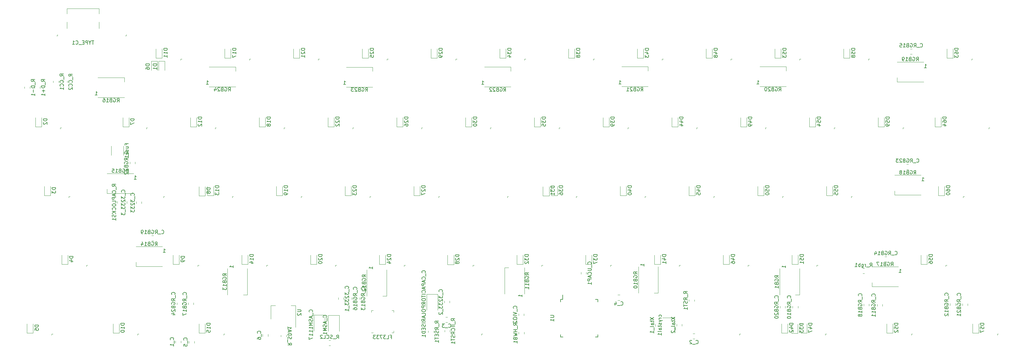
<source format=gbr>
%TF.GenerationSoftware,KiCad,Pcbnew,(5.1.10)-1*%
%TF.CreationDate,2021-07-24T22:52:43+07:00*%
%TF.ProjectId,65%_BLE,3635255f-424c-4452-9e6b-696361645f70,rev?*%
%TF.SameCoordinates,Original*%
%TF.FileFunction,Legend,Bot*%
%TF.FilePolarity,Positive*%
%FSLAX46Y46*%
G04 Gerber Fmt 4.6, Leading zero omitted, Abs format (unit mm)*
G04 Created by KiCad (PCBNEW (5.1.10)-1) date 2021-07-24 22:52:43*
%MOMM*%
%LPD*%
G01*
G04 APERTURE LIST*
%ADD10C,0.120000*%
%ADD11C,0.150000*%
G04 APERTURE END LIST*
D10*
%TO.C,SW52*%
X238506000Y-79450000D02*
X238506000Y-79750000D01*
X238806000Y-79450000D02*
X238506000Y-79450000D01*
%TO.C,SW45*%
X183737500Y-41350000D02*
X183737500Y-41650000D01*
X184037500Y-41350000D02*
X183737500Y-41350000D01*
%TO.C,SW31*%
X126587500Y-41350000D02*
X126587500Y-41650000D01*
X126887500Y-41350000D02*
X126587500Y-41350000D01*
%TO.C,SW64*%
X260238000Y-22300000D02*
X259938000Y-22300000D01*
X259938000Y-22300000D02*
X259938000Y-22600000D01*
%TO.C,SW63*%
X255475000Y-3250000D02*
X255175000Y-3250000D01*
X255175000Y-3250000D02*
X255175000Y-3550000D01*
%TO.C,SW60*%
X253168100Y-41350000D02*
X252868100Y-41350000D01*
X252868100Y-41350000D02*
X252868100Y-41650000D01*
%TO.C,SW59*%
X236125000Y-22300000D02*
X236125000Y-22600000D01*
X236425000Y-22300000D02*
X236125000Y-22300000D01*
%TO.C,SW58*%
X226600000Y-3250000D02*
X226600000Y-3550000D01*
X226900000Y-3250000D02*
X226600000Y-3250000D01*
%TO.C,SW57*%
X262618499Y-79450000D02*
X262318499Y-79450000D01*
X262318499Y-79450000D02*
X262318499Y-79750000D01*
%TO.C,SW56*%
X248331500Y-60400000D02*
X248031500Y-60400000D01*
X248031500Y-60400000D02*
X248031500Y-60700000D01*
%TO.C,SW55*%
X221837500Y-41350000D02*
X221837500Y-41650000D01*
X222137500Y-41350000D02*
X221837500Y-41350000D01*
%TO.C,SW54*%
X217075000Y-22300000D02*
X217075000Y-22600000D01*
X217375000Y-22300000D02*
X217075000Y-22300000D01*
%TO.C,SW53*%
X207550000Y-3250000D02*
X207550000Y-3550000D01*
X207850000Y-3250000D02*
X207550000Y-3250000D01*
%TO.C,SW51*%
X212312500Y-60400000D02*
X212312500Y-60700000D01*
X212612500Y-60400000D02*
X212312500Y-60400000D01*
%TO.C,SW50*%
X202787500Y-41350000D02*
X202787500Y-41650000D01*
X203087500Y-41350000D02*
X202787500Y-41350000D01*
%TO.C,SW49*%
X198025000Y-22300000D02*
X198025000Y-22600000D01*
X198325000Y-22300000D02*
X198025000Y-22300000D01*
%TO.C,SW48*%
X188500000Y-3250000D02*
X188500000Y-3550000D01*
X188800000Y-3250000D02*
X188500000Y-3250000D01*
%TO.C,SW47*%
X214993500Y-79450000D02*
X214693500Y-79450000D01*
X214693500Y-79450000D02*
X214693500Y-79750000D01*
%TO.C,SW46*%
X193262500Y-60400000D02*
X193262500Y-60700000D01*
X193562500Y-60400000D02*
X193262500Y-60400000D01*
%TO.C,SW44*%
X178975000Y-22300000D02*
X178975000Y-22600000D01*
X179275000Y-22300000D02*
X178975000Y-22300000D01*
%TO.C,SW43*%
X169450000Y-3250000D02*
X169450000Y-3550000D01*
X169750000Y-3250000D02*
X169450000Y-3250000D01*
%TO.C,SW42*%
X191181000Y-79450000D02*
X190881000Y-79450000D01*
X190881000Y-79450000D02*
X190881000Y-79750000D01*
%TO.C,SW41*%
X174212500Y-60400000D02*
X174212500Y-60700000D01*
X174512500Y-60400000D02*
X174212500Y-60400000D01*
%TO.C,SW40*%
X164687500Y-41350000D02*
X164687500Y-41650000D01*
X164987500Y-41350000D02*
X164687500Y-41350000D01*
%TO.C,SW39*%
X159925000Y-22300000D02*
X159925000Y-22600000D01*
X160225000Y-22300000D02*
X159925000Y-22300000D01*
%TO.C,SW38*%
X150400000Y-3250000D02*
X150400000Y-3550000D01*
X150700000Y-3250000D02*
X150400000Y-3250000D01*
%TO.C,SW37*%
X155162500Y-60400000D02*
X155162500Y-60700000D01*
X155462500Y-60400000D02*
X155162500Y-60400000D01*
%TO.C,SW36*%
X145637500Y-41350000D02*
X145637500Y-41650000D01*
X145937500Y-41350000D02*
X145637500Y-41350000D01*
%TO.C,SW35*%
X140875000Y-22300000D02*
X140875000Y-22600000D01*
X141175000Y-22300000D02*
X140875000Y-22300000D01*
%TO.C,SW34*%
X131350000Y-3250000D02*
X131350000Y-3550000D01*
X131650000Y-3250000D02*
X131350000Y-3250000D01*
%TO.C,SW33*%
X119743500Y-79450000D02*
X119443500Y-79450000D01*
X119443500Y-79450000D02*
X119443500Y-79750000D01*
%TO.C,SW32*%
X136112500Y-60400000D02*
X136112500Y-60700000D01*
X136412500Y-60400000D02*
X136112500Y-60400000D01*
%TO.C,SW30*%
X121825000Y-22300000D02*
X121825000Y-22600000D01*
X122125000Y-22300000D02*
X121825000Y-22300000D01*
%TO.C,SW29*%
X112300000Y-3250000D02*
X112300000Y-3550000D01*
X112600000Y-3250000D02*
X112300000Y-3250000D01*
%TO.C,SW28*%
X117062500Y-60400000D02*
X117062500Y-60700000D01*
X117362500Y-60400000D02*
X117062500Y-60400000D01*
%TO.C,SW27*%
X107537500Y-41350000D02*
X107537500Y-41650000D01*
X107837500Y-41350000D02*
X107537500Y-41350000D01*
%TO.C,SW26*%
X102775000Y-22300000D02*
X102775000Y-22600000D01*
X103075000Y-22300000D02*
X102775000Y-22300000D01*
%TO.C,SW25*%
X93250000Y-3250000D02*
X93250000Y-3550000D01*
X93550000Y-3250000D02*
X93250000Y-3250000D01*
%TO.C,SW24*%
X98012500Y-60400000D02*
X98012500Y-60700000D01*
X98312500Y-60400000D02*
X98012500Y-60400000D01*
%TO.C,SW23*%
X88487500Y-41350000D02*
X88487500Y-41650000D01*
X88787500Y-41350000D02*
X88487500Y-41350000D01*
%TO.C,SW22*%
X83725000Y-22300000D02*
X83725000Y-22600000D01*
X84025000Y-22300000D02*
X83725000Y-22300000D01*
%TO.C,SW21*%
X74200000Y-3250000D02*
X74200000Y-3550000D01*
X74500000Y-3250000D02*
X74200000Y-3250000D01*
%TO.C,SW20*%
X78962500Y-60400000D02*
X78962500Y-60700000D01*
X79262500Y-60400000D02*
X78962500Y-60400000D01*
%TO.C,SW19*%
X69437500Y-41350000D02*
X69437500Y-41650000D01*
X69737500Y-41350000D02*
X69437500Y-41350000D01*
%TO.C,SW18*%
X64675000Y-22300000D02*
X64675000Y-22600000D01*
X64975000Y-22300000D02*
X64675000Y-22300000D01*
%TO.C,SW17*%
X55150000Y-3250000D02*
X55150000Y-3550000D01*
X55450000Y-3250000D02*
X55150000Y-3250000D01*
%TO.C,SW15*%
X48306000Y-79450000D02*
X48006000Y-79450000D01*
X48006000Y-79450000D02*
X48006000Y-79750000D01*
%TO.C,SW14*%
X59912500Y-60400000D02*
X59912500Y-60700000D01*
X60212500Y-60400000D02*
X59912500Y-60400000D01*
%TO.C,SW13*%
X50387500Y-41350000D02*
X50387500Y-41650000D01*
X50687500Y-41350000D02*
X50387500Y-41350000D01*
%TO.C,SW12*%
X45625000Y-22300000D02*
X45625000Y-22600000D01*
X45925000Y-22300000D02*
X45625000Y-22300000D01*
%TO.C,SW11*%
X36100000Y-3250000D02*
X36100000Y-3550000D01*
X36400000Y-3250000D02*
X36100000Y-3250000D01*
%TO.C,SW10*%
X24493500Y-79450000D02*
X24193500Y-79450000D01*
X24193500Y-79450000D02*
X24193500Y-79750000D01*
%TO.C,SW9*%
X40862500Y-60400000D02*
X40862500Y-60700000D01*
X41162500Y-60400000D02*
X40862500Y-60400000D01*
%TO.C,SW8*%
X31337500Y-41350000D02*
X31337500Y-41650000D01*
X31637500Y-41350000D02*
X31337500Y-41350000D01*
%TO.C,SW7*%
X26575000Y-22300000D02*
X26575000Y-22600000D01*
X26875000Y-22300000D02*
X26575000Y-22300000D01*
%TO.C,SW6*%
X21050000Y3250000D02*
X21050000Y3550000D01*
X20750000Y3250000D02*
X21050000Y3250000D01*
%TO.C,SW5*%
X681000Y-79450000D02*
X381000Y-79450000D01*
X381000Y-79450000D02*
X381000Y-79750000D01*
%TO.C,SW4*%
X10280600Y-60400000D02*
X9980600Y-60400000D01*
X9980600Y-60400000D02*
X9980600Y-60700000D01*
%TO.C,SW3*%
X5444000Y-41350000D02*
X5144000Y-41350000D01*
X5144000Y-41350000D02*
X5144000Y-41650000D01*
%TO.C,SW2*%
X3063000Y-22300000D02*
X2763000Y-22300000D01*
X2763000Y-22300000D02*
X2763000Y-22600000D01*
%TO.C,SW1*%
X2000000Y3250000D02*
X2000000Y3550000D01*
X1700000Y3250000D02*
X2000000Y3250000D01*
%TO.C,D28*%
X111746400Y-60165400D02*
X111746400Y-57615400D01*
X110046400Y-60165400D02*
X110046400Y-57615400D01*
X111746400Y-60165400D02*
X110046400Y-60165400D01*
%TO.C,C_CAPACITORPOLARISED1*%
X107301000Y-68409400D02*
X107301000Y-72794400D01*
X104281000Y-68409400D02*
X107301000Y-68409400D01*
X104281000Y-72794400D02*
X104281000Y-68409400D01*
%TO.C,D12*%
X40475000Y-22050000D02*
X40475000Y-19500000D01*
X38775000Y-22050000D02*
X38775000Y-19500000D01*
X40475000Y-22050000D02*
X38775000Y-22050000D01*
%TO.C,RGB1*%
X202024800Y-61297800D02*
X202024800Y-68597800D01*
X207524800Y-61297800D02*
X207524800Y-68597800D01*
X207524800Y-68597800D02*
X206374800Y-68597800D01*
%TO.C,D64*%
X246722000Y-22040000D02*
X246722000Y-19490000D01*
X245022000Y-22040000D02*
X245022000Y-19490000D01*
X246722000Y-22040000D02*
X245022000Y-22040000D01*
%TO.C,D63*%
X250025000Y-3000000D02*
X250025000Y-450000D01*
X248325000Y-3000000D02*
X248325000Y-450000D01*
X250025000Y-3000000D02*
X248325000Y-3000000D01*
%TO.C,D60*%
X247718100Y-41100000D02*
X247718100Y-38550000D01*
X246018100Y-41100000D02*
X246018100Y-38550000D01*
X247718100Y-41100000D02*
X246018100Y-41100000D01*
%TO.C,D59*%
X230975000Y-22050000D02*
X230975000Y-19500000D01*
X229275000Y-22050000D02*
X229275000Y-19500000D01*
X230975000Y-22050000D02*
X229275000Y-22050000D01*
%TO.C,D58*%
X221450000Y-3000000D02*
X221450000Y-450000D01*
X219750000Y-3000000D02*
X219750000Y-450000D01*
X221450000Y-3000000D02*
X219750000Y-3000000D01*
%TO.C,D57*%
X257168499Y-79200000D02*
X257168499Y-76650000D01*
X255468499Y-79200000D02*
X255468499Y-76650000D01*
X257168499Y-79200000D02*
X255468499Y-79200000D01*
%TO.C,D56*%
X242881500Y-60150000D02*
X242881500Y-57600000D01*
X241181500Y-60150000D02*
X241181500Y-57600000D01*
X242881500Y-60150000D02*
X241181500Y-60150000D01*
%TO.C,D55*%
X216687500Y-41100000D02*
X216687500Y-38550000D01*
X214987500Y-41100000D02*
X214987500Y-38550000D01*
X216687500Y-41100000D02*
X214987500Y-41100000D01*
%TO.C,D54*%
X211925000Y-22050000D02*
X211925000Y-19500000D01*
X210225000Y-22050000D02*
X210225000Y-19500000D01*
X211925000Y-22050000D02*
X210225000Y-22050000D01*
%TO.C,D53*%
X202400000Y-3000000D02*
X202400000Y-450000D01*
X200700000Y-3000000D02*
X200700000Y-450000D01*
X202400000Y-3000000D02*
X200700000Y-3000000D01*
%TO.C,D52*%
X233356000Y-79200000D02*
X233356000Y-76650000D01*
X231656000Y-79200000D02*
X231656000Y-76650000D01*
X233356000Y-79200000D02*
X231656000Y-79200000D01*
%TO.C,D51*%
X207162500Y-60150000D02*
X207162500Y-57600000D01*
X205462500Y-60150000D02*
X205462500Y-57600000D01*
X207162500Y-60150000D02*
X205462500Y-60150000D01*
%TO.C,D50*%
X197637500Y-41100000D02*
X197637500Y-38550000D01*
X195937500Y-41100000D02*
X195937500Y-38550000D01*
X197637500Y-41100000D02*
X195937500Y-41100000D01*
%TO.C,D49*%
X192875000Y-22050000D02*
X192875000Y-19500000D01*
X191175000Y-22050000D02*
X191175000Y-19500000D01*
X192875000Y-22050000D02*
X191175000Y-22050000D01*
%TO.C,D48*%
X183350000Y-3000000D02*
X183350000Y-450000D01*
X181650000Y-3000000D02*
X181650000Y-450000D01*
X183350000Y-3000000D02*
X181650000Y-3000000D01*
%TO.C,D47*%
X209543500Y-79200000D02*
X209543500Y-76650000D01*
X207843500Y-79200000D02*
X207843500Y-76650000D01*
X209543500Y-79200000D02*
X207843500Y-79200000D01*
%TO.C,D46*%
X188112500Y-60150000D02*
X188112500Y-57600000D01*
X186412500Y-60150000D02*
X186412500Y-57600000D01*
X188112500Y-60150000D02*
X186412500Y-60150000D01*
%TO.C,D45*%
X178587500Y-41100000D02*
X178587500Y-38550000D01*
X176887500Y-41100000D02*
X176887500Y-38550000D01*
X178587500Y-41100000D02*
X176887500Y-41100000D01*
%TO.C,D44*%
X173825000Y-22050000D02*
X173825000Y-19500000D01*
X172125000Y-22050000D02*
X172125000Y-19500000D01*
X173825000Y-22050000D02*
X172125000Y-22050000D01*
%TO.C,D43*%
X164300000Y-3000000D02*
X164300000Y-450000D01*
X162600000Y-3000000D02*
X162600000Y-450000D01*
X164300000Y-3000000D02*
X162600000Y-3000000D01*
%TO.C,D42*%
X204278600Y-79190000D02*
X204278600Y-76640000D01*
X202578600Y-79190000D02*
X202578600Y-76640000D01*
X204278600Y-79190000D02*
X202578600Y-79190000D01*
%TO.C,D41*%
X169062500Y-60150000D02*
X169062500Y-57600000D01*
X167362500Y-60150000D02*
X167362500Y-57600000D01*
X169062500Y-60150000D02*
X167362500Y-60150000D01*
%TO.C,D40*%
X159537500Y-41100000D02*
X159537500Y-38550000D01*
X157837500Y-41100000D02*
X157837500Y-38550000D01*
X159537500Y-41100000D02*
X157837500Y-41100000D01*
%TO.C,D39*%
X154775000Y-22050000D02*
X154775000Y-19500000D01*
X153075000Y-22050000D02*
X153075000Y-19500000D01*
X154775000Y-22050000D02*
X153075000Y-22050000D01*
%TO.C,D38*%
X145250000Y-3000000D02*
X145250000Y-450000D01*
X143550000Y-3000000D02*
X143550000Y-450000D01*
X145250000Y-3000000D02*
X143550000Y-3000000D01*
%TO.C,D37*%
X150012500Y-60150000D02*
X150012500Y-57600000D01*
X148312500Y-60150000D02*
X148312500Y-57600000D01*
X150012500Y-60150000D02*
X148312500Y-60150000D01*
%TO.C,D36*%
X140487500Y-41100000D02*
X140487500Y-38550000D01*
X138787500Y-41100000D02*
X138787500Y-38550000D01*
X140487500Y-41100000D02*
X138787500Y-41100000D01*
%TO.C,D35*%
X135725000Y-22050000D02*
X135725000Y-19500000D01*
X134025000Y-22050000D02*
X134025000Y-19500000D01*
X135725000Y-22050000D02*
X134025000Y-22050000D01*
%TO.C,D34*%
X126200000Y-3000000D02*
X126200000Y-450000D01*
X124500000Y-3000000D02*
X124500000Y-450000D01*
X126200000Y-3000000D02*
X124500000Y-3000000D01*
%TO.C,D33*%
X207072600Y-79224000D02*
X207072600Y-76674000D01*
X205372600Y-79224000D02*
X205372600Y-76674000D01*
X207072600Y-79224000D02*
X205372600Y-79224000D01*
%TO.C,D32*%
X130962500Y-60150000D02*
X130962500Y-57600000D01*
X129262500Y-60150000D02*
X129262500Y-57600000D01*
X130962500Y-60150000D02*
X129262500Y-60150000D01*
%TO.C,D31*%
X138162400Y-41132600D02*
X138162400Y-38582600D01*
X136462400Y-41132600D02*
X136462400Y-38582600D01*
X138162400Y-41132600D02*
X136462400Y-41132600D01*
%TO.C,D30*%
X116675000Y-22050000D02*
X116675000Y-19500000D01*
X114975000Y-22050000D02*
X114975000Y-19500000D01*
X116675000Y-22050000D02*
X114975000Y-22050000D01*
%TO.C,D29*%
X107150000Y-3000000D02*
X107150000Y-450000D01*
X105450000Y-3000000D02*
X105450000Y-450000D01*
X107150000Y-3000000D02*
X105450000Y-3000000D01*
%TO.C,D27*%
X102387500Y-41100000D02*
X102387500Y-38550000D01*
X100687500Y-41100000D02*
X100687500Y-38550000D01*
X102387500Y-41100000D02*
X100687500Y-41100000D01*
%TO.C,D26*%
X97625000Y-22050000D02*
X97625000Y-19500000D01*
X95925000Y-22050000D02*
X95925000Y-19500000D01*
X97625000Y-22050000D02*
X95925000Y-22050000D01*
%TO.C,D25*%
X88100000Y-3000000D02*
X88100000Y-450000D01*
X86400000Y-3000000D02*
X86400000Y-450000D01*
X88100000Y-3000000D02*
X86400000Y-3000000D01*
%TO.C,D24*%
X92862500Y-60150000D02*
X92862500Y-57600000D01*
X91162500Y-60150000D02*
X91162500Y-57600000D01*
X92862500Y-60150000D02*
X91162500Y-60150000D01*
%TO.C,D23*%
X83337500Y-41100000D02*
X83337500Y-38550000D01*
X81637500Y-41100000D02*
X81637500Y-38550000D01*
X83337500Y-41100000D02*
X81637500Y-41100000D01*
%TO.C,D22*%
X78575000Y-22050000D02*
X78575000Y-19500000D01*
X76875000Y-22050000D02*
X76875000Y-19500000D01*
X78575000Y-22050000D02*
X76875000Y-22050000D01*
%TO.C,D21*%
X69050000Y-3000000D02*
X69050000Y-450000D01*
X67350000Y-3000000D02*
X67350000Y-450000D01*
X69050000Y-3000000D02*
X67350000Y-3000000D01*
%TO.C,D20*%
X73812500Y-60150000D02*
X73812500Y-57600000D01*
X72112500Y-60150000D02*
X72112500Y-57600000D01*
X73812500Y-60150000D02*
X72112500Y-60150000D01*
%TO.C,D19*%
X64287500Y-41100000D02*
X64287500Y-38550000D01*
X62587500Y-41100000D02*
X62587500Y-38550000D01*
X64287500Y-41100000D02*
X62587500Y-41100000D01*
%TO.C,D18*%
X59525000Y-22050000D02*
X59525000Y-19500000D01*
X57825000Y-22050000D02*
X57825000Y-19500000D01*
X59525000Y-22050000D02*
X57825000Y-22050000D01*
%TO.C,D17*%
X50000000Y-3000000D02*
X50000000Y-450000D01*
X48300000Y-3000000D02*
X48300000Y-450000D01*
X50000000Y-3000000D02*
X48300000Y-3000000D01*
%TO.C,D15*%
X42856000Y-79200000D02*
X42856000Y-76650000D01*
X41156000Y-79200000D02*
X41156000Y-76650000D01*
X42856000Y-79200000D02*
X41156000Y-79200000D01*
%TO.C,D14*%
X54762500Y-60150000D02*
X54762500Y-57600000D01*
X53062500Y-60150000D02*
X53062500Y-57600000D01*
X54762500Y-60150000D02*
X53062500Y-60150000D01*
%TO.C,D13*%
X45237500Y-41100000D02*
X45237500Y-38550000D01*
X43537500Y-41100000D02*
X43537500Y-38550000D01*
X45237500Y-41100000D02*
X43537500Y-41100000D01*
%TO.C,D11*%
X30950000Y-3000000D02*
X30950000Y-450000D01*
X29250000Y-3000000D02*
X29250000Y-450000D01*
X30950000Y-3000000D02*
X29250000Y-3000000D01*
%TO.C,D10*%
X19043500Y-79200000D02*
X19043500Y-76650000D01*
X17343500Y-79200000D02*
X17343500Y-76650000D01*
X19043500Y-79200000D02*
X17343500Y-79200000D01*
%TO.C,D9*%
X35712500Y-60150000D02*
X35712500Y-57600000D01*
X34012500Y-60150000D02*
X34012500Y-57600000D01*
X35712500Y-60150000D02*
X34012500Y-60150000D01*
%TO.C,D8*%
X42836200Y-41191600D02*
X42836200Y-38641600D01*
X41136200Y-41191600D02*
X41136200Y-38641600D01*
X42836200Y-41191600D02*
X41136200Y-41191600D01*
%TO.C,D7*%
X21754200Y-22050000D02*
X21754200Y-19500000D01*
X20054200Y-22050000D02*
X20054200Y-19500000D01*
X21754200Y-22050000D02*
X20054200Y-22050000D01*
%TO.C,D6*%
X27979000Y-3842600D02*
X27979000Y-6392600D01*
X29679000Y-3842600D02*
X29679000Y-6392600D01*
X27979000Y-3842600D02*
X29679000Y-3842600D01*
%TO.C,D5*%
X-4769000Y-79200000D02*
X-4769000Y-76650000D01*
X-6469000Y-79200000D02*
X-6469000Y-76650000D01*
X-4769000Y-79200000D02*
X-6469000Y-79200000D01*
%TO.C,D4*%
X4830600Y-60150000D02*
X4830600Y-57600000D01*
X3130600Y-60150000D02*
X3130600Y-57600000D01*
X4830600Y-60150000D02*
X3130600Y-60150000D01*
%TO.C,D3*%
X-6000Y-41100000D02*
X-6000Y-38550000D01*
X-1706000Y-41100000D02*
X-1706000Y-38550000D01*
X-6000Y-41100000D02*
X-1706000Y-41100000D01*
%TO.C,D2*%
X-2387000Y-22050000D02*
X-2387000Y-19500000D01*
X-4087000Y-22050000D02*
X-4087000Y-19500000D01*
X-2387000Y-22050000D02*
X-4087000Y-22050000D01*
%TO.C,D1*%
X30011000Y-3842600D02*
X30011000Y-6392600D01*
X31711000Y-3842600D02*
X31711000Y-6392600D01*
X30011000Y-3842600D02*
X31711000Y-3842600D01*
%TO.C,R_HWB1*%
X131240200Y-78942836D02*
X131240200Y-79396964D01*
X129770200Y-78942836D02*
X129770200Y-79396964D01*
%TO.C,Xtal_2*%
X173483600Y-76685548D02*
X173483600Y-77208052D01*
X174953600Y-76685548D02*
X174953600Y-77208052D01*
%TO.C,Xtal_1*%
X167616200Y-76751548D02*
X167616200Y-77274052D01*
X169086200Y-76751548D02*
X169086200Y-77274052D01*
%TO.C,U2*%
X67900600Y-77556800D02*
X67900600Y-71546800D01*
X61080600Y-75306800D02*
X61080600Y-71546800D01*
X67900600Y-71546800D02*
X66640600Y-71546800D01*
X61080600Y-71546800D02*
X62340600Y-71546800D01*
D11*
%TO.C,U1*%
X141907200Y-69882000D02*
X141907200Y-68607000D01*
X141332200Y-80232000D02*
X141332200Y-79557000D01*
X151682200Y-80232000D02*
X151682200Y-79557000D01*
X151682200Y-69882000D02*
X151682200Y-70557000D01*
X141332200Y-69882000D02*
X141332200Y-70557000D01*
X151682200Y-69882000D02*
X151007200Y-69882000D01*
X151682200Y-80232000D02*
X151007200Y-80232000D01*
X141332200Y-80232000D02*
X142007200Y-80232000D01*
X141332200Y-69882000D02*
X141907200Y-69882000D01*
D10*
%TO.C,TYPE_C1*%
X13512400Y10732800D02*
X4572400Y10732800D01*
X13512400Y5222800D02*
X13512400Y7022800D01*
X13512400Y10732800D02*
X13512400Y9272800D01*
X4572400Y10732800D02*
X4572400Y9272800D01*
X4572400Y5222800D02*
X4572400Y7022800D01*
%TO.C,RGB24*%
X51300400Y-5428800D02*
X51300400Y-6578800D01*
X44000400Y-5428800D02*
X51300400Y-5428800D01*
X44000400Y-10928800D02*
X51300400Y-10928800D01*
%TO.C,RGB23*%
X89287200Y-5479800D02*
X89287200Y-6629800D01*
X81987200Y-5479800D02*
X89287200Y-5479800D01*
X81987200Y-10979800D02*
X89287200Y-10979800D01*
%TO.C,RGB22*%
X127562800Y-5454400D02*
X127562800Y-6604400D01*
X120262800Y-5454400D02*
X127562800Y-5454400D01*
X120262800Y-10954400D02*
X127562800Y-10954400D01*
%TO.C,RGB21*%
X165575000Y-5378200D02*
X165575000Y-6528200D01*
X158275000Y-5378200D02*
X165575000Y-5378200D01*
X158275000Y-10878200D02*
X165575000Y-10878200D01*
%TO.C,RGB20*%
X203815800Y-5378000D02*
X203815800Y-6528000D01*
X196515800Y-5378000D02*
X203815800Y-5378000D01*
X196515800Y-10878000D02*
X203815800Y-10878000D01*
%TO.C,RGB19*%
X234590400Y-9532000D02*
X234590400Y-8382000D01*
X241890400Y-9532000D02*
X234590400Y-9532000D01*
X241890400Y-4032000D02*
X234590400Y-4032000D01*
%TO.C,RGB18*%
X233890800Y-40926200D02*
X233890800Y-39776200D01*
X241190800Y-40926200D02*
X233890800Y-40926200D01*
X241190800Y-35426200D02*
X233890800Y-35426200D01*
%TO.C,RGB17*%
X227577800Y-66326000D02*
X227577800Y-65176000D01*
X234877800Y-66326000D02*
X227577800Y-66326000D01*
X234877800Y-60826000D02*
X227577800Y-60826000D01*
%TO.C,RGB16*%
X20490200Y-8426000D02*
X20490200Y-9576000D01*
X13190200Y-8426000D02*
X20490200Y-8426000D01*
X13190200Y-13926000D02*
X20490200Y-13926000D01*
%TO.C,RGB15*%
X15718600Y-40469200D02*
X15718600Y-39319200D01*
X23018600Y-40469200D02*
X15718600Y-40469200D01*
X23018600Y-34969200D02*
X15718600Y-34969200D01*
%TO.C,RGB14*%
X23745000Y-60713000D02*
X23745000Y-59563000D01*
X31045000Y-60713000D02*
X23745000Y-60713000D01*
X31045000Y-55213000D02*
X23745000Y-55213000D01*
%TO.C,RGB13*%
X54566000Y-68572400D02*
X53416000Y-68572400D01*
X54566000Y-61272400D02*
X54566000Y-68572400D01*
X49066000Y-61272400D02*
X49066000Y-68572400D01*
%TO.C,RGB12*%
X93174000Y-68902600D02*
X92024000Y-68902600D01*
X93174000Y-61602600D02*
X93174000Y-68902600D01*
X87674000Y-61602600D02*
X87674000Y-68902600D01*
%TO.C,RGB11*%
X125825000Y-61032200D02*
X126975000Y-61032200D01*
X125825000Y-68332200D02*
X125825000Y-61032200D01*
X131325000Y-68332200D02*
X131325000Y-61032200D01*
%TO.C,RGB10*%
X168383200Y-68103600D02*
X167233200Y-68103600D01*
X168383200Y-60803600D02*
X168383200Y-68103600D01*
X162883200Y-60803600D02*
X162883200Y-68103600D01*
%TO.C,R_SDA1*%
X63882600Y-80211664D02*
X63882600Y-79757536D01*
X65352600Y-80211664D02*
X65352600Y-79757536D01*
%TO.C,R_SCL2*%
X77571964Y-82650000D02*
X77117836Y-82650000D01*
X77571964Y-81180000D02*
X77117836Y-81180000D01*
%TO.C,R_RST1*%
X178382600Y-69904236D02*
X178382600Y-70358364D01*
X176912600Y-69904236D02*
X176912600Y-70358364D01*
%TO.C,R_RSET1*%
X104700400Y-79015964D02*
X104700400Y-78561836D01*
X106170400Y-79015964D02*
X106170400Y-78561836D01*
%TO.C,R_rgb1*%
X225499664Y-62685600D02*
X225045536Y-62685600D01*
X225499664Y-61215600D02*
X225045536Y-61215600D01*
%TO.C,R_IICRST1*%
X109221600Y-78867364D02*
X109221600Y-78413236D01*
X110691600Y-78867364D02*
X110691600Y-78413236D01*
%TO.C,R_D-1*%
X-7135800Y-11354164D02*
X-7135800Y-10900036D01*
X-5665800Y-11354164D02*
X-5665800Y-10900036D01*
%TO.C,R_D+1*%
X-4341800Y-11354164D02*
X-4341800Y-10900036D01*
X-2871800Y-11354164D02*
X-2871800Y-10900036D01*
%TO.C,R_CC2*%
X3252800Y-9775564D02*
X3252800Y-9321436D01*
X4722800Y-9775564D02*
X4722800Y-9321436D01*
%TO.C,R_CC1*%
X814400Y-9750164D02*
X814400Y-9296036D01*
X2284400Y-9750164D02*
X2284400Y-9296036D01*
%TO.C,R_CAPLOCKS1*%
X20064400Y-42698936D02*
X20064400Y-43153064D01*
X18594400Y-42698936D02*
X18594400Y-43153064D01*
%TO.C,Fuse1*%
X16882800Y-29873931D02*
X16882800Y-27333869D01*
X20302800Y-29873931D02*
X20302800Y-27333869D01*
%TO.C,FL3733*%
X94568688Y-79106458D02*
X95118688Y-79106458D01*
X95118688Y-79106458D02*
X95118688Y-78556458D01*
X89448688Y-72886458D02*
X88898688Y-72886458D01*
X88898688Y-72886458D02*
X88898688Y-73436458D01*
X94568688Y-72886458D02*
X95118688Y-72886458D01*
X95118688Y-72886458D02*
X95118688Y-73436458D01*
X89448688Y-79106458D02*
X88898688Y-79106458D01*
%TO.C,crystal1*%
X169622200Y-74962000D02*
X172922200Y-74962000D01*
X172922200Y-74962000D02*
X172922200Y-78962000D01*
%TO.C,C_VIO2*%
X131214800Y-73805148D02*
X131214800Y-74327652D01*
X129744800Y-73805148D02*
X129744800Y-74327652D01*
%TO.C,C_UCAP1*%
X146991400Y-62846852D02*
X146991400Y-62324348D01*
X148461400Y-62846852D02*
X148461400Y-62324348D01*
%TO.C,C_RGB24*%
X36523600Y-70746948D02*
X36523600Y-71269452D01*
X35053600Y-70746948D02*
X35053600Y-71269452D01*
%TO.C,C_RGB23*%
X237715652Y-33831200D02*
X237193148Y-33831200D01*
X237715652Y-32361200D02*
X237193148Y-32361200D01*
%TO.C,C_RGB22*%
X23468000Y-31768148D02*
X23468000Y-32290652D01*
X21998000Y-31768148D02*
X21998000Y-32290652D01*
%TO.C,C_RGB21*%
X254150800Y-71011148D02*
X254150800Y-71533652D01*
X252680800Y-71011148D02*
X252680800Y-71533652D01*
%TO.C,C_RGB20*%
X203604800Y-71696948D02*
X203604800Y-72219452D01*
X202134800Y-71696948D02*
X202134800Y-72219452D01*
%TO.C,C_RGB19*%
X28556852Y-53617800D02*
X28034348Y-53617800D01*
X28556852Y-52147800D02*
X28034348Y-52147800D01*
%TO.C,C_RGB18*%
X226795000Y-71138148D02*
X226795000Y-71660652D01*
X225325000Y-71138148D02*
X225325000Y-71660652D01*
%TO.C,C_RGB17*%
X39673200Y-70807948D02*
X39673200Y-71330452D01*
X38203200Y-70807948D02*
X38203200Y-71330452D01*
%TO.C,C_RGB16*%
X82043600Y-69857252D02*
X82043600Y-69334748D01*
X83513600Y-69857252D02*
X83513600Y-69334748D01*
%TO.C,C_RGB15*%
X238706252Y-1903400D02*
X238183748Y-1903400D01*
X238706252Y-433400D02*
X238183748Y-433400D01*
%TO.C,C_RGB14*%
X231706052Y-59459800D02*
X231183548Y-59459800D01*
X231706052Y-57989800D02*
X231183548Y-57989800D01*
%TO.C,C_RGB13*%
X84253400Y-69847052D02*
X84253400Y-69324548D01*
X85723400Y-69847052D02*
X85723400Y-69324548D01*
%TO.C,C_RGB12*%
X250696400Y-70985748D02*
X250696400Y-71508252D01*
X249226400Y-70985748D02*
X249226400Y-71508252D01*
%TO.C,C_RGB11*%
X230478000Y-71188948D02*
X230478000Y-71711452D01*
X229008000Y-71188948D02*
X229008000Y-71711452D01*
%TO.C,C_RGB10*%
X207084600Y-71722348D02*
X207084600Y-72244852D01*
X205614600Y-71722348D02*
X205614600Y-72244852D01*
%TO.C,C_ASM1117*%
X76059000Y-74174000D02*
X76059000Y-78559000D01*
X73039000Y-74174000D02*
X76059000Y-74174000D01*
X73039000Y-78559000D02*
X73039000Y-74174000D01*
%TO.C,C_ASM1*%
X79996000Y-74250200D02*
X79996000Y-78635200D01*
X76976000Y-74250200D02*
X79996000Y-74250200D01*
X76976000Y-78635200D02*
X76976000Y-74250200D01*
%TO.C,C_3233_3*%
X22629800Y-42705348D02*
X22629800Y-43227852D01*
X21159800Y-42705348D02*
X21159800Y-43227852D01*
%TO.C,C_3233_2*%
X110590000Y-70299948D02*
X110590000Y-70822452D01*
X109120000Y-70299948D02*
X109120000Y-70822452D01*
%TO.C,C_3233_1*%
X79757600Y-69882652D02*
X79757600Y-69360148D01*
X81227600Y-69882652D02*
X81227600Y-69360148D01*
%TO.C,C_3233*%
X25246000Y-42751148D02*
X25246000Y-43273652D01*
X23776000Y-42751148D02*
X23776000Y-43273652D01*
%TO.C,C_6*%
X60272600Y-79535348D02*
X60272600Y-80057852D01*
X58802600Y-79535348D02*
X58802600Y-80057852D01*
%TO.C,C_5*%
X39876400Y-81414948D02*
X39876400Y-81937452D01*
X38406400Y-81414948D02*
X38406400Y-81937452D01*
%TO.C,C_4*%
X157198748Y-68605000D02*
X157721252Y-68605000D01*
X157198748Y-70075000D02*
X157721252Y-70075000D01*
%TO.C,C_3*%
X109492148Y-74753800D02*
X110014652Y-74753800D01*
X109492148Y-76223800D02*
X110014652Y-76223800D01*
%TO.C,C_2*%
X178021348Y-79300400D02*
X178543852Y-79300400D01*
X178021348Y-80770400D02*
X178543852Y-80770400D01*
%TO.C,C_1*%
X36142600Y-81338748D02*
X36142600Y-81861252D01*
X34672600Y-81338748D02*
X34672600Y-81861252D01*
%TO.C,D28*%
D11*
X113198780Y-57451114D02*
X112198780Y-57451114D01*
X112198780Y-57689209D01*
X112246400Y-57832066D01*
X112341638Y-57927304D01*
X112436876Y-57974923D01*
X112627352Y-58022542D01*
X112770209Y-58022542D01*
X112960685Y-57974923D01*
X113055923Y-57927304D01*
X113151161Y-57832066D01*
X113198780Y-57689209D01*
X113198780Y-57451114D01*
X112294019Y-58403495D02*
X112246400Y-58451114D01*
X112198780Y-58546352D01*
X112198780Y-58784447D01*
X112246400Y-58879685D01*
X112294019Y-58927304D01*
X112389257Y-58974923D01*
X112484495Y-58974923D01*
X112627352Y-58927304D01*
X113198780Y-58355876D01*
X113198780Y-58974923D01*
X112627352Y-59546352D02*
X112579733Y-59451114D01*
X112532114Y-59403495D01*
X112436876Y-59355876D01*
X112389257Y-59355876D01*
X112294019Y-59403495D01*
X112246400Y-59451114D01*
X112198780Y-59546352D01*
X112198780Y-59736828D01*
X112246400Y-59832066D01*
X112294019Y-59879685D01*
X112389257Y-59927304D01*
X112436876Y-59927304D01*
X112532114Y-59879685D01*
X112579733Y-59832066D01*
X112627352Y-59736828D01*
X112627352Y-59546352D01*
X112674971Y-59451114D01*
X112722590Y-59403495D01*
X112817828Y-59355876D01*
X113008304Y-59355876D01*
X113103542Y-59403495D01*
X113151161Y-59451114D01*
X113198780Y-59546352D01*
X113198780Y-59736828D01*
X113151161Y-59832066D01*
X113103542Y-59879685D01*
X113008304Y-59927304D01*
X112817828Y-59927304D01*
X112722590Y-59879685D01*
X112674971Y-59832066D01*
X112627352Y-59736828D01*
%TO.C,C_CAPACITORPOLARISED1*%
X103798142Y-62472971D02*
X103845761Y-62425352D01*
X103893380Y-62282495D01*
X103893380Y-62187257D01*
X103845761Y-62044400D01*
X103750523Y-61949161D01*
X103655285Y-61901542D01*
X103464809Y-61853923D01*
X103321952Y-61853923D01*
X103131476Y-61901542D01*
X103036238Y-61949161D01*
X102941000Y-62044400D01*
X102893380Y-62187257D01*
X102893380Y-62282495D01*
X102941000Y-62425352D01*
X102988619Y-62472971D01*
X103988619Y-62663447D02*
X103988619Y-63425352D01*
X103798142Y-64234876D02*
X103845761Y-64187257D01*
X103893380Y-64044400D01*
X103893380Y-63949161D01*
X103845761Y-63806304D01*
X103750523Y-63711066D01*
X103655285Y-63663447D01*
X103464809Y-63615828D01*
X103321952Y-63615828D01*
X103131476Y-63663447D01*
X103036238Y-63711066D01*
X102941000Y-63806304D01*
X102893380Y-63949161D01*
X102893380Y-64044400D01*
X102941000Y-64187257D01*
X102988619Y-64234876D01*
X103607666Y-64615828D02*
X103607666Y-65092019D01*
X103893380Y-64520590D02*
X102893380Y-64853923D01*
X103893380Y-65187257D01*
X103893380Y-65520590D02*
X102893380Y-65520590D01*
X102893380Y-65901542D01*
X102941000Y-65996780D01*
X102988619Y-66044400D01*
X103083857Y-66092019D01*
X103226714Y-66092019D01*
X103321952Y-66044400D01*
X103369571Y-65996780D01*
X103417190Y-65901542D01*
X103417190Y-65520590D01*
X103607666Y-66472971D02*
X103607666Y-66949161D01*
X103893380Y-66377733D02*
X102893380Y-66711066D01*
X103893380Y-67044400D01*
X103798142Y-67949161D02*
X103845761Y-67901542D01*
X103893380Y-67758685D01*
X103893380Y-67663447D01*
X103845761Y-67520590D01*
X103750523Y-67425352D01*
X103655285Y-67377733D01*
X103464809Y-67330114D01*
X103321952Y-67330114D01*
X103131476Y-67377733D01*
X103036238Y-67425352D01*
X102941000Y-67520590D01*
X102893380Y-67663447D01*
X102893380Y-67758685D01*
X102941000Y-67901542D01*
X102988619Y-67949161D01*
X103893380Y-68377733D02*
X102893380Y-68377733D01*
X102893380Y-68711066D02*
X102893380Y-69282495D01*
X103893380Y-68996780D02*
X102893380Y-68996780D01*
X102893380Y-69806304D02*
X102893380Y-69996780D01*
X102941000Y-70092019D01*
X103036238Y-70187257D01*
X103226714Y-70234876D01*
X103560047Y-70234876D01*
X103750523Y-70187257D01*
X103845761Y-70092019D01*
X103893380Y-69996780D01*
X103893380Y-69806304D01*
X103845761Y-69711066D01*
X103750523Y-69615828D01*
X103560047Y-69568209D01*
X103226714Y-69568209D01*
X103036238Y-69615828D01*
X102941000Y-69711066D01*
X102893380Y-69806304D01*
X103893380Y-71234876D02*
X103417190Y-70901542D01*
X103893380Y-70663447D02*
X102893380Y-70663447D01*
X102893380Y-71044400D01*
X102941000Y-71139638D01*
X102988619Y-71187257D01*
X103083857Y-71234876D01*
X103226714Y-71234876D01*
X103321952Y-71187257D01*
X103369571Y-71139638D01*
X103417190Y-71044400D01*
X103417190Y-70663447D01*
X103893380Y-71663447D02*
X102893380Y-71663447D01*
X102893380Y-72044400D01*
X102941000Y-72139638D01*
X102988619Y-72187257D01*
X103083857Y-72234876D01*
X103226714Y-72234876D01*
X103321952Y-72187257D01*
X103369571Y-72139638D01*
X103417190Y-72044400D01*
X103417190Y-71663447D01*
X102893380Y-72853923D02*
X102893380Y-73044400D01*
X102941000Y-73139638D01*
X103036238Y-73234876D01*
X103226714Y-73282495D01*
X103560047Y-73282495D01*
X103750523Y-73234876D01*
X103845761Y-73139638D01*
X103893380Y-73044400D01*
X103893380Y-72853923D01*
X103845761Y-72758685D01*
X103750523Y-72663447D01*
X103560047Y-72615828D01*
X103226714Y-72615828D01*
X103036238Y-72663447D01*
X102941000Y-72758685D01*
X102893380Y-72853923D01*
X103893380Y-74187257D02*
X103893380Y-73711066D01*
X102893380Y-73711066D01*
X103607666Y-74472971D02*
X103607666Y-74949161D01*
X103893380Y-74377733D02*
X102893380Y-74711066D01*
X103893380Y-75044400D01*
X103893380Y-75949161D02*
X103417190Y-75615828D01*
X103893380Y-75377733D02*
X102893380Y-75377733D01*
X102893380Y-75758685D01*
X102941000Y-75853923D01*
X102988619Y-75901542D01*
X103083857Y-75949161D01*
X103226714Y-75949161D01*
X103321952Y-75901542D01*
X103369571Y-75853923D01*
X103417190Y-75758685D01*
X103417190Y-75377733D01*
X103893380Y-76377733D02*
X102893380Y-76377733D01*
X103845761Y-76806304D02*
X103893380Y-76949161D01*
X103893380Y-77187257D01*
X103845761Y-77282495D01*
X103798142Y-77330114D01*
X103702904Y-77377733D01*
X103607666Y-77377733D01*
X103512428Y-77330114D01*
X103464809Y-77282495D01*
X103417190Y-77187257D01*
X103369571Y-76996780D01*
X103321952Y-76901542D01*
X103274333Y-76853923D01*
X103179095Y-76806304D01*
X103083857Y-76806304D01*
X102988619Y-76853923D01*
X102941000Y-76901542D01*
X102893380Y-76996780D01*
X102893380Y-77234876D01*
X102941000Y-77377733D01*
X103369571Y-77806304D02*
X103369571Y-78139638D01*
X103893380Y-78282495D02*
X103893380Y-77806304D01*
X102893380Y-77806304D01*
X102893380Y-78282495D01*
X103893380Y-78711066D02*
X102893380Y-78711066D01*
X102893380Y-78949161D01*
X102941000Y-79092019D01*
X103036238Y-79187257D01*
X103131476Y-79234876D01*
X103321952Y-79282495D01*
X103464809Y-79282495D01*
X103655285Y-79234876D01*
X103750523Y-79187257D01*
X103845761Y-79092019D01*
X103893380Y-78949161D01*
X103893380Y-78711066D01*
X103893380Y-80234876D02*
X103893380Y-79663447D01*
X103893380Y-79949161D02*
X102893380Y-79949161D01*
X103036238Y-79853923D01*
X103131476Y-79758685D01*
X103179095Y-79663447D01*
%TO.C,D12*%
X41927380Y-19335714D02*
X40927380Y-19335714D01*
X40927380Y-19573809D01*
X40975000Y-19716666D01*
X41070238Y-19811904D01*
X41165476Y-19859523D01*
X41355952Y-19907142D01*
X41498809Y-19907142D01*
X41689285Y-19859523D01*
X41784523Y-19811904D01*
X41879761Y-19716666D01*
X41927380Y-19573809D01*
X41927380Y-19335714D01*
X41927380Y-20859523D02*
X41927380Y-20288095D01*
X41927380Y-20573809D02*
X40927380Y-20573809D01*
X41070238Y-20478571D01*
X41165476Y-20383333D01*
X41213095Y-20288095D01*
X41022619Y-21240476D02*
X40975000Y-21288095D01*
X40927380Y-21383333D01*
X40927380Y-21621428D01*
X40975000Y-21716666D01*
X41022619Y-21764285D01*
X41117857Y-21811904D01*
X41213095Y-21811904D01*
X41355952Y-21764285D01*
X41927380Y-21192857D01*
X41927380Y-21811904D01*
%TO.C,RGB1*%
X201727180Y-63781133D02*
X201250990Y-63447800D01*
X201727180Y-63209704D02*
X200727180Y-63209704D01*
X200727180Y-63590657D01*
X200774800Y-63685895D01*
X200822419Y-63733514D01*
X200917657Y-63781133D01*
X201060514Y-63781133D01*
X201155752Y-63733514D01*
X201203371Y-63685895D01*
X201250990Y-63590657D01*
X201250990Y-63209704D01*
X200774800Y-64733514D02*
X200727180Y-64638276D01*
X200727180Y-64495419D01*
X200774800Y-64352561D01*
X200870038Y-64257323D01*
X200965276Y-64209704D01*
X201155752Y-64162085D01*
X201298609Y-64162085D01*
X201489085Y-64209704D01*
X201584323Y-64257323D01*
X201679561Y-64352561D01*
X201727180Y-64495419D01*
X201727180Y-64590657D01*
X201679561Y-64733514D01*
X201631942Y-64781133D01*
X201298609Y-64781133D01*
X201298609Y-64590657D01*
X201203371Y-65543038D02*
X201250990Y-65685895D01*
X201298609Y-65733514D01*
X201393847Y-65781133D01*
X201536704Y-65781133D01*
X201631942Y-65733514D01*
X201679561Y-65685895D01*
X201727180Y-65590657D01*
X201727180Y-65209704D01*
X200727180Y-65209704D01*
X200727180Y-65543038D01*
X200774800Y-65638276D01*
X200822419Y-65685895D01*
X200917657Y-65733514D01*
X201012895Y-65733514D01*
X201108133Y-65685895D01*
X201155752Y-65638276D01*
X201203371Y-65543038D01*
X201203371Y-65209704D01*
X201727180Y-66733514D02*
X201727180Y-66162085D01*
X201727180Y-66447800D02*
X200727180Y-66447800D01*
X200870038Y-66352561D01*
X200965276Y-66257323D01*
X201012895Y-66162085D01*
X203627180Y-61083514D02*
X203627180Y-60512085D01*
X203627180Y-60797800D02*
X202627180Y-60797800D01*
X202770038Y-60702561D01*
X202865276Y-60607323D01*
X202912895Y-60512085D01*
%TO.C,D64*%
X248174380Y-19325714D02*
X247174380Y-19325714D01*
X247174380Y-19563809D01*
X247222000Y-19706666D01*
X247317238Y-19801904D01*
X247412476Y-19849523D01*
X247602952Y-19897142D01*
X247745809Y-19897142D01*
X247936285Y-19849523D01*
X248031523Y-19801904D01*
X248126761Y-19706666D01*
X248174380Y-19563809D01*
X248174380Y-19325714D01*
X247174380Y-20754285D02*
X247174380Y-20563809D01*
X247222000Y-20468571D01*
X247269619Y-20420952D01*
X247412476Y-20325714D01*
X247602952Y-20278095D01*
X247983904Y-20278095D01*
X248079142Y-20325714D01*
X248126761Y-20373333D01*
X248174380Y-20468571D01*
X248174380Y-20659047D01*
X248126761Y-20754285D01*
X248079142Y-20801904D01*
X247983904Y-20849523D01*
X247745809Y-20849523D01*
X247650571Y-20801904D01*
X247602952Y-20754285D01*
X247555333Y-20659047D01*
X247555333Y-20468571D01*
X247602952Y-20373333D01*
X247650571Y-20325714D01*
X247745809Y-20278095D01*
X247507714Y-21706666D02*
X248174380Y-21706666D01*
X247126761Y-21468571D02*
X247841047Y-21230476D01*
X247841047Y-21849523D01*
%TO.C,D63*%
X251477380Y-285714D02*
X250477380Y-285714D01*
X250477380Y-523809D01*
X250525000Y-666666D01*
X250620238Y-761904D01*
X250715476Y-809523D01*
X250905952Y-857142D01*
X251048809Y-857142D01*
X251239285Y-809523D01*
X251334523Y-761904D01*
X251429761Y-666666D01*
X251477380Y-523809D01*
X251477380Y-285714D01*
X250477380Y-1714285D02*
X250477380Y-1523809D01*
X250525000Y-1428571D01*
X250572619Y-1380952D01*
X250715476Y-1285714D01*
X250905952Y-1238095D01*
X251286904Y-1238095D01*
X251382142Y-1285714D01*
X251429761Y-1333333D01*
X251477380Y-1428571D01*
X251477380Y-1619047D01*
X251429761Y-1714285D01*
X251382142Y-1761904D01*
X251286904Y-1809523D01*
X251048809Y-1809523D01*
X250953571Y-1761904D01*
X250905952Y-1714285D01*
X250858333Y-1619047D01*
X250858333Y-1428571D01*
X250905952Y-1333333D01*
X250953571Y-1285714D01*
X251048809Y-1238095D01*
X250477380Y-2142857D02*
X250477380Y-2761904D01*
X250858333Y-2428571D01*
X250858333Y-2571428D01*
X250905952Y-2666666D01*
X250953571Y-2714285D01*
X251048809Y-2761904D01*
X251286904Y-2761904D01*
X251382142Y-2714285D01*
X251429761Y-2666666D01*
X251477380Y-2571428D01*
X251477380Y-2285714D01*
X251429761Y-2190476D01*
X251382142Y-2142857D01*
%TO.C,D60*%
X249170480Y-38385714D02*
X248170480Y-38385714D01*
X248170480Y-38623809D01*
X248218100Y-38766666D01*
X248313338Y-38861904D01*
X248408576Y-38909523D01*
X248599052Y-38957142D01*
X248741909Y-38957142D01*
X248932385Y-38909523D01*
X249027623Y-38861904D01*
X249122861Y-38766666D01*
X249170480Y-38623809D01*
X249170480Y-38385714D01*
X248170480Y-39814285D02*
X248170480Y-39623809D01*
X248218100Y-39528571D01*
X248265719Y-39480952D01*
X248408576Y-39385714D01*
X248599052Y-39338095D01*
X248980004Y-39338095D01*
X249075242Y-39385714D01*
X249122861Y-39433333D01*
X249170480Y-39528571D01*
X249170480Y-39719047D01*
X249122861Y-39814285D01*
X249075242Y-39861904D01*
X248980004Y-39909523D01*
X248741909Y-39909523D01*
X248646671Y-39861904D01*
X248599052Y-39814285D01*
X248551433Y-39719047D01*
X248551433Y-39528571D01*
X248599052Y-39433333D01*
X248646671Y-39385714D01*
X248741909Y-39338095D01*
X248170480Y-40528571D02*
X248170480Y-40623809D01*
X248218100Y-40719047D01*
X248265719Y-40766666D01*
X248360957Y-40814285D01*
X248551433Y-40861904D01*
X248789528Y-40861904D01*
X248980004Y-40814285D01*
X249075242Y-40766666D01*
X249122861Y-40719047D01*
X249170480Y-40623809D01*
X249170480Y-40528571D01*
X249122861Y-40433333D01*
X249075242Y-40385714D01*
X248980004Y-40338095D01*
X248789528Y-40290476D01*
X248551433Y-40290476D01*
X248360957Y-40338095D01*
X248265719Y-40385714D01*
X248218100Y-40433333D01*
X248170480Y-40528571D01*
%TO.C,D59*%
X232427380Y-19335714D02*
X231427380Y-19335714D01*
X231427380Y-19573809D01*
X231475000Y-19716666D01*
X231570238Y-19811904D01*
X231665476Y-19859523D01*
X231855952Y-19907142D01*
X231998809Y-19907142D01*
X232189285Y-19859523D01*
X232284523Y-19811904D01*
X232379761Y-19716666D01*
X232427380Y-19573809D01*
X232427380Y-19335714D01*
X231427380Y-20811904D02*
X231427380Y-20335714D01*
X231903571Y-20288095D01*
X231855952Y-20335714D01*
X231808333Y-20430952D01*
X231808333Y-20669047D01*
X231855952Y-20764285D01*
X231903571Y-20811904D01*
X231998809Y-20859523D01*
X232236904Y-20859523D01*
X232332142Y-20811904D01*
X232379761Y-20764285D01*
X232427380Y-20669047D01*
X232427380Y-20430952D01*
X232379761Y-20335714D01*
X232332142Y-20288095D01*
X232427380Y-21335714D02*
X232427380Y-21526190D01*
X232379761Y-21621428D01*
X232332142Y-21669047D01*
X232189285Y-21764285D01*
X231998809Y-21811904D01*
X231617857Y-21811904D01*
X231522619Y-21764285D01*
X231475000Y-21716666D01*
X231427380Y-21621428D01*
X231427380Y-21430952D01*
X231475000Y-21335714D01*
X231522619Y-21288095D01*
X231617857Y-21240476D01*
X231855952Y-21240476D01*
X231951190Y-21288095D01*
X231998809Y-21335714D01*
X232046428Y-21430952D01*
X232046428Y-21621428D01*
X231998809Y-21716666D01*
X231951190Y-21764285D01*
X231855952Y-21811904D01*
%TO.C,D58*%
X222902380Y-285714D02*
X221902380Y-285714D01*
X221902380Y-523809D01*
X221950000Y-666666D01*
X222045238Y-761904D01*
X222140476Y-809523D01*
X222330952Y-857142D01*
X222473809Y-857142D01*
X222664285Y-809523D01*
X222759523Y-761904D01*
X222854761Y-666666D01*
X222902380Y-523809D01*
X222902380Y-285714D01*
X221902380Y-1761904D02*
X221902380Y-1285714D01*
X222378571Y-1238095D01*
X222330952Y-1285714D01*
X222283333Y-1380952D01*
X222283333Y-1619047D01*
X222330952Y-1714285D01*
X222378571Y-1761904D01*
X222473809Y-1809523D01*
X222711904Y-1809523D01*
X222807142Y-1761904D01*
X222854761Y-1714285D01*
X222902380Y-1619047D01*
X222902380Y-1380952D01*
X222854761Y-1285714D01*
X222807142Y-1238095D01*
X222330952Y-2380952D02*
X222283333Y-2285714D01*
X222235714Y-2238095D01*
X222140476Y-2190476D01*
X222092857Y-2190476D01*
X221997619Y-2238095D01*
X221950000Y-2285714D01*
X221902380Y-2380952D01*
X221902380Y-2571428D01*
X221950000Y-2666666D01*
X221997619Y-2714285D01*
X222092857Y-2761904D01*
X222140476Y-2761904D01*
X222235714Y-2714285D01*
X222283333Y-2666666D01*
X222330952Y-2571428D01*
X222330952Y-2380952D01*
X222378571Y-2285714D01*
X222426190Y-2238095D01*
X222521428Y-2190476D01*
X222711904Y-2190476D01*
X222807142Y-2238095D01*
X222854761Y-2285714D01*
X222902380Y-2380952D01*
X222902380Y-2571428D01*
X222854761Y-2666666D01*
X222807142Y-2714285D01*
X222711904Y-2761904D01*
X222521428Y-2761904D01*
X222426190Y-2714285D01*
X222378571Y-2666666D01*
X222330952Y-2571428D01*
%TO.C,D57*%
X258620879Y-76485714D02*
X257620879Y-76485714D01*
X257620879Y-76723809D01*
X257668499Y-76866666D01*
X257763737Y-76961904D01*
X257858975Y-77009523D01*
X258049451Y-77057142D01*
X258192308Y-77057142D01*
X258382784Y-77009523D01*
X258478022Y-76961904D01*
X258573260Y-76866666D01*
X258620879Y-76723809D01*
X258620879Y-76485714D01*
X257620879Y-77961904D02*
X257620879Y-77485714D01*
X258097070Y-77438095D01*
X258049451Y-77485714D01*
X258001832Y-77580952D01*
X258001832Y-77819047D01*
X258049451Y-77914285D01*
X258097070Y-77961904D01*
X258192308Y-78009523D01*
X258430403Y-78009523D01*
X258525641Y-77961904D01*
X258573260Y-77914285D01*
X258620879Y-77819047D01*
X258620879Y-77580952D01*
X258573260Y-77485714D01*
X258525641Y-77438095D01*
X257620879Y-78342857D02*
X257620879Y-79009523D01*
X258620879Y-78580952D01*
%TO.C,D56*%
X244333880Y-57435714D02*
X243333880Y-57435714D01*
X243333880Y-57673809D01*
X243381500Y-57816666D01*
X243476738Y-57911904D01*
X243571976Y-57959523D01*
X243762452Y-58007142D01*
X243905309Y-58007142D01*
X244095785Y-57959523D01*
X244191023Y-57911904D01*
X244286261Y-57816666D01*
X244333880Y-57673809D01*
X244333880Y-57435714D01*
X243333880Y-58911904D02*
X243333880Y-58435714D01*
X243810071Y-58388095D01*
X243762452Y-58435714D01*
X243714833Y-58530952D01*
X243714833Y-58769047D01*
X243762452Y-58864285D01*
X243810071Y-58911904D01*
X243905309Y-58959523D01*
X244143404Y-58959523D01*
X244238642Y-58911904D01*
X244286261Y-58864285D01*
X244333880Y-58769047D01*
X244333880Y-58530952D01*
X244286261Y-58435714D01*
X244238642Y-58388095D01*
X243333880Y-59816666D02*
X243333880Y-59626190D01*
X243381500Y-59530952D01*
X243429119Y-59483333D01*
X243571976Y-59388095D01*
X243762452Y-59340476D01*
X244143404Y-59340476D01*
X244238642Y-59388095D01*
X244286261Y-59435714D01*
X244333880Y-59530952D01*
X244333880Y-59721428D01*
X244286261Y-59816666D01*
X244238642Y-59864285D01*
X244143404Y-59911904D01*
X243905309Y-59911904D01*
X243810071Y-59864285D01*
X243762452Y-59816666D01*
X243714833Y-59721428D01*
X243714833Y-59530952D01*
X243762452Y-59435714D01*
X243810071Y-59388095D01*
X243905309Y-59340476D01*
%TO.C,D55*%
X218139880Y-38385714D02*
X217139880Y-38385714D01*
X217139880Y-38623809D01*
X217187500Y-38766666D01*
X217282738Y-38861904D01*
X217377976Y-38909523D01*
X217568452Y-38957142D01*
X217711309Y-38957142D01*
X217901785Y-38909523D01*
X217997023Y-38861904D01*
X218092261Y-38766666D01*
X218139880Y-38623809D01*
X218139880Y-38385714D01*
X217139880Y-39861904D02*
X217139880Y-39385714D01*
X217616071Y-39338095D01*
X217568452Y-39385714D01*
X217520833Y-39480952D01*
X217520833Y-39719047D01*
X217568452Y-39814285D01*
X217616071Y-39861904D01*
X217711309Y-39909523D01*
X217949404Y-39909523D01*
X218044642Y-39861904D01*
X218092261Y-39814285D01*
X218139880Y-39719047D01*
X218139880Y-39480952D01*
X218092261Y-39385714D01*
X218044642Y-39338095D01*
X217139880Y-40814285D02*
X217139880Y-40338095D01*
X217616071Y-40290476D01*
X217568452Y-40338095D01*
X217520833Y-40433333D01*
X217520833Y-40671428D01*
X217568452Y-40766666D01*
X217616071Y-40814285D01*
X217711309Y-40861904D01*
X217949404Y-40861904D01*
X218044642Y-40814285D01*
X218092261Y-40766666D01*
X218139880Y-40671428D01*
X218139880Y-40433333D01*
X218092261Y-40338095D01*
X218044642Y-40290476D01*
%TO.C,D54*%
X213377380Y-19335714D02*
X212377380Y-19335714D01*
X212377380Y-19573809D01*
X212425000Y-19716666D01*
X212520238Y-19811904D01*
X212615476Y-19859523D01*
X212805952Y-19907142D01*
X212948809Y-19907142D01*
X213139285Y-19859523D01*
X213234523Y-19811904D01*
X213329761Y-19716666D01*
X213377380Y-19573809D01*
X213377380Y-19335714D01*
X212377380Y-20811904D02*
X212377380Y-20335714D01*
X212853571Y-20288095D01*
X212805952Y-20335714D01*
X212758333Y-20430952D01*
X212758333Y-20669047D01*
X212805952Y-20764285D01*
X212853571Y-20811904D01*
X212948809Y-20859523D01*
X213186904Y-20859523D01*
X213282142Y-20811904D01*
X213329761Y-20764285D01*
X213377380Y-20669047D01*
X213377380Y-20430952D01*
X213329761Y-20335714D01*
X213282142Y-20288095D01*
X212710714Y-21716666D02*
X213377380Y-21716666D01*
X212329761Y-21478571D02*
X213044047Y-21240476D01*
X213044047Y-21859523D01*
%TO.C,D53*%
X203852380Y-285714D02*
X202852380Y-285714D01*
X202852380Y-523809D01*
X202900000Y-666666D01*
X202995238Y-761904D01*
X203090476Y-809523D01*
X203280952Y-857142D01*
X203423809Y-857142D01*
X203614285Y-809523D01*
X203709523Y-761904D01*
X203804761Y-666666D01*
X203852380Y-523809D01*
X203852380Y-285714D01*
X202852380Y-1761904D02*
X202852380Y-1285714D01*
X203328571Y-1238095D01*
X203280952Y-1285714D01*
X203233333Y-1380952D01*
X203233333Y-1619047D01*
X203280952Y-1714285D01*
X203328571Y-1761904D01*
X203423809Y-1809523D01*
X203661904Y-1809523D01*
X203757142Y-1761904D01*
X203804761Y-1714285D01*
X203852380Y-1619047D01*
X203852380Y-1380952D01*
X203804761Y-1285714D01*
X203757142Y-1238095D01*
X202852380Y-2142857D02*
X202852380Y-2761904D01*
X203233333Y-2428571D01*
X203233333Y-2571428D01*
X203280952Y-2666666D01*
X203328571Y-2714285D01*
X203423809Y-2761904D01*
X203661904Y-2761904D01*
X203757142Y-2714285D01*
X203804761Y-2666666D01*
X203852380Y-2571428D01*
X203852380Y-2285714D01*
X203804761Y-2190476D01*
X203757142Y-2142857D01*
%TO.C,D52*%
X234808380Y-76485714D02*
X233808380Y-76485714D01*
X233808380Y-76723809D01*
X233856000Y-76866666D01*
X233951238Y-76961904D01*
X234046476Y-77009523D01*
X234236952Y-77057142D01*
X234379809Y-77057142D01*
X234570285Y-77009523D01*
X234665523Y-76961904D01*
X234760761Y-76866666D01*
X234808380Y-76723809D01*
X234808380Y-76485714D01*
X233808380Y-77961904D02*
X233808380Y-77485714D01*
X234284571Y-77438095D01*
X234236952Y-77485714D01*
X234189333Y-77580952D01*
X234189333Y-77819047D01*
X234236952Y-77914285D01*
X234284571Y-77961904D01*
X234379809Y-78009523D01*
X234617904Y-78009523D01*
X234713142Y-77961904D01*
X234760761Y-77914285D01*
X234808380Y-77819047D01*
X234808380Y-77580952D01*
X234760761Y-77485714D01*
X234713142Y-77438095D01*
X233903619Y-78390476D02*
X233856000Y-78438095D01*
X233808380Y-78533333D01*
X233808380Y-78771428D01*
X233856000Y-78866666D01*
X233903619Y-78914285D01*
X233998857Y-78961904D01*
X234094095Y-78961904D01*
X234236952Y-78914285D01*
X234808380Y-78342857D01*
X234808380Y-78961904D01*
%TO.C,D51*%
X208614880Y-57435714D02*
X207614880Y-57435714D01*
X207614880Y-57673809D01*
X207662500Y-57816666D01*
X207757738Y-57911904D01*
X207852976Y-57959523D01*
X208043452Y-58007142D01*
X208186309Y-58007142D01*
X208376785Y-57959523D01*
X208472023Y-57911904D01*
X208567261Y-57816666D01*
X208614880Y-57673809D01*
X208614880Y-57435714D01*
X207614880Y-58911904D02*
X207614880Y-58435714D01*
X208091071Y-58388095D01*
X208043452Y-58435714D01*
X207995833Y-58530952D01*
X207995833Y-58769047D01*
X208043452Y-58864285D01*
X208091071Y-58911904D01*
X208186309Y-58959523D01*
X208424404Y-58959523D01*
X208519642Y-58911904D01*
X208567261Y-58864285D01*
X208614880Y-58769047D01*
X208614880Y-58530952D01*
X208567261Y-58435714D01*
X208519642Y-58388095D01*
X208614880Y-59911904D02*
X208614880Y-59340476D01*
X208614880Y-59626190D02*
X207614880Y-59626190D01*
X207757738Y-59530952D01*
X207852976Y-59435714D01*
X207900595Y-59340476D01*
%TO.C,D50*%
X199089880Y-38385714D02*
X198089880Y-38385714D01*
X198089880Y-38623809D01*
X198137500Y-38766666D01*
X198232738Y-38861904D01*
X198327976Y-38909523D01*
X198518452Y-38957142D01*
X198661309Y-38957142D01*
X198851785Y-38909523D01*
X198947023Y-38861904D01*
X199042261Y-38766666D01*
X199089880Y-38623809D01*
X199089880Y-38385714D01*
X198089880Y-39861904D02*
X198089880Y-39385714D01*
X198566071Y-39338095D01*
X198518452Y-39385714D01*
X198470833Y-39480952D01*
X198470833Y-39719047D01*
X198518452Y-39814285D01*
X198566071Y-39861904D01*
X198661309Y-39909523D01*
X198899404Y-39909523D01*
X198994642Y-39861904D01*
X199042261Y-39814285D01*
X199089880Y-39719047D01*
X199089880Y-39480952D01*
X199042261Y-39385714D01*
X198994642Y-39338095D01*
X198089880Y-40528571D02*
X198089880Y-40623809D01*
X198137500Y-40719047D01*
X198185119Y-40766666D01*
X198280357Y-40814285D01*
X198470833Y-40861904D01*
X198708928Y-40861904D01*
X198899404Y-40814285D01*
X198994642Y-40766666D01*
X199042261Y-40719047D01*
X199089880Y-40623809D01*
X199089880Y-40528571D01*
X199042261Y-40433333D01*
X198994642Y-40385714D01*
X198899404Y-40338095D01*
X198708928Y-40290476D01*
X198470833Y-40290476D01*
X198280357Y-40338095D01*
X198185119Y-40385714D01*
X198137500Y-40433333D01*
X198089880Y-40528571D01*
%TO.C,D49*%
X194327380Y-19335714D02*
X193327380Y-19335714D01*
X193327380Y-19573809D01*
X193375000Y-19716666D01*
X193470238Y-19811904D01*
X193565476Y-19859523D01*
X193755952Y-19907142D01*
X193898809Y-19907142D01*
X194089285Y-19859523D01*
X194184523Y-19811904D01*
X194279761Y-19716666D01*
X194327380Y-19573809D01*
X194327380Y-19335714D01*
X193660714Y-20764285D02*
X194327380Y-20764285D01*
X193279761Y-20526190D02*
X193994047Y-20288095D01*
X193994047Y-20907142D01*
X194327380Y-21335714D02*
X194327380Y-21526190D01*
X194279761Y-21621428D01*
X194232142Y-21669047D01*
X194089285Y-21764285D01*
X193898809Y-21811904D01*
X193517857Y-21811904D01*
X193422619Y-21764285D01*
X193375000Y-21716666D01*
X193327380Y-21621428D01*
X193327380Y-21430952D01*
X193375000Y-21335714D01*
X193422619Y-21288095D01*
X193517857Y-21240476D01*
X193755952Y-21240476D01*
X193851190Y-21288095D01*
X193898809Y-21335714D01*
X193946428Y-21430952D01*
X193946428Y-21621428D01*
X193898809Y-21716666D01*
X193851190Y-21764285D01*
X193755952Y-21811904D01*
%TO.C,D48*%
X184802380Y-285714D02*
X183802380Y-285714D01*
X183802380Y-523809D01*
X183850000Y-666666D01*
X183945238Y-761904D01*
X184040476Y-809523D01*
X184230952Y-857142D01*
X184373809Y-857142D01*
X184564285Y-809523D01*
X184659523Y-761904D01*
X184754761Y-666666D01*
X184802380Y-523809D01*
X184802380Y-285714D01*
X184135714Y-1714285D02*
X184802380Y-1714285D01*
X183754761Y-1476190D02*
X184469047Y-1238095D01*
X184469047Y-1857142D01*
X184230952Y-2380952D02*
X184183333Y-2285714D01*
X184135714Y-2238095D01*
X184040476Y-2190476D01*
X183992857Y-2190476D01*
X183897619Y-2238095D01*
X183850000Y-2285714D01*
X183802380Y-2380952D01*
X183802380Y-2571428D01*
X183850000Y-2666666D01*
X183897619Y-2714285D01*
X183992857Y-2761904D01*
X184040476Y-2761904D01*
X184135714Y-2714285D01*
X184183333Y-2666666D01*
X184230952Y-2571428D01*
X184230952Y-2380952D01*
X184278571Y-2285714D01*
X184326190Y-2238095D01*
X184421428Y-2190476D01*
X184611904Y-2190476D01*
X184707142Y-2238095D01*
X184754761Y-2285714D01*
X184802380Y-2380952D01*
X184802380Y-2571428D01*
X184754761Y-2666666D01*
X184707142Y-2714285D01*
X184611904Y-2761904D01*
X184421428Y-2761904D01*
X184326190Y-2714285D01*
X184278571Y-2666666D01*
X184230952Y-2571428D01*
%TO.C,D47*%
X210995880Y-76485714D02*
X209995880Y-76485714D01*
X209995880Y-76723809D01*
X210043500Y-76866666D01*
X210138738Y-76961904D01*
X210233976Y-77009523D01*
X210424452Y-77057142D01*
X210567309Y-77057142D01*
X210757785Y-77009523D01*
X210853023Y-76961904D01*
X210948261Y-76866666D01*
X210995880Y-76723809D01*
X210995880Y-76485714D01*
X210329214Y-77914285D02*
X210995880Y-77914285D01*
X209948261Y-77676190D02*
X210662547Y-77438095D01*
X210662547Y-78057142D01*
X209995880Y-78342857D02*
X209995880Y-79009523D01*
X210995880Y-78580952D01*
%TO.C,D46*%
X189564880Y-57435714D02*
X188564880Y-57435714D01*
X188564880Y-57673809D01*
X188612500Y-57816666D01*
X188707738Y-57911904D01*
X188802976Y-57959523D01*
X188993452Y-58007142D01*
X189136309Y-58007142D01*
X189326785Y-57959523D01*
X189422023Y-57911904D01*
X189517261Y-57816666D01*
X189564880Y-57673809D01*
X189564880Y-57435714D01*
X188898214Y-58864285D02*
X189564880Y-58864285D01*
X188517261Y-58626190D02*
X189231547Y-58388095D01*
X189231547Y-59007142D01*
X188564880Y-59816666D02*
X188564880Y-59626190D01*
X188612500Y-59530952D01*
X188660119Y-59483333D01*
X188802976Y-59388095D01*
X188993452Y-59340476D01*
X189374404Y-59340476D01*
X189469642Y-59388095D01*
X189517261Y-59435714D01*
X189564880Y-59530952D01*
X189564880Y-59721428D01*
X189517261Y-59816666D01*
X189469642Y-59864285D01*
X189374404Y-59911904D01*
X189136309Y-59911904D01*
X189041071Y-59864285D01*
X188993452Y-59816666D01*
X188945833Y-59721428D01*
X188945833Y-59530952D01*
X188993452Y-59435714D01*
X189041071Y-59388095D01*
X189136309Y-59340476D01*
%TO.C,D45*%
X180039880Y-38385714D02*
X179039880Y-38385714D01*
X179039880Y-38623809D01*
X179087500Y-38766666D01*
X179182738Y-38861904D01*
X179277976Y-38909523D01*
X179468452Y-38957142D01*
X179611309Y-38957142D01*
X179801785Y-38909523D01*
X179897023Y-38861904D01*
X179992261Y-38766666D01*
X180039880Y-38623809D01*
X180039880Y-38385714D01*
X179373214Y-39814285D02*
X180039880Y-39814285D01*
X178992261Y-39576190D02*
X179706547Y-39338095D01*
X179706547Y-39957142D01*
X179039880Y-40814285D02*
X179039880Y-40338095D01*
X179516071Y-40290476D01*
X179468452Y-40338095D01*
X179420833Y-40433333D01*
X179420833Y-40671428D01*
X179468452Y-40766666D01*
X179516071Y-40814285D01*
X179611309Y-40861904D01*
X179849404Y-40861904D01*
X179944642Y-40814285D01*
X179992261Y-40766666D01*
X180039880Y-40671428D01*
X180039880Y-40433333D01*
X179992261Y-40338095D01*
X179944642Y-40290476D01*
%TO.C,D44*%
X175277380Y-19335714D02*
X174277380Y-19335714D01*
X174277380Y-19573809D01*
X174325000Y-19716666D01*
X174420238Y-19811904D01*
X174515476Y-19859523D01*
X174705952Y-19907142D01*
X174848809Y-19907142D01*
X175039285Y-19859523D01*
X175134523Y-19811904D01*
X175229761Y-19716666D01*
X175277380Y-19573809D01*
X175277380Y-19335714D01*
X174610714Y-20764285D02*
X175277380Y-20764285D01*
X174229761Y-20526190D02*
X174944047Y-20288095D01*
X174944047Y-20907142D01*
X174610714Y-21716666D02*
X175277380Y-21716666D01*
X174229761Y-21478571D02*
X174944047Y-21240476D01*
X174944047Y-21859523D01*
%TO.C,D43*%
X165752380Y-285714D02*
X164752380Y-285714D01*
X164752380Y-523809D01*
X164800000Y-666666D01*
X164895238Y-761904D01*
X164990476Y-809523D01*
X165180952Y-857142D01*
X165323809Y-857142D01*
X165514285Y-809523D01*
X165609523Y-761904D01*
X165704761Y-666666D01*
X165752380Y-523809D01*
X165752380Y-285714D01*
X165085714Y-1714285D02*
X165752380Y-1714285D01*
X164704761Y-1476190D02*
X165419047Y-1238095D01*
X165419047Y-1857142D01*
X164752380Y-2142857D02*
X164752380Y-2761904D01*
X165133333Y-2428571D01*
X165133333Y-2571428D01*
X165180952Y-2666666D01*
X165228571Y-2714285D01*
X165323809Y-2761904D01*
X165561904Y-2761904D01*
X165657142Y-2714285D01*
X165704761Y-2666666D01*
X165752380Y-2571428D01*
X165752380Y-2285714D01*
X165704761Y-2190476D01*
X165657142Y-2142857D01*
%TO.C,D42*%
X205730980Y-76475714D02*
X204730980Y-76475714D01*
X204730980Y-76713809D01*
X204778600Y-76856666D01*
X204873838Y-76951904D01*
X204969076Y-76999523D01*
X205159552Y-77047142D01*
X205302409Y-77047142D01*
X205492885Y-76999523D01*
X205588123Y-76951904D01*
X205683361Y-76856666D01*
X205730980Y-76713809D01*
X205730980Y-76475714D01*
X205064314Y-77904285D02*
X205730980Y-77904285D01*
X204683361Y-77666190D02*
X205397647Y-77428095D01*
X205397647Y-78047142D01*
X204826219Y-78380476D02*
X204778600Y-78428095D01*
X204730980Y-78523333D01*
X204730980Y-78761428D01*
X204778600Y-78856666D01*
X204826219Y-78904285D01*
X204921457Y-78951904D01*
X205016695Y-78951904D01*
X205159552Y-78904285D01*
X205730980Y-78332857D01*
X205730980Y-78951904D01*
%TO.C,D41*%
X170514880Y-57435714D02*
X169514880Y-57435714D01*
X169514880Y-57673809D01*
X169562500Y-57816666D01*
X169657738Y-57911904D01*
X169752976Y-57959523D01*
X169943452Y-58007142D01*
X170086309Y-58007142D01*
X170276785Y-57959523D01*
X170372023Y-57911904D01*
X170467261Y-57816666D01*
X170514880Y-57673809D01*
X170514880Y-57435714D01*
X169848214Y-58864285D02*
X170514880Y-58864285D01*
X169467261Y-58626190D02*
X170181547Y-58388095D01*
X170181547Y-59007142D01*
X170514880Y-59911904D02*
X170514880Y-59340476D01*
X170514880Y-59626190D02*
X169514880Y-59626190D01*
X169657738Y-59530952D01*
X169752976Y-59435714D01*
X169800595Y-59340476D01*
%TO.C,D40*%
X160989880Y-38385714D02*
X159989880Y-38385714D01*
X159989880Y-38623809D01*
X160037500Y-38766666D01*
X160132738Y-38861904D01*
X160227976Y-38909523D01*
X160418452Y-38957142D01*
X160561309Y-38957142D01*
X160751785Y-38909523D01*
X160847023Y-38861904D01*
X160942261Y-38766666D01*
X160989880Y-38623809D01*
X160989880Y-38385714D01*
X160323214Y-39814285D02*
X160989880Y-39814285D01*
X159942261Y-39576190D02*
X160656547Y-39338095D01*
X160656547Y-39957142D01*
X159989880Y-40528571D02*
X159989880Y-40623809D01*
X160037500Y-40719047D01*
X160085119Y-40766666D01*
X160180357Y-40814285D01*
X160370833Y-40861904D01*
X160608928Y-40861904D01*
X160799404Y-40814285D01*
X160894642Y-40766666D01*
X160942261Y-40719047D01*
X160989880Y-40623809D01*
X160989880Y-40528571D01*
X160942261Y-40433333D01*
X160894642Y-40385714D01*
X160799404Y-40338095D01*
X160608928Y-40290476D01*
X160370833Y-40290476D01*
X160180357Y-40338095D01*
X160085119Y-40385714D01*
X160037500Y-40433333D01*
X159989880Y-40528571D01*
%TO.C,D39*%
X156227380Y-19335714D02*
X155227380Y-19335714D01*
X155227380Y-19573809D01*
X155275000Y-19716666D01*
X155370238Y-19811904D01*
X155465476Y-19859523D01*
X155655952Y-19907142D01*
X155798809Y-19907142D01*
X155989285Y-19859523D01*
X156084523Y-19811904D01*
X156179761Y-19716666D01*
X156227380Y-19573809D01*
X156227380Y-19335714D01*
X155227380Y-20240476D02*
X155227380Y-20859523D01*
X155608333Y-20526190D01*
X155608333Y-20669047D01*
X155655952Y-20764285D01*
X155703571Y-20811904D01*
X155798809Y-20859523D01*
X156036904Y-20859523D01*
X156132142Y-20811904D01*
X156179761Y-20764285D01*
X156227380Y-20669047D01*
X156227380Y-20383333D01*
X156179761Y-20288095D01*
X156132142Y-20240476D01*
X156227380Y-21335714D02*
X156227380Y-21526190D01*
X156179761Y-21621428D01*
X156132142Y-21669047D01*
X155989285Y-21764285D01*
X155798809Y-21811904D01*
X155417857Y-21811904D01*
X155322619Y-21764285D01*
X155275000Y-21716666D01*
X155227380Y-21621428D01*
X155227380Y-21430952D01*
X155275000Y-21335714D01*
X155322619Y-21288095D01*
X155417857Y-21240476D01*
X155655952Y-21240476D01*
X155751190Y-21288095D01*
X155798809Y-21335714D01*
X155846428Y-21430952D01*
X155846428Y-21621428D01*
X155798809Y-21716666D01*
X155751190Y-21764285D01*
X155655952Y-21811904D01*
%TO.C,D38*%
X146702380Y-285714D02*
X145702380Y-285714D01*
X145702380Y-523809D01*
X145750000Y-666666D01*
X145845238Y-761904D01*
X145940476Y-809523D01*
X146130952Y-857142D01*
X146273809Y-857142D01*
X146464285Y-809523D01*
X146559523Y-761904D01*
X146654761Y-666666D01*
X146702380Y-523809D01*
X146702380Y-285714D01*
X145702380Y-1190476D02*
X145702380Y-1809523D01*
X146083333Y-1476190D01*
X146083333Y-1619047D01*
X146130952Y-1714285D01*
X146178571Y-1761904D01*
X146273809Y-1809523D01*
X146511904Y-1809523D01*
X146607142Y-1761904D01*
X146654761Y-1714285D01*
X146702380Y-1619047D01*
X146702380Y-1333333D01*
X146654761Y-1238095D01*
X146607142Y-1190476D01*
X146130952Y-2380952D02*
X146083333Y-2285714D01*
X146035714Y-2238095D01*
X145940476Y-2190476D01*
X145892857Y-2190476D01*
X145797619Y-2238095D01*
X145750000Y-2285714D01*
X145702380Y-2380952D01*
X145702380Y-2571428D01*
X145750000Y-2666666D01*
X145797619Y-2714285D01*
X145892857Y-2761904D01*
X145940476Y-2761904D01*
X146035714Y-2714285D01*
X146083333Y-2666666D01*
X146130952Y-2571428D01*
X146130952Y-2380952D01*
X146178571Y-2285714D01*
X146226190Y-2238095D01*
X146321428Y-2190476D01*
X146511904Y-2190476D01*
X146607142Y-2238095D01*
X146654761Y-2285714D01*
X146702380Y-2380952D01*
X146702380Y-2571428D01*
X146654761Y-2666666D01*
X146607142Y-2714285D01*
X146511904Y-2761904D01*
X146321428Y-2761904D01*
X146226190Y-2714285D01*
X146178571Y-2666666D01*
X146130952Y-2571428D01*
%TO.C,D37*%
X151464880Y-57435714D02*
X150464880Y-57435714D01*
X150464880Y-57673809D01*
X150512500Y-57816666D01*
X150607738Y-57911904D01*
X150702976Y-57959523D01*
X150893452Y-58007142D01*
X151036309Y-58007142D01*
X151226785Y-57959523D01*
X151322023Y-57911904D01*
X151417261Y-57816666D01*
X151464880Y-57673809D01*
X151464880Y-57435714D01*
X150464880Y-58340476D02*
X150464880Y-58959523D01*
X150845833Y-58626190D01*
X150845833Y-58769047D01*
X150893452Y-58864285D01*
X150941071Y-58911904D01*
X151036309Y-58959523D01*
X151274404Y-58959523D01*
X151369642Y-58911904D01*
X151417261Y-58864285D01*
X151464880Y-58769047D01*
X151464880Y-58483333D01*
X151417261Y-58388095D01*
X151369642Y-58340476D01*
X150464880Y-59292857D02*
X150464880Y-59959523D01*
X151464880Y-59530952D01*
%TO.C,D36*%
X141939880Y-38385714D02*
X140939880Y-38385714D01*
X140939880Y-38623809D01*
X140987500Y-38766666D01*
X141082738Y-38861904D01*
X141177976Y-38909523D01*
X141368452Y-38957142D01*
X141511309Y-38957142D01*
X141701785Y-38909523D01*
X141797023Y-38861904D01*
X141892261Y-38766666D01*
X141939880Y-38623809D01*
X141939880Y-38385714D01*
X140939880Y-39290476D02*
X140939880Y-39909523D01*
X141320833Y-39576190D01*
X141320833Y-39719047D01*
X141368452Y-39814285D01*
X141416071Y-39861904D01*
X141511309Y-39909523D01*
X141749404Y-39909523D01*
X141844642Y-39861904D01*
X141892261Y-39814285D01*
X141939880Y-39719047D01*
X141939880Y-39433333D01*
X141892261Y-39338095D01*
X141844642Y-39290476D01*
X140939880Y-40766666D02*
X140939880Y-40576190D01*
X140987500Y-40480952D01*
X141035119Y-40433333D01*
X141177976Y-40338095D01*
X141368452Y-40290476D01*
X141749404Y-40290476D01*
X141844642Y-40338095D01*
X141892261Y-40385714D01*
X141939880Y-40480952D01*
X141939880Y-40671428D01*
X141892261Y-40766666D01*
X141844642Y-40814285D01*
X141749404Y-40861904D01*
X141511309Y-40861904D01*
X141416071Y-40814285D01*
X141368452Y-40766666D01*
X141320833Y-40671428D01*
X141320833Y-40480952D01*
X141368452Y-40385714D01*
X141416071Y-40338095D01*
X141511309Y-40290476D01*
%TO.C,D35*%
X137177380Y-19335714D02*
X136177380Y-19335714D01*
X136177380Y-19573809D01*
X136225000Y-19716666D01*
X136320238Y-19811904D01*
X136415476Y-19859523D01*
X136605952Y-19907142D01*
X136748809Y-19907142D01*
X136939285Y-19859523D01*
X137034523Y-19811904D01*
X137129761Y-19716666D01*
X137177380Y-19573809D01*
X137177380Y-19335714D01*
X136177380Y-20240476D02*
X136177380Y-20859523D01*
X136558333Y-20526190D01*
X136558333Y-20669047D01*
X136605952Y-20764285D01*
X136653571Y-20811904D01*
X136748809Y-20859523D01*
X136986904Y-20859523D01*
X137082142Y-20811904D01*
X137129761Y-20764285D01*
X137177380Y-20669047D01*
X137177380Y-20383333D01*
X137129761Y-20288095D01*
X137082142Y-20240476D01*
X136177380Y-21764285D02*
X136177380Y-21288095D01*
X136653571Y-21240476D01*
X136605952Y-21288095D01*
X136558333Y-21383333D01*
X136558333Y-21621428D01*
X136605952Y-21716666D01*
X136653571Y-21764285D01*
X136748809Y-21811904D01*
X136986904Y-21811904D01*
X137082142Y-21764285D01*
X137129761Y-21716666D01*
X137177380Y-21621428D01*
X137177380Y-21383333D01*
X137129761Y-21288095D01*
X137082142Y-21240476D01*
%TO.C,D34*%
X127652380Y-285714D02*
X126652380Y-285714D01*
X126652380Y-523809D01*
X126700000Y-666666D01*
X126795238Y-761904D01*
X126890476Y-809523D01*
X127080952Y-857142D01*
X127223809Y-857142D01*
X127414285Y-809523D01*
X127509523Y-761904D01*
X127604761Y-666666D01*
X127652380Y-523809D01*
X127652380Y-285714D01*
X126652380Y-1190476D02*
X126652380Y-1809523D01*
X127033333Y-1476190D01*
X127033333Y-1619047D01*
X127080952Y-1714285D01*
X127128571Y-1761904D01*
X127223809Y-1809523D01*
X127461904Y-1809523D01*
X127557142Y-1761904D01*
X127604761Y-1714285D01*
X127652380Y-1619047D01*
X127652380Y-1333333D01*
X127604761Y-1238095D01*
X127557142Y-1190476D01*
X126985714Y-2666666D02*
X127652380Y-2666666D01*
X126604761Y-2428571D02*
X127319047Y-2190476D01*
X127319047Y-2809523D01*
%TO.C,D33*%
X208524980Y-76509714D02*
X207524980Y-76509714D01*
X207524980Y-76747809D01*
X207572600Y-76890666D01*
X207667838Y-76985904D01*
X207763076Y-77033523D01*
X207953552Y-77081142D01*
X208096409Y-77081142D01*
X208286885Y-77033523D01*
X208382123Y-76985904D01*
X208477361Y-76890666D01*
X208524980Y-76747809D01*
X208524980Y-76509714D01*
X207524980Y-77414476D02*
X207524980Y-78033523D01*
X207905933Y-77700190D01*
X207905933Y-77843047D01*
X207953552Y-77938285D01*
X208001171Y-77985904D01*
X208096409Y-78033523D01*
X208334504Y-78033523D01*
X208429742Y-77985904D01*
X208477361Y-77938285D01*
X208524980Y-77843047D01*
X208524980Y-77557333D01*
X208477361Y-77462095D01*
X208429742Y-77414476D01*
X207524980Y-78366857D02*
X207524980Y-78985904D01*
X207905933Y-78652571D01*
X207905933Y-78795428D01*
X207953552Y-78890666D01*
X208001171Y-78938285D01*
X208096409Y-78985904D01*
X208334504Y-78985904D01*
X208429742Y-78938285D01*
X208477361Y-78890666D01*
X208524980Y-78795428D01*
X208524980Y-78509714D01*
X208477361Y-78414476D01*
X208429742Y-78366857D01*
%TO.C,D32*%
X132414880Y-57435714D02*
X131414880Y-57435714D01*
X131414880Y-57673809D01*
X131462500Y-57816666D01*
X131557738Y-57911904D01*
X131652976Y-57959523D01*
X131843452Y-58007142D01*
X131986309Y-58007142D01*
X132176785Y-57959523D01*
X132272023Y-57911904D01*
X132367261Y-57816666D01*
X132414880Y-57673809D01*
X132414880Y-57435714D01*
X131414880Y-58340476D02*
X131414880Y-58959523D01*
X131795833Y-58626190D01*
X131795833Y-58769047D01*
X131843452Y-58864285D01*
X131891071Y-58911904D01*
X131986309Y-58959523D01*
X132224404Y-58959523D01*
X132319642Y-58911904D01*
X132367261Y-58864285D01*
X132414880Y-58769047D01*
X132414880Y-58483333D01*
X132367261Y-58388095D01*
X132319642Y-58340476D01*
X131510119Y-59340476D02*
X131462500Y-59388095D01*
X131414880Y-59483333D01*
X131414880Y-59721428D01*
X131462500Y-59816666D01*
X131510119Y-59864285D01*
X131605357Y-59911904D01*
X131700595Y-59911904D01*
X131843452Y-59864285D01*
X132414880Y-59292857D01*
X132414880Y-59911904D01*
%TO.C,D31*%
X139614780Y-38418314D02*
X138614780Y-38418314D01*
X138614780Y-38656409D01*
X138662400Y-38799266D01*
X138757638Y-38894504D01*
X138852876Y-38942123D01*
X139043352Y-38989742D01*
X139186209Y-38989742D01*
X139376685Y-38942123D01*
X139471923Y-38894504D01*
X139567161Y-38799266D01*
X139614780Y-38656409D01*
X139614780Y-38418314D01*
X138614780Y-39323076D02*
X138614780Y-39942123D01*
X138995733Y-39608790D01*
X138995733Y-39751647D01*
X139043352Y-39846885D01*
X139090971Y-39894504D01*
X139186209Y-39942123D01*
X139424304Y-39942123D01*
X139519542Y-39894504D01*
X139567161Y-39846885D01*
X139614780Y-39751647D01*
X139614780Y-39465933D01*
X139567161Y-39370695D01*
X139519542Y-39323076D01*
X139614780Y-40894504D02*
X139614780Y-40323076D01*
X139614780Y-40608790D02*
X138614780Y-40608790D01*
X138757638Y-40513552D01*
X138852876Y-40418314D01*
X138900495Y-40323076D01*
%TO.C,D30*%
X118127380Y-19335714D02*
X117127380Y-19335714D01*
X117127380Y-19573809D01*
X117175000Y-19716666D01*
X117270238Y-19811904D01*
X117365476Y-19859523D01*
X117555952Y-19907142D01*
X117698809Y-19907142D01*
X117889285Y-19859523D01*
X117984523Y-19811904D01*
X118079761Y-19716666D01*
X118127380Y-19573809D01*
X118127380Y-19335714D01*
X117127380Y-20240476D02*
X117127380Y-20859523D01*
X117508333Y-20526190D01*
X117508333Y-20669047D01*
X117555952Y-20764285D01*
X117603571Y-20811904D01*
X117698809Y-20859523D01*
X117936904Y-20859523D01*
X118032142Y-20811904D01*
X118079761Y-20764285D01*
X118127380Y-20669047D01*
X118127380Y-20383333D01*
X118079761Y-20288095D01*
X118032142Y-20240476D01*
X117127380Y-21478571D02*
X117127380Y-21573809D01*
X117175000Y-21669047D01*
X117222619Y-21716666D01*
X117317857Y-21764285D01*
X117508333Y-21811904D01*
X117746428Y-21811904D01*
X117936904Y-21764285D01*
X118032142Y-21716666D01*
X118079761Y-21669047D01*
X118127380Y-21573809D01*
X118127380Y-21478571D01*
X118079761Y-21383333D01*
X118032142Y-21335714D01*
X117936904Y-21288095D01*
X117746428Y-21240476D01*
X117508333Y-21240476D01*
X117317857Y-21288095D01*
X117222619Y-21335714D01*
X117175000Y-21383333D01*
X117127380Y-21478571D01*
%TO.C,D29*%
X108602380Y-285714D02*
X107602380Y-285714D01*
X107602380Y-523809D01*
X107650000Y-666666D01*
X107745238Y-761904D01*
X107840476Y-809523D01*
X108030952Y-857142D01*
X108173809Y-857142D01*
X108364285Y-809523D01*
X108459523Y-761904D01*
X108554761Y-666666D01*
X108602380Y-523809D01*
X108602380Y-285714D01*
X107697619Y-1238095D02*
X107650000Y-1285714D01*
X107602380Y-1380952D01*
X107602380Y-1619047D01*
X107650000Y-1714285D01*
X107697619Y-1761904D01*
X107792857Y-1809523D01*
X107888095Y-1809523D01*
X108030952Y-1761904D01*
X108602380Y-1190476D01*
X108602380Y-1809523D01*
X108602380Y-2285714D02*
X108602380Y-2476190D01*
X108554761Y-2571428D01*
X108507142Y-2619047D01*
X108364285Y-2714285D01*
X108173809Y-2761904D01*
X107792857Y-2761904D01*
X107697619Y-2714285D01*
X107650000Y-2666666D01*
X107602380Y-2571428D01*
X107602380Y-2380952D01*
X107650000Y-2285714D01*
X107697619Y-2238095D01*
X107792857Y-2190476D01*
X108030952Y-2190476D01*
X108126190Y-2238095D01*
X108173809Y-2285714D01*
X108221428Y-2380952D01*
X108221428Y-2571428D01*
X108173809Y-2666666D01*
X108126190Y-2714285D01*
X108030952Y-2761904D01*
%TO.C,D27*%
X103839880Y-38385714D02*
X102839880Y-38385714D01*
X102839880Y-38623809D01*
X102887500Y-38766666D01*
X102982738Y-38861904D01*
X103077976Y-38909523D01*
X103268452Y-38957142D01*
X103411309Y-38957142D01*
X103601785Y-38909523D01*
X103697023Y-38861904D01*
X103792261Y-38766666D01*
X103839880Y-38623809D01*
X103839880Y-38385714D01*
X102935119Y-39338095D02*
X102887500Y-39385714D01*
X102839880Y-39480952D01*
X102839880Y-39719047D01*
X102887500Y-39814285D01*
X102935119Y-39861904D01*
X103030357Y-39909523D01*
X103125595Y-39909523D01*
X103268452Y-39861904D01*
X103839880Y-39290476D01*
X103839880Y-39909523D01*
X102839880Y-40242857D02*
X102839880Y-40909523D01*
X103839880Y-40480952D01*
%TO.C,D26*%
X99077380Y-19335714D02*
X98077380Y-19335714D01*
X98077380Y-19573809D01*
X98125000Y-19716666D01*
X98220238Y-19811904D01*
X98315476Y-19859523D01*
X98505952Y-19907142D01*
X98648809Y-19907142D01*
X98839285Y-19859523D01*
X98934523Y-19811904D01*
X99029761Y-19716666D01*
X99077380Y-19573809D01*
X99077380Y-19335714D01*
X98172619Y-20288095D02*
X98125000Y-20335714D01*
X98077380Y-20430952D01*
X98077380Y-20669047D01*
X98125000Y-20764285D01*
X98172619Y-20811904D01*
X98267857Y-20859523D01*
X98363095Y-20859523D01*
X98505952Y-20811904D01*
X99077380Y-20240476D01*
X99077380Y-20859523D01*
X98077380Y-21716666D02*
X98077380Y-21526190D01*
X98125000Y-21430952D01*
X98172619Y-21383333D01*
X98315476Y-21288095D01*
X98505952Y-21240476D01*
X98886904Y-21240476D01*
X98982142Y-21288095D01*
X99029761Y-21335714D01*
X99077380Y-21430952D01*
X99077380Y-21621428D01*
X99029761Y-21716666D01*
X98982142Y-21764285D01*
X98886904Y-21811904D01*
X98648809Y-21811904D01*
X98553571Y-21764285D01*
X98505952Y-21716666D01*
X98458333Y-21621428D01*
X98458333Y-21430952D01*
X98505952Y-21335714D01*
X98553571Y-21288095D01*
X98648809Y-21240476D01*
%TO.C,D25*%
X89552380Y-285714D02*
X88552380Y-285714D01*
X88552380Y-523809D01*
X88600000Y-666666D01*
X88695238Y-761904D01*
X88790476Y-809523D01*
X88980952Y-857142D01*
X89123809Y-857142D01*
X89314285Y-809523D01*
X89409523Y-761904D01*
X89504761Y-666666D01*
X89552380Y-523809D01*
X89552380Y-285714D01*
X88647619Y-1238095D02*
X88600000Y-1285714D01*
X88552380Y-1380952D01*
X88552380Y-1619047D01*
X88600000Y-1714285D01*
X88647619Y-1761904D01*
X88742857Y-1809523D01*
X88838095Y-1809523D01*
X88980952Y-1761904D01*
X89552380Y-1190476D01*
X89552380Y-1809523D01*
X88552380Y-2714285D02*
X88552380Y-2238095D01*
X89028571Y-2190476D01*
X88980952Y-2238095D01*
X88933333Y-2333333D01*
X88933333Y-2571428D01*
X88980952Y-2666666D01*
X89028571Y-2714285D01*
X89123809Y-2761904D01*
X89361904Y-2761904D01*
X89457142Y-2714285D01*
X89504761Y-2666666D01*
X89552380Y-2571428D01*
X89552380Y-2333333D01*
X89504761Y-2238095D01*
X89457142Y-2190476D01*
%TO.C,D24*%
X94314880Y-57435714D02*
X93314880Y-57435714D01*
X93314880Y-57673809D01*
X93362500Y-57816666D01*
X93457738Y-57911904D01*
X93552976Y-57959523D01*
X93743452Y-58007142D01*
X93886309Y-58007142D01*
X94076785Y-57959523D01*
X94172023Y-57911904D01*
X94267261Y-57816666D01*
X94314880Y-57673809D01*
X94314880Y-57435714D01*
X93410119Y-58388095D02*
X93362500Y-58435714D01*
X93314880Y-58530952D01*
X93314880Y-58769047D01*
X93362500Y-58864285D01*
X93410119Y-58911904D01*
X93505357Y-58959523D01*
X93600595Y-58959523D01*
X93743452Y-58911904D01*
X94314880Y-58340476D01*
X94314880Y-58959523D01*
X93648214Y-59816666D02*
X94314880Y-59816666D01*
X93267261Y-59578571D02*
X93981547Y-59340476D01*
X93981547Y-59959523D01*
%TO.C,D23*%
X84789880Y-38385714D02*
X83789880Y-38385714D01*
X83789880Y-38623809D01*
X83837500Y-38766666D01*
X83932738Y-38861904D01*
X84027976Y-38909523D01*
X84218452Y-38957142D01*
X84361309Y-38957142D01*
X84551785Y-38909523D01*
X84647023Y-38861904D01*
X84742261Y-38766666D01*
X84789880Y-38623809D01*
X84789880Y-38385714D01*
X83885119Y-39338095D02*
X83837500Y-39385714D01*
X83789880Y-39480952D01*
X83789880Y-39719047D01*
X83837500Y-39814285D01*
X83885119Y-39861904D01*
X83980357Y-39909523D01*
X84075595Y-39909523D01*
X84218452Y-39861904D01*
X84789880Y-39290476D01*
X84789880Y-39909523D01*
X83789880Y-40242857D02*
X83789880Y-40861904D01*
X84170833Y-40528571D01*
X84170833Y-40671428D01*
X84218452Y-40766666D01*
X84266071Y-40814285D01*
X84361309Y-40861904D01*
X84599404Y-40861904D01*
X84694642Y-40814285D01*
X84742261Y-40766666D01*
X84789880Y-40671428D01*
X84789880Y-40385714D01*
X84742261Y-40290476D01*
X84694642Y-40242857D01*
%TO.C,D22*%
X80027380Y-19335714D02*
X79027380Y-19335714D01*
X79027380Y-19573809D01*
X79075000Y-19716666D01*
X79170238Y-19811904D01*
X79265476Y-19859523D01*
X79455952Y-19907142D01*
X79598809Y-19907142D01*
X79789285Y-19859523D01*
X79884523Y-19811904D01*
X79979761Y-19716666D01*
X80027380Y-19573809D01*
X80027380Y-19335714D01*
X79122619Y-20288095D02*
X79075000Y-20335714D01*
X79027380Y-20430952D01*
X79027380Y-20669047D01*
X79075000Y-20764285D01*
X79122619Y-20811904D01*
X79217857Y-20859523D01*
X79313095Y-20859523D01*
X79455952Y-20811904D01*
X80027380Y-20240476D01*
X80027380Y-20859523D01*
X79122619Y-21240476D02*
X79075000Y-21288095D01*
X79027380Y-21383333D01*
X79027380Y-21621428D01*
X79075000Y-21716666D01*
X79122619Y-21764285D01*
X79217857Y-21811904D01*
X79313095Y-21811904D01*
X79455952Y-21764285D01*
X80027380Y-21192857D01*
X80027380Y-21811904D01*
%TO.C,D21*%
X70502380Y-285714D02*
X69502380Y-285714D01*
X69502380Y-523809D01*
X69550000Y-666666D01*
X69645238Y-761904D01*
X69740476Y-809523D01*
X69930952Y-857142D01*
X70073809Y-857142D01*
X70264285Y-809523D01*
X70359523Y-761904D01*
X70454761Y-666666D01*
X70502380Y-523809D01*
X70502380Y-285714D01*
X69597619Y-1238095D02*
X69550000Y-1285714D01*
X69502380Y-1380952D01*
X69502380Y-1619047D01*
X69550000Y-1714285D01*
X69597619Y-1761904D01*
X69692857Y-1809523D01*
X69788095Y-1809523D01*
X69930952Y-1761904D01*
X70502380Y-1190476D01*
X70502380Y-1809523D01*
X70502380Y-2761904D02*
X70502380Y-2190476D01*
X70502380Y-2476190D02*
X69502380Y-2476190D01*
X69645238Y-2380952D01*
X69740476Y-2285714D01*
X69788095Y-2190476D01*
%TO.C,D20*%
X75264880Y-57435714D02*
X74264880Y-57435714D01*
X74264880Y-57673809D01*
X74312500Y-57816666D01*
X74407738Y-57911904D01*
X74502976Y-57959523D01*
X74693452Y-58007142D01*
X74836309Y-58007142D01*
X75026785Y-57959523D01*
X75122023Y-57911904D01*
X75217261Y-57816666D01*
X75264880Y-57673809D01*
X75264880Y-57435714D01*
X74360119Y-58388095D02*
X74312500Y-58435714D01*
X74264880Y-58530952D01*
X74264880Y-58769047D01*
X74312500Y-58864285D01*
X74360119Y-58911904D01*
X74455357Y-58959523D01*
X74550595Y-58959523D01*
X74693452Y-58911904D01*
X75264880Y-58340476D01*
X75264880Y-58959523D01*
X74264880Y-59578571D02*
X74264880Y-59673809D01*
X74312500Y-59769047D01*
X74360119Y-59816666D01*
X74455357Y-59864285D01*
X74645833Y-59911904D01*
X74883928Y-59911904D01*
X75074404Y-59864285D01*
X75169642Y-59816666D01*
X75217261Y-59769047D01*
X75264880Y-59673809D01*
X75264880Y-59578571D01*
X75217261Y-59483333D01*
X75169642Y-59435714D01*
X75074404Y-59388095D01*
X74883928Y-59340476D01*
X74645833Y-59340476D01*
X74455357Y-59388095D01*
X74360119Y-59435714D01*
X74312500Y-59483333D01*
X74264880Y-59578571D01*
%TO.C,D19*%
X65739880Y-38385714D02*
X64739880Y-38385714D01*
X64739880Y-38623809D01*
X64787500Y-38766666D01*
X64882738Y-38861904D01*
X64977976Y-38909523D01*
X65168452Y-38957142D01*
X65311309Y-38957142D01*
X65501785Y-38909523D01*
X65597023Y-38861904D01*
X65692261Y-38766666D01*
X65739880Y-38623809D01*
X65739880Y-38385714D01*
X65739880Y-39909523D02*
X65739880Y-39338095D01*
X65739880Y-39623809D02*
X64739880Y-39623809D01*
X64882738Y-39528571D01*
X64977976Y-39433333D01*
X65025595Y-39338095D01*
X65739880Y-40385714D02*
X65739880Y-40576190D01*
X65692261Y-40671428D01*
X65644642Y-40719047D01*
X65501785Y-40814285D01*
X65311309Y-40861904D01*
X64930357Y-40861904D01*
X64835119Y-40814285D01*
X64787500Y-40766666D01*
X64739880Y-40671428D01*
X64739880Y-40480952D01*
X64787500Y-40385714D01*
X64835119Y-40338095D01*
X64930357Y-40290476D01*
X65168452Y-40290476D01*
X65263690Y-40338095D01*
X65311309Y-40385714D01*
X65358928Y-40480952D01*
X65358928Y-40671428D01*
X65311309Y-40766666D01*
X65263690Y-40814285D01*
X65168452Y-40861904D01*
%TO.C,D18*%
X60977380Y-19335714D02*
X59977380Y-19335714D01*
X59977380Y-19573809D01*
X60025000Y-19716666D01*
X60120238Y-19811904D01*
X60215476Y-19859523D01*
X60405952Y-19907142D01*
X60548809Y-19907142D01*
X60739285Y-19859523D01*
X60834523Y-19811904D01*
X60929761Y-19716666D01*
X60977380Y-19573809D01*
X60977380Y-19335714D01*
X60977380Y-20859523D02*
X60977380Y-20288095D01*
X60977380Y-20573809D02*
X59977380Y-20573809D01*
X60120238Y-20478571D01*
X60215476Y-20383333D01*
X60263095Y-20288095D01*
X60405952Y-21430952D02*
X60358333Y-21335714D01*
X60310714Y-21288095D01*
X60215476Y-21240476D01*
X60167857Y-21240476D01*
X60072619Y-21288095D01*
X60025000Y-21335714D01*
X59977380Y-21430952D01*
X59977380Y-21621428D01*
X60025000Y-21716666D01*
X60072619Y-21764285D01*
X60167857Y-21811904D01*
X60215476Y-21811904D01*
X60310714Y-21764285D01*
X60358333Y-21716666D01*
X60405952Y-21621428D01*
X60405952Y-21430952D01*
X60453571Y-21335714D01*
X60501190Y-21288095D01*
X60596428Y-21240476D01*
X60786904Y-21240476D01*
X60882142Y-21288095D01*
X60929761Y-21335714D01*
X60977380Y-21430952D01*
X60977380Y-21621428D01*
X60929761Y-21716666D01*
X60882142Y-21764285D01*
X60786904Y-21811904D01*
X60596428Y-21811904D01*
X60501190Y-21764285D01*
X60453571Y-21716666D01*
X60405952Y-21621428D01*
%TO.C,D17*%
X51452380Y-285714D02*
X50452380Y-285714D01*
X50452380Y-523809D01*
X50500000Y-666666D01*
X50595238Y-761904D01*
X50690476Y-809523D01*
X50880952Y-857142D01*
X51023809Y-857142D01*
X51214285Y-809523D01*
X51309523Y-761904D01*
X51404761Y-666666D01*
X51452380Y-523809D01*
X51452380Y-285714D01*
X51452380Y-1809523D02*
X51452380Y-1238095D01*
X51452380Y-1523809D02*
X50452380Y-1523809D01*
X50595238Y-1428571D01*
X50690476Y-1333333D01*
X50738095Y-1238095D01*
X50452380Y-2142857D02*
X50452380Y-2809523D01*
X51452380Y-2380952D01*
%TO.C,D15*%
X44308380Y-76485714D02*
X43308380Y-76485714D01*
X43308380Y-76723809D01*
X43356000Y-76866666D01*
X43451238Y-76961904D01*
X43546476Y-77009523D01*
X43736952Y-77057142D01*
X43879809Y-77057142D01*
X44070285Y-77009523D01*
X44165523Y-76961904D01*
X44260761Y-76866666D01*
X44308380Y-76723809D01*
X44308380Y-76485714D01*
X44308380Y-78009523D02*
X44308380Y-77438095D01*
X44308380Y-77723809D02*
X43308380Y-77723809D01*
X43451238Y-77628571D01*
X43546476Y-77533333D01*
X43594095Y-77438095D01*
X43308380Y-78914285D02*
X43308380Y-78438095D01*
X43784571Y-78390476D01*
X43736952Y-78438095D01*
X43689333Y-78533333D01*
X43689333Y-78771428D01*
X43736952Y-78866666D01*
X43784571Y-78914285D01*
X43879809Y-78961904D01*
X44117904Y-78961904D01*
X44213142Y-78914285D01*
X44260761Y-78866666D01*
X44308380Y-78771428D01*
X44308380Y-78533333D01*
X44260761Y-78438095D01*
X44213142Y-78390476D01*
%TO.C,D14*%
X56214880Y-57435714D02*
X55214880Y-57435714D01*
X55214880Y-57673809D01*
X55262500Y-57816666D01*
X55357738Y-57911904D01*
X55452976Y-57959523D01*
X55643452Y-58007142D01*
X55786309Y-58007142D01*
X55976785Y-57959523D01*
X56072023Y-57911904D01*
X56167261Y-57816666D01*
X56214880Y-57673809D01*
X56214880Y-57435714D01*
X56214880Y-58959523D02*
X56214880Y-58388095D01*
X56214880Y-58673809D02*
X55214880Y-58673809D01*
X55357738Y-58578571D01*
X55452976Y-58483333D01*
X55500595Y-58388095D01*
X55548214Y-59816666D02*
X56214880Y-59816666D01*
X55167261Y-59578571D02*
X55881547Y-59340476D01*
X55881547Y-59959523D01*
%TO.C,D13*%
X46689880Y-38385714D02*
X45689880Y-38385714D01*
X45689880Y-38623809D01*
X45737500Y-38766666D01*
X45832738Y-38861904D01*
X45927976Y-38909523D01*
X46118452Y-38957142D01*
X46261309Y-38957142D01*
X46451785Y-38909523D01*
X46547023Y-38861904D01*
X46642261Y-38766666D01*
X46689880Y-38623809D01*
X46689880Y-38385714D01*
X46689880Y-39909523D02*
X46689880Y-39338095D01*
X46689880Y-39623809D02*
X45689880Y-39623809D01*
X45832738Y-39528571D01*
X45927976Y-39433333D01*
X45975595Y-39338095D01*
X45689880Y-40242857D02*
X45689880Y-40861904D01*
X46070833Y-40528571D01*
X46070833Y-40671428D01*
X46118452Y-40766666D01*
X46166071Y-40814285D01*
X46261309Y-40861904D01*
X46499404Y-40861904D01*
X46594642Y-40814285D01*
X46642261Y-40766666D01*
X46689880Y-40671428D01*
X46689880Y-40385714D01*
X46642261Y-40290476D01*
X46594642Y-40242857D01*
%TO.C,D11*%
X32402380Y-285714D02*
X31402380Y-285714D01*
X31402380Y-523809D01*
X31450000Y-666666D01*
X31545238Y-761904D01*
X31640476Y-809523D01*
X31830952Y-857142D01*
X31973809Y-857142D01*
X32164285Y-809523D01*
X32259523Y-761904D01*
X32354761Y-666666D01*
X32402380Y-523809D01*
X32402380Y-285714D01*
X32402380Y-1809523D02*
X32402380Y-1238095D01*
X32402380Y-1523809D02*
X31402380Y-1523809D01*
X31545238Y-1428571D01*
X31640476Y-1333333D01*
X31688095Y-1238095D01*
X32402380Y-2761904D02*
X32402380Y-2190476D01*
X32402380Y-2476190D02*
X31402380Y-2476190D01*
X31545238Y-2380952D01*
X31640476Y-2285714D01*
X31688095Y-2190476D01*
%TO.C,D10*%
X20495880Y-76485714D02*
X19495880Y-76485714D01*
X19495880Y-76723809D01*
X19543500Y-76866666D01*
X19638738Y-76961904D01*
X19733976Y-77009523D01*
X19924452Y-77057142D01*
X20067309Y-77057142D01*
X20257785Y-77009523D01*
X20353023Y-76961904D01*
X20448261Y-76866666D01*
X20495880Y-76723809D01*
X20495880Y-76485714D01*
X20495880Y-78009523D02*
X20495880Y-77438095D01*
X20495880Y-77723809D02*
X19495880Y-77723809D01*
X19638738Y-77628571D01*
X19733976Y-77533333D01*
X19781595Y-77438095D01*
X19495880Y-78628571D02*
X19495880Y-78723809D01*
X19543500Y-78819047D01*
X19591119Y-78866666D01*
X19686357Y-78914285D01*
X19876833Y-78961904D01*
X20114928Y-78961904D01*
X20305404Y-78914285D01*
X20400642Y-78866666D01*
X20448261Y-78819047D01*
X20495880Y-78723809D01*
X20495880Y-78628571D01*
X20448261Y-78533333D01*
X20400642Y-78485714D01*
X20305404Y-78438095D01*
X20114928Y-78390476D01*
X19876833Y-78390476D01*
X19686357Y-78438095D01*
X19591119Y-78485714D01*
X19543500Y-78533333D01*
X19495880Y-78628571D01*
%TO.C,D9*%
X37164880Y-57911904D02*
X36164880Y-57911904D01*
X36164880Y-58150000D01*
X36212500Y-58292857D01*
X36307738Y-58388095D01*
X36402976Y-58435714D01*
X36593452Y-58483333D01*
X36736309Y-58483333D01*
X36926785Y-58435714D01*
X37022023Y-58388095D01*
X37117261Y-58292857D01*
X37164880Y-58150000D01*
X37164880Y-57911904D01*
X37164880Y-58959523D02*
X37164880Y-59150000D01*
X37117261Y-59245238D01*
X37069642Y-59292857D01*
X36926785Y-59388095D01*
X36736309Y-59435714D01*
X36355357Y-59435714D01*
X36260119Y-59388095D01*
X36212500Y-59340476D01*
X36164880Y-59245238D01*
X36164880Y-59054761D01*
X36212500Y-58959523D01*
X36260119Y-58911904D01*
X36355357Y-58864285D01*
X36593452Y-58864285D01*
X36688690Y-58911904D01*
X36736309Y-58959523D01*
X36783928Y-59054761D01*
X36783928Y-59245238D01*
X36736309Y-59340476D01*
X36688690Y-59388095D01*
X36593452Y-59435714D01*
%TO.C,D8*%
X44288580Y-38953504D02*
X43288580Y-38953504D01*
X43288580Y-39191600D01*
X43336200Y-39334457D01*
X43431438Y-39429695D01*
X43526676Y-39477314D01*
X43717152Y-39524933D01*
X43860009Y-39524933D01*
X44050485Y-39477314D01*
X44145723Y-39429695D01*
X44240961Y-39334457D01*
X44288580Y-39191600D01*
X44288580Y-38953504D01*
X43717152Y-40096361D02*
X43669533Y-40001123D01*
X43621914Y-39953504D01*
X43526676Y-39905885D01*
X43479057Y-39905885D01*
X43383819Y-39953504D01*
X43336200Y-40001123D01*
X43288580Y-40096361D01*
X43288580Y-40286838D01*
X43336200Y-40382076D01*
X43383819Y-40429695D01*
X43479057Y-40477314D01*
X43526676Y-40477314D01*
X43621914Y-40429695D01*
X43669533Y-40382076D01*
X43717152Y-40286838D01*
X43717152Y-40096361D01*
X43764771Y-40001123D01*
X43812390Y-39953504D01*
X43907628Y-39905885D01*
X44098104Y-39905885D01*
X44193342Y-39953504D01*
X44240961Y-40001123D01*
X44288580Y-40096361D01*
X44288580Y-40286838D01*
X44240961Y-40382076D01*
X44193342Y-40429695D01*
X44098104Y-40477314D01*
X43907628Y-40477314D01*
X43812390Y-40429695D01*
X43764771Y-40382076D01*
X43717152Y-40286838D01*
%TO.C,D7*%
X23206580Y-19811904D02*
X22206580Y-19811904D01*
X22206580Y-20050000D01*
X22254200Y-20192857D01*
X22349438Y-20288095D01*
X22444676Y-20335714D01*
X22635152Y-20383333D01*
X22778009Y-20383333D01*
X22968485Y-20335714D01*
X23063723Y-20288095D01*
X23158961Y-20192857D01*
X23206580Y-20050000D01*
X23206580Y-19811904D01*
X22206580Y-20716666D02*
X22206580Y-21383333D01*
X23206580Y-20954761D01*
%TO.C,D6*%
X27431380Y-4604504D02*
X26431380Y-4604504D01*
X26431380Y-4842600D01*
X26479000Y-4985457D01*
X26574238Y-5080695D01*
X26669476Y-5128314D01*
X26859952Y-5175933D01*
X27002809Y-5175933D01*
X27193285Y-5128314D01*
X27288523Y-5080695D01*
X27383761Y-4985457D01*
X27431380Y-4842600D01*
X27431380Y-4604504D01*
X26431380Y-6033076D02*
X26431380Y-5842600D01*
X26479000Y-5747361D01*
X26526619Y-5699742D01*
X26669476Y-5604504D01*
X26859952Y-5556885D01*
X27240904Y-5556885D01*
X27336142Y-5604504D01*
X27383761Y-5652123D01*
X27431380Y-5747361D01*
X27431380Y-5937838D01*
X27383761Y-6033076D01*
X27336142Y-6080695D01*
X27240904Y-6128314D01*
X27002809Y-6128314D01*
X26907571Y-6080695D01*
X26859952Y-6033076D01*
X26812333Y-5937838D01*
X26812333Y-5747361D01*
X26859952Y-5652123D01*
X26907571Y-5604504D01*
X27002809Y-5556885D01*
%TO.C,D5*%
X-3316619Y-76961904D02*
X-4316619Y-76961904D01*
X-4316619Y-77200000D01*
X-4269000Y-77342857D01*
X-4173761Y-77438095D01*
X-4078523Y-77485714D01*
X-3888047Y-77533333D01*
X-3745190Y-77533333D01*
X-3554714Y-77485714D01*
X-3459476Y-77438095D01*
X-3364238Y-77342857D01*
X-3316619Y-77200000D01*
X-3316619Y-76961904D01*
X-4316619Y-78438095D02*
X-4316619Y-77961904D01*
X-3840428Y-77914285D01*
X-3888047Y-77961904D01*
X-3935666Y-78057142D01*
X-3935666Y-78295238D01*
X-3888047Y-78390476D01*
X-3840428Y-78438095D01*
X-3745190Y-78485714D01*
X-3507095Y-78485714D01*
X-3411857Y-78438095D01*
X-3364238Y-78390476D01*
X-3316619Y-78295238D01*
X-3316619Y-78057142D01*
X-3364238Y-77961904D01*
X-3411857Y-77914285D01*
%TO.C,D4*%
X6282980Y-57911904D02*
X5282980Y-57911904D01*
X5282980Y-58150000D01*
X5330600Y-58292857D01*
X5425838Y-58388095D01*
X5521076Y-58435714D01*
X5711552Y-58483333D01*
X5854409Y-58483333D01*
X6044885Y-58435714D01*
X6140123Y-58388095D01*
X6235361Y-58292857D01*
X6282980Y-58150000D01*
X6282980Y-57911904D01*
X5616314Y-59340476D02*
X6282980Y-59340476D01*
X5235361Y-59102380D02*
X5949647Y-58864285D01*
X5949647Y-59483333D01*
%TO.C,D3*%
X1446380Y-38861904D02*
X446380Y-38861904D01*
X446380Y-39100000D01*
X494000Y-39242857D01*
X589238Y-39338095D01*
X684476Y-39385714D01*
X874952Y-39433333D01*
X1017809Y-39433333D01*
X1208285Y-39385714D01*
X1303523Y-39338095D01*
X1398761Y-39242857D01*
X1446380Y-39100000D01*
X1446380Y-38861904D01*
X446380Y-39766666D02*
X446380Y-40385714D01*
X827333Y-40052380D01*
X827333Y-40195238D01*
X874952Y-40290476D01*
X922571Y-40338095D01*
X1017809Y-40385714D01*
X1255904Y-40385714D01*
X1351142Y-40338095D01*
X1398761Y-40290476D01*
X1446380Y-40195238D01*
X1446380Y-39909523D01*
X1398761Y-39814285D01*
X1351142Y-39766666D01*
%TO.C,D2*%
X-934619Y-19811904D02*
X-1934619Y-19811904D01*
X-1934619Y-20050000D01*
X-1887000Y-20192857D01*
X-1791761Y-20288095D01*
X-1696523Y-20335714D01*
X-1506047Y-20383333D01*
X-1363190Y-20383333D01*
X-1172714Y-20335714D01*
X-1077476Y-20288095D01*
X-982238Y-20192857D01*
X-934619Y-20050000D01*
X-934619Y-19811904D01*
X-1839380Y-20764285D02*
X-1887000Y-20811904D01*
X-1934619Y-20907142D01*
X-1934619Y-21145238D01*
X-1887000Y-21240476D01*
X-1839380Y-21288095D01*
X-1744142Y-21335714D01*
X-1648904Y-21335714D01*
X-1506047Y-21288095D01*
X-934619Y-20716666D01*
X-934619Y-21335714D01*
%TO.C,D1*%
X29463380Y-4604504D02*
X28463380Y-4604504D01*
X28463380Y-4842600D01*
X28511000Y-4985457D01*
X28606238Y-5080695D01*
X28701476Y-5128314D01*
X28891952Y-5175933D01*
X29034809Y-5175933D01*
X29225285Y-5128314D01*
X29320523Y-5080695D01*
X29415761Y-4985457D01*
X29463380Y-4842600D01*
X29463380Y-4604504D01*
X29463380Y-6128314D02*
X29463380Y-5556885D01*
X29463380Y-5842600D02*
X28463380Y-5842600D01*
X28606238Y-5747361D01*
X28701476Y-5652123D01*
X28749095Y-5556885D01*
%TO.C,R_HWB1*%
X129307580Y-77027042D02*
X128831390Y-76693709D01*
X129307580Y-76455614D02*
X128307580Y-76455614D01*
X128307580Y-76836566D01*
X128355200Y-76931804D01*
X128402819Y-76979423D01*
X128498057Y-77027042D01*
X128640914Y-77027042D01*
X128736152Y-76979423D01*
X128783771Y-76931804D01*
X128831390Y-76836566D01*
X128831390Y-76455614D01*
X129402819Y-77217519D02*
X129402819Y-77979423D01*
X129307580Y-78217519D02*
X128307580Y-78217519D01*
X128783771Y-78217519D02*
X128783771Y-78788947D01*
X129307580Y-78788947D02*
X128307580Y-78788947D01*
X128307580Y-79169900D02*
X129307580Y-79407995D01*
X128593295Y-79598471D01*
X129307580Y-79788947D01*
X128307580Y-80027042D01*
X128783771Y-80741328D02*
X128831390Y-80884185D01*
X128879009Y-80931804D01*
X128974247Y-80979423D01*
X129117104Y-80979423D01*
X129212342Y-80931804D01*
X129259961Y-80884185D01*
X129307580Y-80788947D01*
X129307580Y-80407995D01*
X128307580Y-80407995D01*
X128307580Y-80741328D01*
X128355200Y-80836566D01*
X128402819Y-80884185D01*
X128498057Y-80931804D01*
X128593295Y-80931804D01*
X128688533Y-80884185D01*
X128736152Y-80836566D01*
X128783771Y-80741328D01*
X128783771Y-80407995D01*
X129307580Y-81931804D02*
X129307580Y-81360376D01*
X129307580Y-81646090D02*
X128307580Y-81646090D01*
X128450438Y-81550852D01*
X128545676Y-81455614D01*
X128593295Y-81360376D01*
%TO.C,Xtal_2*%
X171990981Y-74756323D02*
X172990981Y-75422990D01*
X171990981Y-75422990D02*
X172990981Y-74756323D01*
X172324315Y-75661085D02*
X172324315Y-76042038D01*
X171990981Y-75803942D02*
X172848124Y-75803942D01*
X172943362Y-75851561D01*
X172990981Y-75946800D01*
X172990981Y-76042038D01*
X172990981Y-76803942D02*
X172467172Y-76803942D01*
X172371934Y-76756323D01*
X172324315Y-76661085D01*
X172324315Y-76470609D01*
X172371934Y-76375371D01*
X172943362Y-76803942D02*
X172990981Y-76708704D01*
X172990981Y-76470609D01*
X172943362Y-76375371D01*
X172848124Y-76327752D01*
X172752886Y-76327752D01*
X172657648Y-76375371D01*
X172610029Y-76470609D01*
X172610029Y-76708704D01*
X172562410Y-76803942D01*
X172990981Y-77422990D02*
X172943362Y-77327752D01*
X172848124Y-77280133D01*
X171990981Y-77280133D01*
X173086220Y-77565847D02*
X173086220Y-78327752D01*
X172086220Y-78518228D02*
X172038601Y-78565847D01*
X171990981Y-78661085D01*
X171990981Y-78899180D01*
X172038601Y-78994419D01*
X172086220Y-79042038D01*
X172181458Y-79089657D01*
X172276696Y-79089657D01*
X172419553Y-79042038D01*
X172990981Y-78470609D01*
X172990981Y-79089657D01*
%TO.C,Xtal_1*%
X166123580Y-74822323D02*
X167123580Y-75488990D01*
X166123580Y-75488990D02*
X167123580Y-74822323D01*
X166456914Y-75727085D02*
X166456914Y-76108038D01*
X166123580Y-75869942D02*
X166980723Y-75869942D01*
X167075961Y-75917561D01*
X167123580Y-76012800D01*
X167123580Y-76108038D01*
X167123580Y-76869942D02*
X166599771Y-76869942D01*
X166504533Y-76822323D01*
X166456914Y-76727085D01*
X166456914Y-76536609D01*
X166504533Y-76441371D01*
X167075961Y-76869942D02*
X167123580Y-76774704D01*
X167123580Y-76536609D01*
X167075961Y-76441371D01*
X166980723Y-76393752D01*
X166885485Y-76393752D01*
X166790247Y-76441371D01*
X166742628Y-76536609D01*
X166742628Y-76774704D01*
X166695009Y-76869942D01*
X167123580Y-77488990D02*
X167075961Y-77393752D01*
X166980723Y-77346133D01*
X166123580Y-77346133D01*
X167218819Y-77631847D02*
X167218819Y-78393752D01*
X167123580Y-79155657D02*
X167123580Y-78584228D01*
X167123580Y-78869942D02*
X166123580Y-78869942D01*
X166266438Y-78774704D01*
X166361676Y-78679466D01*
X166409295Y-78584228D01*
%TO.C,U2*%
X68442980Y-72694895D02*
X69252504Y-72694895D01*
X69347742Y-72742514D01*
X69395361Y-72790133D01*
X69442980Y-72885371D01*
X69442980Y-73075847D01*
X69395361Y-73171085D01*
X69347742Y-73218704D01*
X69252504Y-73266323D01*
X68442980Y-73266323D01*
X68538219Y-73694895D02*
X68490600Y-73742514D01*
X68442980Y-73837752D01*
X68442980Y-74075847D01*
X68490600Y-74171085D01*
X68538219Y-74218704D01*
X68633457Y-74266323D01*
X68728695Y-74266323D01*
X68871552Y-74218704D01*
X69442980Y-73647276D01*
X69442980Y-74266323D01*
%TO.C,U1*%
X138509579Y-74295095D02*
X139319103Y-74295095D01*
X139414341Y-74342714D01*
X139461960Y-74390333D01*
X139509579Y-74485571D01*
X139509579Y-74676047D01*
X139461960Y-74771285D01*
X139414341Y-74818904D01*
X139319103Y-74866523D01*
X138509579Y-74866523D01*
X139509579Y-75866523D02*
X139509579Y-75295095D01*
X139509579Y-75580809D02*
X138509579Y-75580809D01*
X138652437Y-75485571D01*
X138747675Y-75390333D01*
X138795294Y-75295095D01*
%TO.C,TYPE_C1*%
X12066209Y1860419D02*
X11494780Y1860419D01*
X11780495Y860419D02*
X11780495Y1860419D01*
X10970971Y1336609D02*
X10970971Y860419D01*
X11304304Y1860419D02*
X10970971Y1336609D01*
X10637638Y1860419D01*
X10304304Y860419D02*
X10304304Y1860419D01*
X9923352Y1860419D01*
X9828114Y1812800D01*
X9780495Y1765180D01*
X9732876Y1669942D01*
X9732876Y1527085D01*
X9780495Y1431847D01*
X9828114Y1384228D01*
X9923352Y1336609D01*
X10304304Y1336609D01*
X9304304Y1384228D02*
X8970971Y1384228D01*
X8828114Y860419D02*
X9304304Y860419D01*
X9304304Y1860419D01*
X8828114Y1860419D01*
X8637638Y765180D02*
X7875733Y765180D01*
X7066209Y955657D02*
X7113828Y908038D01*
X7256685Y860419D01*
X7351923Y860419D01*
X7494780Y908038D01*
X7590019Y1003276D01*
X7637638Y1098514D01*
X7685257Y1288990D01*
X7685257Y1431847D01*
X7637638Y1622323D01*
X7590019Y1717561D01*
X7494780Y1812800D01*
X7351923Y1860419D01*
X7256685Y1860419D01*
X7113828Y1812800D01*
X7066209Y1765180D01*
X6113828Y860419D02*
X6685257Y860419D01*
X6399542Y860419D02*
X6399542Y1860419D01*
X6494780Y1717561D01*
X6590019Y1622323D01*
X6685257Y1574704D01*
%TO.C,RGB24*%
X49293257Y-12131180D02*
X49626590Y-11654990D01*
X49864685Y-12131180D02*
X49864685Y-11131180D01*
X49483733Y-11131180D01*
X49388495Y-11178800D01*
X49340876Y-11226419D01*
X49293257Y-11321657D01*
X49293257Y-11464514D01*
X49340876Y-11559752D01*
X49388495Y-11607371D01*
X49483733Y-11654990D01*
X49864685Y-11654990D01*
X48340876Y-11178800D02*
X48436114Y-11131180D01*
X48578971Y-11131180D01*
X48721828Y-11178800D01*
X48817066Y-11274038D01*
X48864685Y-11369276D01*
X48912304Y-11559752D01*
X48912304Y-11702609D01*
X48864685Y-11893085D01*
X48817066Y-11988323D01*
X48721828Y-12083561D01*
X48578971Y-12131180D01*
X48483733Y-12131180D01*
X48340876Y-12083561D01*
X48293257Y-12035942D01*
X48293257Y-11702609D01*
X48483733Y-11702609D01*
X47531352Y-11607371D02*
X47388495Y-11654990D01*
X47340876Y-11702609D01*
X47293257Y-11797847D01*
X47293257Y-11940704D01*
X47340876Y-12035942D01*
X47388495Y-12083561D01*
X47483733Y-12131180D01*
X47864685Y-12131180D01*
X47864685Y-11131180D01*
X47531352Y-11131180D01*
X47436114Y-11178800D01*
X47388495Y-11226419D01*
X47340876Y-11321657D01*
X47340876Y-11416895D01*
X47388495Y-11512133D01*
X47436114Y-11559752D01*
X47531352Y-11607371D01*
X47864685Y-11607371D01*
X46912304Y-11226419D02*
X46864685Y-11178800D01*
X46769447Y-11131180D01*
X46531352Y-11131180D01*
X46436114Y-11178800D01*
X46388495Y-11226419D01*
X46340876Y-11321657D01*
X46340876Y-11416895D01*
X46388495Y-11559752D01*
X46959923Y-12131180D01*
X46340876Y-12131180D01*
X45483733Y-11464514D02*
X45483733Y-12131180D01*
X45721828Y-11083561D02*
X45959923Y-11797847D01*
X45340876Y-11797847D01*
X43214685Y-10231180D02*
X43786114Y-10231180D01*
X43500400Y-10231180D02*
X43500400Y-9231180D01*
X43595638Y-9374038D01*
X43690876Y-9469276D01*
X43786114Y-9516895D01*
%TO.C,RGB23*%
X87280057Y-12182180D02*
X87613390Y-11705990D01*
X87851485Y-12182180D02*
X87851485Y-11182180D01*
X87470533Y-11182180D01*
X87375295Y-11229800D01*
X87327676Y-11277419D01*
X87280057Y-11372657D01*
X87280057Y-11515514D01*
X87327676Y-11610752D01*
X87375295Y-11658371D01*
X87470533Y-11705990D01*
X87851485Y-11705990D01*
X86327676Y-11229800D02*
X86422914Y-11182180D01*
X86565771Y-11182180D01*
X86708628Y-11229800D01*
X86803866Y-11325038D01*
X86851485Y-11420276D01*
X86899104Y-11610752D01*
X86899104Y-11753609D01*
X86851485Y-11944085D01*
X86803866Y-12039323D01*
X86708628Y-12134561D01*
X86565771Y-12182180D01*
X86470533Y-12182180D01*
X86327676Y-12134561D01*
X86280057Y-12086942D01*
X86280057Y-11753609D01*
X86470533Y-11753609D01*
X85518152Y-11658371D02*
X85375295Y-11705990D01*
X85327676Y-11753609D01*
X85280057Y-11848847D01*
X85280057Y-11991704D01*
X85327676Y-12086942D01*
X85375295Y-12134561D01*
X85470533Y-12182180D01*
X85851485Y-12182180D01*
X85851485Y-11182180D01*
X85518152Y-11182180D01*
X85422914Y-11229800D01*
X85375295Y-11277419D01*
X85327676Y-11372657D01*
X85327676Y-11467895D01*
X85375295Y-11563133D01*
X85422914Y-11610752D01*
X85518152Y-11658371D01*
X85851485Y-11658371D01*
X84899104Y-11277419D02*
X84851485Y-11229800D01*
X84756247Y-11182180D01*
X84518152Y-11182180D01*
X84422914Y-11229800D01*
X84375295Y-11277419D01*
X84327676Y-11372657D01*
X84327676Y-11467895D01*
X84375295Y-11610752D01*
X84946723Y-12182180D01*
X84327676Y-12182180D01*
X83994342Y-11182180D02*
X83375295Y-11182180D01*
X83708628Y-11563133D01*
X83565771Y-11563133D01*
X83470533Y-11610752D01*
X83422914Y-11658371D01*
X83375295Y-11753609D01*
X83375295Y-11991704D01*
X83422914Y-12086942D01*
X83470533Y-12134561D01*
X83565771Y-12182180D01*
X83851485Y-12182180D01*
X83946723Y-12134561D01*
X83994342Y-12086942D01*
X81201485Y-10282180D02*
X81772914Y-10282180D01*
X81487200Y-10282180D02*
X81487200Y-9282180D01*
X81582438Y-9425038D01*
X81677676Y-9520276D01*
X81772914Y-9567895D01*
%TO.C,RGB22*%
X125555657Y-12156780D02*
X125888990Y-11680590D01*
X126127085Y-12156780D02*
X126127085Y-11156780D01*
X125746133Y-11156780D01*
X125650895Y-11204400D01*
X125603276Y-11252019D01*
X125555657Y-11347257D01*
X125555657Y-11490114D01*
X125603276Y-11585352D01*
X125650895Y-11632971D01*
X125746133Y-11680590D01*
X126127085Y-11680590D01*
X124603276Y-11204400D02*
X124698514Y-11156780D01*
X124841371Y-11156780D01*
X124984228Y-11204400D01*
X125079466Y-11299638D01*
X125127085Y-11394876D01*
X125174704Y-11585352D01*
X125174704Y-11728209D01*
X125127085Y-11918685D01*
X125079466Y-12013923D01*
X124984228Y-12109161D01*
X124841371Y-12156780D01*
X124746133Y-12156780D01*
X124603276Y-12109161D01*
X124555657Y-12061542D01*
X124555657Y-11728209D01*
X124746133Y-11728209D01*
X123793752Y-11632971D02*
X123650895Y-11680590D01*
X123603276Y-11728209D01*
X123555657Y-11823447D01*
X123555657Y-11966304D01*
X123603276Y-12061542D01*
X123650895Y-12109161D01*
X123746133Y-12156780D01*
X124127085Y-12156780D01*
X124127085Y-11156780D01*
X123793752Y-11156780D01*
X123698514Y-11204400D01*
X123650895Y-11252019D01*
X123603276Y-11347257D01*
X123603276Y-11442495D01*
X123650895Y-11537733D01*
X123698514Y-11585352D01*
X123793752Y-11632971D01*
X124127085Y-11632971D01*
X123174704Y-11252019D02*
X123127085Y-11204400D01*
X123031847Y-11156780D01*
X122793752Y-11156780D01*
X122698514Y-11204400D01*
X122650895Y-11252019D01*
X122603276Y-11347257D01*
X122603276Y-11442495D01*
X122650895Y-11585352D01*
X123222323Y-12156780D01*
X122603276Y-12156780D01*
X122222323Y-11252019D02*
X122174704Y-11204400D01*
X122079466Y-11156780D01*
X121841371Y-11156780D01*
X121746133Y-11204400D01*
X121698514Y-11252019D01*
X121650895Y-11347257D01*
X121650895Y-11442495D01*
X121698514Y-11585352D01*
X122269942Y-12156780D01*
X121650895Y-12156780D01*
X119477085Y-10256780D02*
X120048514Y-10256780D01*
X119762800Y-10256780D02*
X119762800Y-9256780D01*
X119858038Y-9399638D01*
X119953276Y-9494876D01*
X120048514Y-9542495D01*
%TO.C,RGB21*%
X163567857Y-12080580D02*
X163901190Y-11604390D01*
X164139285Y-12080580D02*
X164139285Y-11080580D01*
X163758333Y-11080580D01*
X163663095Y-11128200D01*
X163615476Y-11175819D01*
X163567857Y-11271057D01*
X163567857Y-11413914D01*
X163615476Y-11509152D01*
X163663095Y-11556771D01*
X163758333Y-11604390D01*
X164139285Y-11604390D01*
X162615476Y-11128200D02*
X162710714Y-11080580D01*
X162853571Y-11080580D01*
X162996428Y-11128200D01*
X163091666Y-11223438D01*
X163139285Y-11318676D01*
X163186904Y-11509152D01*
X163186904Y-11652009D01*
X163139285Y-11842485D01*
X163091666Y-11937723D01*
X162996428Y-12032961D01*
X162853571Y-12080580D01*
X162758333Y-12080580D01*
X162615476Y-12032961D01*
X162567857Y-11985342D01*
X162567857Y-11652009D01*
X162758333Y-11652009D01*
X161805952Y-11556771D02*
X161663095Y-11604390D01*
X161615476Y-11652009D01*
X161567857Y-11747247D01*
X161567857Y-11890104D01*
X161615476Y-11985342D01*
X161663095Y-12032961D01*
X161758333Y-12080580D01*
X162139285Y-12080580D01*
X162139285Y-11080580D01*
X161805952Y-11080580D01*
X161710714Y-11128200D01*
X161663095Y-11175819D01*
X161615476Y-11271057D01*
X161615476Y-11366295D01*
X161663095Y-11461533D01*
X161710714Y-11509152D01*
X161805952Y-11556771D01*
X162139285Y-11556771D01*
X161186904Y-11175819D02*
X161139285Y-11128200D01*
X161044047Y-11080580D01*
X160805952Y-11080580D01*
X160710714Y-11128200D01*
X160663095Y-11175819D01*
X160615476Y-11271057D01*
X160615476Y-11366295D01*
X160663095Y-11509152D01*
X161234523Y-12080580D01*
X160615476Y-12080580D01*
X159663095Y-12080580D02*
X160234523Y-12080580D01*
X159948809Y-12080580D02*
X159948809Y-11080580D01*
X160044047Y-11223438D01*
X160139285Y-11318676D01*
X160234523Y-11366295D01*
X157489285Y-10180580D02*
X158060714Y-10180580D01*
X157775000Y-10180580D02*
X157775000Y-9180580D01*
X157870238Y-9323438D01*
X157965476Y-9418676D01*
X158060714Y-9466295D01*
%TO.C,RGB20*%
X201808657Y-12080380D02*
X202141990Y-11604190D01*
X202380085Y-12080380D02*
X202380085Y-11080380D01*
X201999133Y-11080380D01*
X201903895Y-11128000D01*
X201856276Y-11175619D01*
X201808657Y-11270857D01*
X201808657Y-11413714D01*
X201856276Y-11508952D01*
X201903895Y-11556571D01*
X201999133Y-11604190D01*
X202380085Y-11604190D01*
X200856276Y-11128000D02*
X200951514Y-11080380D01*
X201094371Y-11080380D01*
X201237228Y-11128000D01*
X201332466Y-11223238D01*
X201380085Y-11318476D01*
X201427704Y-11508952D01*
X201427704Y-11651809D01*
X201380085Y-11842285D01*
X201332466Y-11937523D01*
X201237228Y-12032761D01*
X201094371Y-12080380D01*
X200999133Y-12080380D01*
X200856276Y-12032761D01*
X200808657Y-11985142D01*
X200808657Y-11651809D01*
X200999133Y-11651809D01*
X200046752Y-11556571D02*
X199903895Y-11604190D01*
X199856276Y-11651809D01*
X199808657Y-11747047D01*
X199808657Y-11889904D01*
X199856276Y-11985142D01*
X199903895Y-12032761D01*
X199999133Y-12080380D01*
X200380085Y-12080380D01*
X200380085Y-11080380D01*
X200046752Y-11080380D01*
X199951514Y-11128000D01*
X199903895Y-11175619D01*
X199856276Y-11270857D01*
X199856276Y-11366095D01*
X199903895Y-11461333D01*
X199951514Y-11508952D01*
X200046752Y-11556571D01*
X200380085Y-11556571D01*
X199427704Y-11175619D02*
X199380085Y-11128000D01*
X199284847Y-11080380D01*
X199046752Y-11080380D01*
X198951514Y-11128000D01*
X198903895Y-11175619D01*
X198856276Y-11270857D01*
X198856276Y-11366095D01*
X198903895Y-11508952D01*
X199475323Y-12080380D01*
X198856276Y-12080380D01*
X198237228Y-11080380D02*
X198141990Y-11080380D01*
X198046752Y-11128000D01*
X197999133Y-11175619D01*
X197951514Y-11270857D01*
X197903895Y-11461333D01*
X197903895Y-11699428D01*
X197951514Y-11889904D01*
X197999133Y-11985142D01*
X198046752Y-12032761D01*
X198141990Y-12080380D01*
X198237228Y-12080380D01*
X198332466Y-12032761D01*
X198380085Y-11985142D01*
X198427704Y-11889904D01*
X198475323Y-11699428D01*
X198475323Y-11461333D01*
X198427704Y-11270857D01*
X198380085Y-11175619D01*
X198332466Y-11128000D01*
X198237228Y-11080380D01*
X195730085Y-10180380D02*
X196301514Y-10180380D01*
X196015800Y-10180380D02*
X196015800Y-9180380D01*
X196111038Y-9323238D01*
X196206276Y-9418476D01*
X196301514Y-9466095D01*
%TO.C,RGB19*%
X239883257Y-3734380D02*
X240216590Y-3258190D01*
X240454685Y-3734380D02*
X240454685Y-2734380D01*
X240073733Y-2734380D01*
X239978495Y-2782000D01*
X239930876Y-2829619D01*
X239883257Y-2924857D01*
X239883257Y-3067714D01*
X239930876Y-3162952D01*
X239978495Y-3210571D01*
X240073733Y-3258190D01*
X240454685Y-3258190D01*
X238930876Y-2782000D02*
X239026114Y-2734380D01*
X239168971Y-2734380D01*
X239311828Y-2782000D01*
X239407066Y-2877238D01*
X239454685Y-2972476D01*
X239502304Y-3162952D01*
X239502304Y-3305809D01*
X239454685Y-3496285D01*
X239407066Y-3591523D01*
X239311828Y-3686761D01*
X239168971Y-3734380D01*
X239073733Y-3734380D01*
X238930876Y-3686761D01*
X238883257Y-3639142D01*
X238883257Y-3305809D01*
X239073733Y-3305809D01*
X238121352Y-3210571D02*
X237978495Y-3258190D01*
X237930876Y-3305809D01*
X237883257Y-3401047D01*
X237883257Y-3543904D01*
X237930876Y-3639142D01*
X237978495Y-3686761D01*
X238073733Y-3734380D01*
X238454685Y-3734380D01*
X238454685Y-2734380D01*
X238121352Y-2734380D01*
X238026114Y-2782000D01*
X237978495Y-2829619D01*
X237930876Y-2924857D01*
X237930876Y-3020095D01*
X237978495Y-3115333D01*
X238026114Y-3162952D01*
X238121352Y-3210571D01*
X238454685Y-3210571D01*
X236930876Y-3734380D02*
X237502304Y-3734380D01*
X237216590Y-3734380D02*
X237216590Y-2734380D01*
X237311828Y-2877238D01*
X237407066Y-2972476D01*
X237502304Y-3020095D01*
X236454685Y-3734380D02*
X236264209Y-3734380D01*
X236168971Y-3686761D01*
X236121352Y-3639142D01*
X236026114Y-3496285D01*
X235978495Y-3305809D01*
X235978495Y-2924857D01*
X236026114Y-2829619D01*
X236073733Y-2782000D01*
X236168971Y-2734380D01*
X236359447Y-2734380D01*
X236454685Y-2782000D01*
X236502304Y-2829619D01*
X236549923Y-2924857D01*
X236549923Y-3162952D01*
X236502304Y-3258190D01*
X236454685Y-3305809D01*
X236359447Y-3353428D01*
X236168971Y-3353428D01*
X236073733Y-3305809D01*
X236026114Y-3258190D01*
X235978495Y-3162952D01*
X242104685Y-5634380D02*
X242676114Y-5634380D01*
X242390400Y-5634380D02*
X242390400Y-4634380D01*
X242485638Y-4777238D01*
X242580876Y-4872476D01*
X242676114Y-4920095D01*
%TO.C,RGB18*%
X239183657Y-35128580D02*
X239516990Y-34652390D01*
X239755085Y-35128580D02*
X239755085Y-34128580D01*
X239374133Y-34128580D01*
X239278895Y-34176200D01*
X239231276Y-34223819D01*
X239183657Y-34319057D01*
X239183657Y-34461914D01*
X239231276Y-34557152D01*
X239278895Y-34604771D01*
X239374133Y-34652390D01*
X239755085Y-34652390D01*
X238231276Y-34176200D02*
X238326514Y-34128580D01*
X238469371Y-34128580D01*
X238612228Y-34176200D01*
X238707466Y-34271438D01*
X238755085Y-34366676D01*
X238802704Y-34557152D01*
X238802704Y-34700009D01*
X238755085Y-34890485D01*
X238707466Y-34985723D01*
X238612228Y-35080961D01*
X238469371Y-35128580D01*
X238374133Y-35128580D01*
X238231276Y-35080961D01*
X238183657Y-35033342D01*
X238183657Y-34700009D01*
X238374133Y-34700009D01*
X237421752Y-34604771D02*
X237278895Y-34652390D01*
X237231276Y-34700009D01*
X237183657Y-34795247D01*
X237183657Y-34938104D01*
X237231276Y-35033342D01*
X237278895Y-35080961D01*
X237374133Y-35128580D01*
X237755085Y-35128580D01*
X237755085Y-34128580D01*
X237421752Y-34128580D01*
X237326514Y-34176200D01*
X237278895Y-34223819D01*
X237231276Y-34319057D01*
X237231276Y-34414295D01*
X237278895Y-34509533D01*
X237326514Y-34557152D01*
X237421752Y-34604771D01*
X237755085Y-34604771D01*
X236231276Y-35128580D02*
X236802704Y-35128580D01*
X236516990Y-35128580D02*
X236516990Y-34128580D01*
X236612228Y-34271438D01*
X236707466Y-34366676D01*
X236802704Y-34414295D01*
X235659847Y-34557152D02*
X235755085Y-34509533D01*
X235802704Y-34461914D01*
X235850323Y-34366676D01*
X235850323Y-34319057D01*
X235802704Y-34223819D01*
X235755085Y-34176200D01*
X235659847Y-34128580D01*
X235469371Y-34128580D01*
X235374133Y-34176200D01*
X235326514Y-34223819D01*
X235278895Y-34319057D01*
X235278895Y-34366676D01*
X235326514Y-34461914D01*
X235374133Y-34509533D01*
X235469371Y-34557152D01*
X235659847Y-34557152D01*
X235755085Y-34604771D01*
X235802704Y-34652390D01*
X235850323Y-34747628D01*
X235850323Y-34938104D01*
X235802704Y-35033342D01*
X235755085Y-35080961D01*
X235659847Y-35128580D01*
X235469371Y-35128580D01*
X235374133Y-35080961D01*
X235326514Y-35033342D01*
X235278895Y-34938104D01*
X235278895Y-34747628D01*
X235326514Y-34652390D01*
X235374133Y-34604771D01*
X235469371Y-34557152D01*
X241405085Y-37028580D02*
X241976514Y-37028580D01*
X241690800Y-37028580D02*
X241690800Y-36028580D01*
X241786038Y-36171438D01*
X241881276Y-36266676D01*
X241976514Y-36314295D01*
%TO.C,RGB17*%
X232870657Y-60528380D02*
X233203990Y-60052190D01*
X233442085Y-60528380D02*
X233442085Y-59528380D01*
X233061133Y-59528380D01*
X232965895Y-59576000D01*
X232918276Y-59623619D01*
X232870657Y-59718857D01*
X232870657Y-59861714D01*
X232918276Y-59956952D01*
X232965895Y-60004571D01*
X233061133Y-60052190D01*
X233442085Y-60052190D01*
X231918276Y-59576000D02*
X232013514Y-59528380D01*
X232156371Y-59528380D01*
X232299228Y-59576000D01*
X232394466Y-59671238D01*
X232442085Y-59766476D01*
X232489704Y-59956952D01*
X232489704Y-60099809D01*
X232442085Y-60290285D01*
X232394466Y-60385523D01*
X232299228Y-60480761D01*
X232156371Y-60528380D01*
X232061133Y-60528380D01*
X231918276Y-60480761D01*
X231870657Y-60433142D01*
X231870657Y-60099809D01*
X232061133Y-60099809D01*
X231108752Y-60004571D02*
X230965895Y-60052190D01*
X230918276Y-60099809D01*
X230870657Y-60195047D01*
X230870657Y-60337904D01*
X230918276Y-60433142D01*
X230965895Y-60480761D01*
X231061133Y-60528380D01*
X231442085Y-60528380D01*
X231442085Y-59528380D01*
X231108752Y-59528380D01*
X231013514Y-59576000D01*
X230965895Y-59623619D01*
X230918276Y-59718857D01*
X230918276Y-59814095D01*
X230965895Y-59909333D01*
X231013514Y-59956952D01*
X231108752Y-60004571D01*
X231442085Y-60004571D01*
X229918276Y-60528380D02*
X230489704Y-60528380D01*
X230203990Y-60528380D02*
X230203990Y-59528380D01*
X230299228Y-59671238D01*
X230394466Y-59766476D01*
X230489704Y-59814095D01*
X229584942Y-59528380D02*
X228918276Y-59528380D01*
X229346847Y-60528380D01*
X235092085Y-62428380D02*
X235663514Y-62428380D01*
X235377800Y-62428380D02*
X235377800Y-61428380D01*
X235473038Y-61571238D01*
X235568276Y-61666476D01*
X235663514Y-61714095D01*
%TO.C,RGB16*%
X18483057Y-15128380D02*
X18816390Y-14652190D01*
X19054485Y-15128380D02*
X19054485Y-14128380D01*
X18673533Y-14128380D01*
X18578295Y-14176000D01*
X18530676Y-14223619D01*
X18483057Y-14318857D01*
X18483057Y-14461714D01*
X18530676Y-14556952D01*
X18578295Y-14604571D01*
X18673533Y-14652190D01*
X19054485Y-14652190D01*
X17530676Y-14176000D02*
X17625914Y-14128380D01*
X17768771Y-14128380D01*
X17911628Y-14176000D01*
X18006866Y-14271238D01*
X18054485Y-14366476D01*
X18102104Y-14556952D01*
X18102104Y-14699809D01*
X18054485Y-14890285D01*
X18006866Y-14985523D01*
X17911628Y-15080761D01*
X17768771Y-15128380D01*
X17673533Y-15128380D01*
X17530676Y-15080761D01*
X17483057Y-15033142D01*
X17483057Y-14699809D01*
X17673533Y-14699809D01*
X16721152Y-14604571D02*
X16578295Y-14652190D01*
X16530676Y-14699809D01*
X16483057Y-14795047D01*
X16483057Y-14937904D01*
X16530676Y-15033142D01*
X16578295Y-15080761D01*
X16673533Y-15128380D01*
X17054485Y-15128380D01*
X17054485Y-14128380D01*
X16721152Y-14128380D01*
X16625914Y-14176000D01*
X16578295Y-14223619D01*
X16530676Y-14318857D01*
X16530676Y-14414095D01*
X16578295Y-14509333D01*
X16625914Y-14556952D01*
X16721152Y-14604571D01*
X17054485Y-14604571D01*
X15530676Y-15128380D02*
X16102104Y-15128380D01*
X15816390Y-15128380D02*
X15816390Y-14128380D01*
X15911628Y-14271238D01*
X16006866Y-14366476D01*
X16102104Y-14414095D01*
X14673533Y-14128380D02*
X14864009Y-14128380D01*
X14959247Y-14176000D01*
X15006866Y-14223619D01*
X15102104Y-14366476D01*
X15149723Y-14556952D01*
X15149723Y-14937904D01*
X15102104Y-15033142D01*
X15054485Y-15080761D01*
X14959247Y-15128380D01*
X14768771Y-15128380D01*
X14673533Y-15080761D01*
X14625914Y-15033142D01*
X14578295Y-14937904D01*
X14578295Y-14699809D01*
X14625914Y-14604571D01*
X14673533Y-14556952D01*
X14768771Y-14509333D01*
X14959247Y-14509333D01*
X15054485Y-14556952D01*
X15102104Y-14604571D01*
X15149723Y-14699809D01*
X12404485Y-13228380D02*
X12975914Y-13228380D01*
X12690200Y-13228380D02*
X12690200Y-12228380D01*
X12785438Y-12371238D01*
X12880676Y-12466476D01*
X12975914Y-12514095D01*
%TO.C,RGB15*%
X21011457Y-34671580D02*
X21344790Y-34195390D01*
X21582885Y-34671580D02*
X21582885Y-33671580D01*
X21201933Y-33671580D01*
X21106695Y-33719200D01*
X21059076Y-33766819D01*
X21011457Y-33862057D01*
X21011457Y-34004914D01*
X21059076Y-34100152D01*
X21106695Y-34147771D01*
X21201933Y-34195390D01*
X21582885Y-34195390D01*
X20059076Y-33719200D02*
X20154314Y-33671580D01*
X20297171Y-33671580D01*
X20440028Y-33719200D01*
X20535266Y-33814438D01*
X20582885Y-33909676D01*
X20630504Y-34100152D01*
X20630504Y-34243009D01*
X20582885Y-34433485D01*
X20535266Y-34528723D01*
X20440028Y-34623961D01*
X20297171Y-34671580D01*
X20201933Y-34671580D01*
X20059076Y-34623961D01*
X20011457Y-34576342D01*
X20011457Y-34243009D01*
X20201933Y-34243009D01*
X19249552Y-34147771D02*
X19106695Y-34195390D01*
X19059076Y-34243009D01*
X19011457Y-34338247D01*
X19011457Y-34481104D01*
X19059076Y-34576342D01*
X19106695Y-34623961D01*
X19201933Y-34671580D01*
X19582885Y-34671580D01*
X19582885Y-33671580D01*
X19249552Y-33671580D01*
X19154314Y-33719200D01*
X19106695Y-33766819D01*
X19059076Y-33862057D01*
X19059076Y-33957295D01*
X19106695Y-34052533D01*
X19154314Y-34100152D01*
X19249552Y-34147771D01*
X19582885Y-34147771D01*
X18059076Y-34671580D02*
X18630504Y-34671580D01*
X18344790Y-34671580D02*
X18344790Y-33671580D01*
X18440028Y-33814438D01*
X18535266Y-33909676D01*
X18630504Y-33957295D01*
X17154314Y-33671580D02*
X17630504Y-33671580D01*
X17678123Y-34147771D01*
X17630504Y-34100152D01*
X17535266Y-34052533D01*
X17297171Y-34052533D01*
X17201933Y-34100152D01*
X17154314Y-34147771D01*
X17106695Y-34243009D01*
X17106695Y-34481104D01*
X17154314Y-34576342D01*
X17201933Y-34623961D01*
X17297171Y-34671580D01*
X17535266Y-34671580D01*
X17630504Y-34623961D01*
X17678123Y-34576342D01*
X23232885Y-36571580D02*
X23804314Y-36571580D01*
X23518600Y-36571580D02*
X23518600Y-35571580D01*
X23613838Y-35714438D01*
X23709076Y-35809676D01*
X23804314Y-35857295D01*
%TO.C,RGB14*%
X29037857Y-54915380D02*
X29371190Y-54439190D01*
X29609285Y-54915380D02*
X29609285Y-53915380D01*
X29228333Y-53915380D01*
X29133095Y-53963000D01*
X29085476Y-54010619D01*
X29037857Y-54105857D01*
X29037857Y-54248714D01*
X29085476Y-54343952D01*
X29133095Y-54391571D01*
X29228333Y-54439190D01*
X29609285Y-54439190D01*
X28085476Y-53963000D02*
X28180714Y-53915380D01*
X28323571Y-53915380D01*
X28466428Y-53963000D01*
X28561666Y-54058238D01*
X28609285Y-54153476D01*
X28656904Y-54343952D01*
X28656904Y-54486809D01*
X28609285Y-54677285D01*
X28561666Y-54772523D01*
X28466428Y-54867761D01*
X28323571Y-54915380D01*
X28228333Y-54915380D01*
X28085476Y-54867761D01*
X28037857Y-54820142D01*
X28037857Y-54486809D01*
X28228333Y-54486809D01*
X27275952Y-54391571D02*
X27133095Y-54439190D01*
X27085476Y-54486809D01*
X27037857Y-54582047D01*
X27037857Y-54724904D01*
X27085476Y-54820142D01*
X27133095Y-54867761D01*
X27228333Y-54915380D01*
X27609285Y-54915380D01*
X27609285Y-53915380D01*
X27275952Y-53915380D01*
X27180714Y-53963000D01*
X27133095Y-54010619D01*
X27085476Y-54105857D01*
X27085476Y-54201095D01*
X27133095Y-54296333D01*
X27180714Y-54343952D01*
X27275952Y-54391571D01*
X27609285Y-54391571D01*
X26085476Y-54915380D02*
X26656904Y-54915380D01*
X26371190Y-54915380D02*
X26371190Y-53915380D01*
X26466428Y-54058238D01*
X26561666Y-54153476D01*
X26656904Y-54201095D01*
X25228333Y-54248714D02*
X25228333Y-54915380D01*
X25466428Y-53867761D02*
X25704523Y-54582047D01*
X25085476Y-54582047D01*
X31259285Y-56815380D02*
X31830714Y-56815380D01*
X31545000Y-56815380D02*
X31545000Y-55815380D01*
X31640238Y-55958238D01*
X31735476Y-56053476D01*
X31830714Y-56101095D01*
%TO.C,RGB13*%
X48768380Y-63279542D02*
X48292190Y-62946209D01*
X48768380Y-62708114D02*
X47768380Y-62708114D01*
X47768380Y-63089066D01*
X47816000Y-63184304D01*
X47863619Y-63231923D01*
X47958857Y-63279542D01*
X48101714Y-63279542D01*
X48196952Y-63231923D01*
X48244571Y-63184304D01*
X48292190Y-63089066D01*
X48292190Y-62708114D01*
X47816000Y-64231923D02*
X47768380Y-64136685D01*
X47768380Y-63993828D01*
X47816000Y-63850971D01*
X47911238Y-63755733D01*
X48006476Y-63708114D01*
X48196952Y-63660495D01*
X48339809Y-63660495D01*
X48530285Y-63708114D01*
X48625523Y-63755733D01*
X48720761Y-63850971D01*
X48768380Y-63993828D01*
X48768380Y-64089066D01*
X48720761Y-64231923D01*
X48673142Y-64279542D01*
X48339809Y-64279542D01*
X48339809Y-64089066D01*
X48244571Y-65041447D02*
X48292190Y-65184304D01*
X48339809Y-65231923D01*
X48435047Y-65279542D01*
X48577904Y-65279542D01*
X48673142Y-65231923D01*
X48720761Y-65184304D01*
X48768380Y-65089066D01*
X48768380Y-64708114D01*
X47768380Y-64708114D01*
X47768380Y-65041447D01*
X47816000Y-65136685D01*
X47863619Y-65184304D01*
X47958857Y-65231923D01*
X48054095Y-65231923D01*
X48149333Y-65184304D01*
X48196952Y-65136685D01*
X48244571Y-65041447D01*
X48244571Y-64708114D01*
X48768380Y-66231923D02*
X48768380Y-65660495D01*
X48768380Y-65946209D02*
X47768380Y-65946209D01*
X47911238Y-65850971D01*
X48006476Y-65755733D01*
X48054095Y-65660495D01*
X47768380Y-66565257D02*
X47768380Y-67184304D01*
X48149333Y-66850971D01*
X48149333Y-66993828D01*
X48196952Y-67089066D01*
X48244571Y-67136685D01*
X48339809Y-67184304D01*
X48577904Y-67184304D01*
X48673142Y-67136685D01*
X48720761Y-67089066D01*
X48768380Y-66993828D01*
X48768380Y-66708114D01*
X48720761Y-66612876D01*
X48673142Y-66565257D01*
X50668380Y-61058114D02*
X50668380Y-60486685D01*
X50668380Y-60772400D02*
X49668380Y-60772400D01*
X49811238Y-60677161D01*
X49906476Y-60581923D01*
X49954095Y-60486685D01*
%TO.C,RGB12*%
X87376380Y-63609742D02*
X86900190Y-63276409D01*
X87376380Y-63038314D02*
X86376380Y-63038314D01*
X86376380Y-63419266D01*
X86424000Y-63514504D01*
X86471619Y-63562123D01*
X86566857Y-63609742D01*
X86709714Y-63609742D01*
X86804952Y-63562123D01*
X86852571Y-63514504D01*
X86900190Y-63419266D01*
X86900190Y-63038314D01*
X86424000Y-64562123D02*
X86376380Y-64466885D01*
X86376380Y-64324028D01*
X86424000Y-64181171D01*
X86519238Y-64085933D01*
X86614476Y-64038314D01*
X86804952Y-63990695D01*
X86947809Y-63990695D01*
X87138285Y-64038314D01*
X87233523Y-64085933D01*
X87328761Y-64181171D01*
X87376380Y-64324028D01*
X87376380Y-64419266D01*
X87328761Y-64562123D01*
X87281142Y-64609742D01*
X86947809Y-64609742D01*
X86947809Y-64419266D01*
X86852571Y-65371647D02*
X86900190Y-65514504D01*
X86947809Y-65562123D01*
X87043047Y-65609742D01*
X87185904Y-65609742D01*
X87281142Y-65562123D01*
X87328761Y-65514504D01*
X87376380Y-65419266D01*
X87376380Y-65038314D01*
X86376380Y-65038314D01*
X86376380Y-65371647D01*
X86424000Y-65466885D01*
X86471619Y-65514504D01*
X86566857Y-65562123D01*
X86662095Y-65562123D01*
X86757333Y-65514504D01*
X86804952Y-65466885D01*
X86852571Y-65371647D01*
X86852571Y-65038314D01*
X87376380Y-66562123D02*
X87376380Y-65990695D01*
X87376380Y-66276409D02*
X86376380Y-66276409D01*
X86519238Y-66181171D01*
X86614476Y-66085933D01*
X86662095Y-65990695D01*
X86471619Y-66943076D02*
X86424000Y-66990695D01*
X86376380Y-67085933D01*
X86376380Y-67324028D01*
X86424000Y-67419266D01*
X86471619Y-67466885D01*
X86566857Y-67514504D01*
X86662095Y-67514504D01*
X86804952Y-67466885D01*
X87376380Y-66895457D01*
X87376380Y-67514504D01*
X89276380Y-61388314D02*
X89276380Y-60816885D01*
X89276380Y-61102600D02*
X88276380Y-61102600D01*
X88419238Y-61007361D01*
X88514476Y-60912123D01*
X88562095Y-60816885D01*
%TO.C,RGB11*%
X132527380Y-63039342D02*
X132051190Y-62706009D01*
X132527380Y-62467914D02*
X131527380Y-62467914D01*
X131527380Y-62848866D01*
X131575000Y-62944104D01*
X131622619Y-62991723D01*
X131717857Y-63039342D01*
X131860714Y-63039342D01*
X131955952Y-62991723D01*
X132003571Y-62944104D01*
X132051190Y-62848866D01*
X132051190Y-62467914D01*
X131575000Y-63991723D02*
X131527380Y-63896485D01*
X131527380Y-63753628D01*
X131575000Y-63610771D01*
X131670238Y-63515533D01*
X131765476Y-63467914D01*
X131955952Y-63420295D01*
X132098809Y-63420295D01*
X132289285Y-63467914D01*
X132384523Y-63515533D01*
X132479761Y-63610771D01*
X132527380Y-63753628D01*
X132527380Y-63848866D01*
X132479761Y-63991723D01*
X132432142Y-64039342D01*
X132098809Y-64039342D01*
X132098809Y-63848866D01*
X132003571Y-64801247D02*
X132051190Y-64944104D01*
X132098809Y-64991723D01*
X132194047Y-65039342D01*
X132336904Y-65039342D01*
X132432142Y-64991723D01*
X132479761Y-64944104D01*
X132527380Y-64848866D01*
X132527380Y-64467914D01*
X131527380Y-64467914D01*
X131527380Y-64801247D01*
X131575000Y-64896485D01*
X131622619Y-64944104D01*
X131717857Y-64991723D01*
X131813095Y-64991723D01*
X131908333Y-64944104D01*
X131955952Y-64896485D01*
X132003571Y-64801247D01*
X132003571Y-64467914D01*
X132527380Y-65991723D02*
X132527380Y-65420295D01*
X132527380Y-65706009D02*
X131527380Y-65706009D01*
X131670238Y-65610771D01*
X131765476Y-65515533D01*
X131813095Y-65420295D01*
X132527380Y-66944104D02*
X132527380Y-66372676D01*
X132527380Y-66658390D02*
X131527380Y-66658390D01*
X131670238Y-66563152D01*
X131765476Y-66467914D01*
X131813095Y-66372676D01*
X130627380Y-69117914D02*
X130627380Y-68546485D01*
X130627380Y-68832200D02*
X129627380Y-68832200D01*
X129770238Y-68736961D01*
X129865476Y-68641723D01*
X129913095Y-68546485D01*
%TO.C,RGB10*%
X162585580Y-62810742D02*
X162109390Y-62477409D01*
X162585580Y-62239314D02*
X161585580Y-62239314D01*
X161585580Y-62620266D01*
X161633200Y-62715504D01*
X161680819Y-62763123D01*
X161776057Y-62810742D01*
X161918914Y-62810742D01*
X162014152Y-62763123D01*
X162061771Y-62715504D01*
X162109390Y-62620266D01*
X162109390Y-62239314D01*
X161633200Y-63763123D02*
X161585580Y-63667885D01*
X161585580Y-63525028D01*
X161633200Y-63382171D01*
X161728438Y-63286933D01*
X161823676Y-63239314D01*
X162014152Y-63191695D01*
X162157009Y-63191695D01*
X162347485Y-63239314D01*
X162442723Y-63286933D01*
X162537961Y-63382171D01*
X162585580Y-63525028D01*
X162585580Y-63620266D01*
X162537961Y-63763123D01*
X162490342Y-63810742D01*
X162157009Y-63810742D01*
X162157009Y-63620266D01*
X162061771Y-64572647D02*
X162109390Y-64715504D01*
X162157009Y-64763123D01*
X162252247Y-64810742D01*
X162395104Y-64810742D01*
X162490342Y-64763123D01*
X162537961Y-64715504D01*
X162585580Y-64620266D01*
X162585580Y-64239314D01*
X161585580Y-64239314D01*
X161585580Y-64572647D01*
X161633200Y-64667885D01*
X161680819Y-64715504D01*
X161776057Y-64763123D01*
X161871295Y-64763123D01*
X161966533Y-64715504D01*
X162014152Y-64667885D01*
X162061771Y-64572647D01*
X162061771Y-64239314D01*
X162585580Y-65763123D02*
X162585580Y-65191695D01*
X162585580Y-65477409D02*
X161585580Y-65477409D01*
X161728438Y-65382171D01*
X161823676Y-65286933D01*
X161871295Y-65191695D01*
X161585580Y-66382171D02*
X161585580Y-66477409D01*
X161633200Y-66572647D01*
X161680819Y-66620266D01*
X161776057Y-66667885D01*
X161966533Y-66715504D01*
X162204628Y-66715504D01*
X162395104Y-66667885D01*
X162490342Y-66620266D01*
X162537961Y-66572647D01*
X162585580Y-66477409D01*
X162585580Y-66382171D01*
X162537961Y-66286933D01*
X162490342Y-66239314D01*
X162395104Y-66191695D01*
X162204628Y-66144076D01*
X161966533Y-66144076D01*
X161776057Y-66191695D01*
X161680819Y-66239314D01*
X161633200Y-66286933D01*
X161585580Y-66382171D01*
X164485580Y-60589314D02*
X164485580Y-60017885D01*
X164485580Y-60303600D02*
X163485580Y-60303600D01*
X163628438Y-60208361D01*
X163723676Y-60113123D01*
X163771295Y-60017885D01*
%TO.C,R_SDA1*%
X65815219Y-81936980D02*
X66291409Y-82270314D01*
X65815219Y-82508409D02*
X66815219Y-82508409D01*
X66815219Y-82127457D01*
X66767600Y-82032219D01*
X66719980Y-81984600D01*
X66624742Y-81936980D01*
X66481885Y-81936980D01*
X66386647Y-81984600D01*
X66339028Y-82032219D01*
X66291409Y-82127457D01*
X66291409Y-82508409D01*
X65719980Y-81746504D02*
X65719980Y-80984600D01*
X65862838Y-80794123D02*
X65815219Y-80651266D01*
X65815219Y-80413171D01*
X65862838Y-80317933D01*
X65910457Y-80270314D01*
X66005695Y-80222695D01*
X66100933Y-80222695D01*
X66196171Y-80270314D01*
X66243790Y-80317933D01*
X66291409Y-80413171D01*
X66339028Y-80603647D01*
X66386647Y-80698885D01*
X66434266Y-80746504D01*
X66529504Y-80794123D01*
X66624742Y-80794123D01*
X66719980Y-80746504D01*
X66767600Y-80698885D01*
X66815219Y-80603647D01*
X66815219Y-80365552D01*
X66767600Y-80222695D01*
X65815219Y-79794123D02*
X66815219Y-79794123D01*
X66815219Y-79556028D01*
X66767600Y-79413171D01*
X66672361Y-79317933D01*
X66577123Y-79270314D01*
X66386647Y-79222695D01*
X66243790Y-79222695D01*
X66053314Y-79270314D01*
X65958076Y-79317933D01*
X65862838Y-79413171D01*
X65815219Y-79556028D01*
X65815219Y-79794123D01*
X66100933Y-78841742D02*
X66100933Y-78365552D01*
X65815219Y-78936980D02*
X66815219Y-78603647D01*
X65815219Y-78270314D01*
X65815219Y-77413171D02*
X65815219Y-77984600D01*
X65815219Y-77698885D02*
X66815219Y-77698885D01*
X66672361Y-77794123D01*
X66577123Y-77889361D01*
X66529504Y-77984600D01*
%TO.C,R_SCL2*%
X79273471Y-80717380D02*
X79606804Y-80241190D01*
X79844900Y-80717380D02*
X79844900Y-79717380D01*
X79463947Y-79717380D01*
X79368709Y-79765000D01*
X79321090Y-79812619D01*
X79273471Y-79907857D01*
X79273471Y-80050714D01*
X79321090Y-80145952D01*
X79368709Y-80193571D01*
X79463947Y-80241190D01*
X79844900Y-80241190D01*
X79082995Y-80812619D02*
X78321090Y-80812619D01*
X78130614Y-80669761D02*
X77987757Y-80717380D01*
X77749661Y-80717380D01*
X77654423Y-80669761D01*
X77606804Y-80622142D01*
X77559185Y-80526904D01*
X77559185Y-80431666D01*
X77606804Y-80336428D01*
X77654423Y-80288809D01*
X77749661Y-80241190D01*
X77940138Y-80193571D01*
X78035376Y-80145952D01*
X78082995Y-80098333D01*
X78130614Y-80003095D01*
X78130614Y-79907857D01*
X78082995Y-79812619D01*
X78035376Y-79765000D01*
X77940138Y-79717380D01*
X77702042Y-79717380D01*
X77559185Y-79765000D01*
X76559185Y-80622142D02*
X76606804Y-80669761D01*
X76749661Y-80717380D01*
X76844900Y-80717380D01*
X76987757Y-80669761D01*
X77082995Y-80574523D01*
X77130614Y-80479285D01*
X77178233Y-80288809D01*
X77178233Y-80145952D01*
X77130614Y-79955476D01*
X77082995Y-79860238D01*
X76987757Y-79765000D01*
X76844900Y-79717380D01*
X76749661Y-79717380D01*
X76606804Y-79765000D01*
X76559185Y-79812619D01*
X75654423Y-80717380D02*
X76130614Y-80717380D01*
X76130614Y-79717380D01*
X75368709Y-79812619D02*
X75321090Y-79765000D01*
X75225852Y-79717380D01*
X74987757Y-79717380D01*
X74892519Y-79765000D01*
X74844900Y-79812619D01*
X74797280Y-79907857D01*
X74797280Y-80003095D01*
X74844900Y-80145952D01*
X75416328Y-80717380D01*
X74797280Y-80717380D01*
%TO.C,R_RST1*%
X176449980Y-68226538D02*
X175973790Y-67893204D01*
X176449980Y-67655109D02*
X175449980Y-67655109D01*
X175449980Y-68036061D01*
X175497600Y-68131300D01*
X175545219Y-68178919D01*
X175640457Y-68226538D01*
X175783314Y-68226538D01*
X175878552Y-68178919D01*
X175926171Y-68131300D01*
X175973790Y-68036061D01*
X175973790Y-67655109D01*
X176545219Y-68417014D02*
X176545219Y-69178919D01*
X176449980Y-69988442D02*
X175973790Y-69655109D01*
X176449980Y-69417014D02*
X175449980Y-69417014D01*
X175449980Y-69797966D01*
X175497600Y-69893204D01*
X175545219Y-69940823D01*
X175640457Y-69988442D01*
X175783314Y-69988442D01*
X175878552Y-69940823D01*
X175926171Y-69893204D01*
X175973790Y-69797966D01*
X175973790Y-69417014D01*
X176402361Y-70369395D02*
X176449980Y-70512252D01*
X176449980Y-70750347D01*
X176402361Y-70845585D01*
X176354742Y-70893204D01*
X176259504Y-70940823D01*
X176164266Y-70940823D01*
X176069028Y-70893204D01*
X176021409Y-70845585D01*
X175973790Y-70750347D01*
X175926171Y-70559871D01*
X175878552Y-70464633D01*
X175830933Y-70417014D01*
X175735695Y-70369395D01*
X175640457Y-70369395D01*
X175545219Y-70417014D01*
X175497600Y-70464633D01*
X175449980Y-70559871D01*
X175449980Y-70797966D01*
X175497600Y-70940823D01*
X175449980Y-71226538D02*
X175449980Y-71797966D01*
X176449980Y-71512252D02*
X175449980Y-71512252D01*
X176449980Y-72655109D02*
X176449980Y-72083680D01*
X176449980Y-72369395D02*
X175449980Y-72369395D01*
X175592838Y-72274157D01*
X175688076Y-72178919D01*
X175735695Y-72083680D01*
%TO.C,R_RSET1*%
X107537780Y-76431757D02*
X107061590Y-76098423D01*
X107537780Y-75860328D02*
X106537780Y-75860328D01*
X106537780Y-76241280D01*
X106585400Y-76336519D01*
X106633019Y-76384138D01*
X106728257Y-76431757D01*
X106871114Y-76431757D01*
X106966352Y-76384138D01*
X107013971Y-76336519D01*
X107061590Y-76241280D01*
X107061590Y-75860328D01*
X107633019Y-76622233D02*
X107633019Y-77384138D01*
X107537780Y-78193661D02*
X107061590Y-77860328D01*
X107537780Y-77622233D02*
X106537780Y-77622233D01*
X106537780Y-78003185D01*
X106585400Y-78098423D01*
X106633019Y-78146042D01*
X106728257Y-78193661D01*
X106871114Y-78193661D01*
X106966352Y-78146042D01*
X107013971Y-78098423D01*
X107061590Y-78003185D01*
X107061590Y-77622233D01*
X107490161Y-78574614D02*
X107537780Y-78717471D01*
X107537780Y-78955566D01*
X107490161Y-79050804D01*
X107442542Y-79098423D01*
X107347304Y-79146042D01*
X107252066Y-79146042D01*
X107156828Y-79098423D01*
X107109209Y-79050804D01*
X107061590Y-78955566D01*
X107013971Y-78765090D01*
X106966352Y-78669852D01*
X106918733Y-78622233D01*
X106823495Y-78574614D01*
X106728257Y-78574614D01*
X106633019Y-78622233D01*
X106585400Y-78669852D01*
X106537780Y-78765090D01*
X106537780Y-79003185D01*
X106585400Y-79146042D01*
X107013971Y-79574614D02*
X107013971Y-79907947D01*
X107537780Y-80050804D02*
X107537780Y-79574614D01*
X106537780Y-79574614D01*
X106537780Y-80050804D01*
X106537780Y-80336519D02*
X106537780Y-80907947D01*
X107537780Y-80622233D02*
X106537780Y-80622233D01*
X107537780Y-81765090D02*
X107537780Y-81193661D01*
X107537780Y-81479376D02*
X106537780Y-81479376D01*
X106680638Y-81384138D01*
X106775876Y-81288900D01*
X106823495Y-81193661D01*
%TO.C,R_rgb1*%
X227034504Y-60752980D02*
X227367838Y-60276790D01*
X227605933Y-60752980D02*
X227605933Y-59752980D01*
X227224980Y-59752980D01*
X227129742Y-59800600D01*
X227082123Y-59848219D01*
X227034504Y-59943457D01*
X227034504Y-60086314D01*
X227082123Y-60181552D01*
X227129742Y-60229171D01*
X227224980Y-60276790D01*
X227605933Y-60276790D01*
X226844028Y-60848219D02*
X226082123Y-60848219D01*
X225844028Y-60752980D02*
X225844028Y-60086314D01*
X225844028Y-60276790D02*
X225796409Y-60181552D01*
X225748790Y-60133933D01*
X225653552Y-60086314D01*
X225558314Y-60086314D01*
X224796409Y-60086314D02*
X224796409Y-60895838D01*
X224844028Y-60991076D01*
X224891647Y-61038695D01*
X224986885Y-61086314D01*
X225129742Y-61086314D01*
X225224980Y-61038695D01*
X224796409Y-60705361D02*
X224891647Y-60752980D01*
X225082123Y-60752980D01*
X225177361Y-60705361D01*
X225224980Y-60657742D01*
X225272600Y-60562504D01*
X225272600Y-60276790D01*
X225224980Y-60181552D01*
X225177361Y-60133933D01*
X225082123Y-60086314D01*
X224891647Y-60086314D01*
X224796409Y-60133933D01*
X224320219Y-60752980D02*
X224320219Y-59752980D01*
X224320219Y-60133933D02*
X224224980Y-60086314D01*
X224034504Y-60086314D01*
X223939266Y-60133933D01*
X223891647Y-60181552D01*
X223844028Y-60276790D01*
X223844028Y-60562504D01*
X223891647Y-60657742D01*
X223939266Y-60705361D01*
X224034504Y-60752980D01*
X224224980Y-60752980D01*
X224320219Y-60705361D01*
X222891647Y-60752980D02*
X223463076Y-60752980D01*
X223177361Y-60752980D02*
X223177361Y-59752980D01*
X223272600Y-59895838D01*
X223367838Y-59991076D01*
X223463076Y-60038695D01*
%TO.C,R_IICRST1*%
X112058980Y-75759347D02*
X111582790Y-75426014D01*
X112058980Y-75187919D02*
X111058980Y-75187919D01*
X111058980Y-75568871D01*
X111106600Y-75664109D01*
X111154219Y-75711728D01*
X111249457Y-75759347D01*
X111392314Y-75759347D01*
X111487552Y-75711728D01*
X111535171Y-75664109D01*
X111582790Y-75568871D01*
X111582790Y-75187919D01*
X112154219Y-75949823D02*
X112154219Y-76711728D01*
X112058980Y-76949823D02*
X111058980Y-76949823D01*
X112058980Y-77426014D02*
X111058980Y-77426014D01*
X111963742Y-78473633D02*
X112011361Y-78426014D01*
X112058980Y-78283157D01*
X112058980Y-78187919D01*
X112011361Y-78045061D01*
X111916123Y-77949823D01*
X111820885Y-77902204D01*
X111630409Y-77854585D01*
X111487552Y-77854585D01*
X111297076Y-77902204D01*
X111201838Y-77949823D01*
X111106600Y-78045061D01*
X111058980Y-78187919D01*
X111058980Y-78283157D01*
X111106600Y-78426014D01*
X111154219Y-78473633D01*
X112058980Y-79473633D02*
X111582790Y-79140300D01*
X112058980Y-78902204D02*
X111058980Y-78902204D01*
X111058980Y-79283157D01*
X111106600Y-79378395D01*
X111154219Y-79426014D01*
X111249457Y-79473633D01*
X111392314Y-79473633D01*
X111487552Y-79426014D01*
X111535171Y-79378395D01*
X111582790Y-79283157D01*
X111582790Y-78902204D01*
X112011361Y-79854585D02*
X112058980Y-79997442D01*
X112058980Y-80235538D01*
X112011361Y-80330776D01*
X111963742Y-80378395D01*
X111868504Y-80426014D01*
X111773266Y-80426014D01*
X111678028Y-80378395D01*
X111630409Y-80330776D01*
X111582790Y-80235538D01*
X111535171Y-80045061D01*
X111487552Y-79949823D01*
X111439933Y-79902204D01*
X111344695Y-79854585D01*
X111249457Y-79854585D01*
X111154219Y-79902204D01*
X111106600Y-79949823D01*
X111058980Y-80045061D01*
X111058980Y-80283157D01*
X111106600Y-80426014D01*
X111058980Y-80711728D02*
X111058980Y-81283157D01*
X112058980Y-80997442D02*
X111058980Y-80997442D01*
X112058980Y-82140300D02*
X112058980Y-81568871D01*
X112058980Y-81854585D02*
X111058980Y-81854585D01*
X111201838Y-81759347D01*
X111297076Y-81664109D01*
X111344695Y-81568871D01*
%TO.C,R_D-1*%
X-4298419Y-9460433D02*
X-4774609Y-9127100D01*
X-4298419Y-8889004D02*
X-5298419Y-8889004D01*
X-5298419Y-9269957D01*
X-5250800Y-9365195D01*
X-5203180Y-9412814D01*
X-5107942Y-9460433D01*
X-4965085Y-9460433D01*
X-4869847Y-9412814D01*
X-4822228Y-9365195D01*
X-4774609Y-9269957D01*
X-4774609Y-8889004D01*
X-4203180Y-9650909D02*
X-4203180Y-10412814D01*
X-4298419Y-10650909D02*
X-5298419Y-10650909D01*
X-5298419Y-10889004D01*
X-5250800Y-11031861D01*
X-5155561Y-11127100D01*
X-5060323Y-11174719D01*
X-4869847Y-11222338D01*
X-4726990Y-11222338D01*
X-4536514Y-11174719D01*
X-4441276Y-11127100D01*
X-4346038Y-11031861D01*
X-4298419Y-10889004D01*
X-4298419Y-10650909D01*
X-4679371Y-11650909D02*
X-4679371Y-12412814D01*
X-4298419Y-13412814D02*
X-4298419Y-12841385D01*
X-4298419Y-13127100D02*
X-5298419Y-13127100D01*
X-5155561Y-13031861D01*
X-5060323Y-12936623D01*
X-5012704Y-12841385D01*
%TO.C,R_D+1*%
X-1504419Y-9460433D02*
X-1980609Y-9127100D01*
X-1504419Y-8889004D02*
X-2504419Y-8889004D01*
X-2504419Y-9269957D01*
X-2456800Y-9365195D01*
X-2409180Y-9412814D01*
X-2313942Y-9460433D01*
X-2171085Y-9460433D01*
X-2075847Y-9412814D01*
X-2028228Y-9365195D01*
X-1980609Y-9269957D01*
X-1980609Y-8889004D01*
X-1409180Y-9650909D02*
X-1409180Y-10412814D01*
X-1504419Y-10650909D02*
X-2504419Y-10650909D01*
X-2504419Y-10889004D01*
X-2456800Y-11031861D01*
X-2361561Y-11127100D01*
X-2266323Y-11174719D01*
X-2075847Y-11222338D01*
X-1932990Y-11222338D01*
X-1742514Y-11174719D01*
X-1647276Y-11127100D01*
X-1552038Y-11031861D01*
X-1504419Y-10889004D01*
X-1504419Y-10650909D01*
X-1885371Y-11650909D02*
X-1885371Y-12412814D01*
X-1504419Y-12031861D02*
X-2266323Y-12031861D01*
X-1504419Y-13412814D02*
X-1504419Y-12841385D01*
X-1504419Y-13127100D02*
X-2504419Y-13127100D01*
X-2361561Y-13031861D01*
X-2266323Y-12936623D01*
X-2218704Y-12841385D01*
%TO.C,R_CC2*%
X6090180Y-8000880D02*
X5613990Y-7667547D01*
X6090180Y-7429452D02*
X5090180Y-7429452D01*
X5090180Y-7810404D01*
X5137800Y-7905642D01*
X5185419Y-7953261D01*
X5280657Y-8000880D01*
X5423514Y-8000880D01*
X5518752Y-7953261D01*
X5566371Y-7905642D01*
X5613990Y-7810404D01*
X5613990Y-7429452D01*
X6185419Y-8191357D02*
X6185419Y-8953261D01*
X5994942Y-9762785D02*
X6042561Y-9715166D01*
X6090180Y-9572309D01*
X6090180Y-9477071D01*
X6042561Y-9334214D01*
X5947323Y-9238976D01*
X5852085Y-9191357D01*
X5661609Y-9143738D01*
X5518752Y-9143738D01*
X5328276Y-9191357D01*
X5233038Y-9238976D01*
X5137800Y-9334214D01*
X5090180Y-9477071D01*
X5090180Y-9572309D01*
X5137800Y-9715166D01*
X5185419Y-9762785D01*
X5994942Y-10762785D02*
X6042561Y-10715166D01*
X6090180Y-10572309D01*
X6090180Y-10477071D01*
X6042561Y-10334214D01*
X5947323Y-10238976D01*
X5852085Y-10191357D01*
X5661609Y-10143738D01*
X5518752Y-10143738D01*
X5328276Y-10191357D01*
X5233038Y-10238976D01*
X5137800Y-10334214D01*
X5090180Y-10477071D01*
X5090180Y-10572309D01*
X5137800Y-10715166D01*
X5185419Y-10762785D01*
X5185419Y-11143738D02*
X5137800Y-11191357D01*
X5090180Y-11286595D01*
X5090180Y-11524690D01*
X5137800Y-11619928D01*
X5185419Y-11667547D01*
X5280657Y-11715166D01*
X5375895Y-11715166D01*
X5518752Y-11667547D01*
X6090180Y-11096119D01*
X6090180Y-11715166D01*
%TO.C,R_CC1*%
X3651780Y-7975480D02*
X3175590Y-7642147D01*
X3651780Y-7404052D02*
X2651780Y-7404052D01*
X2651780Y-7785004D01*
X2699400Y-7880242D01*
X2747019Y-7927861D01*
X2842257Y-7975480D01*
X2985114Y-7975480D01*
X3080352Y-7927861D01*
X3127971Y-7880242D01*
X3175590Y-7785004D01*
X3175590Y-7404052D01*
X3747019Y-8165957D02*
X3747019Y-8927861D01*
X3556542Y-9737385D02*
X3604161Y-9689766D01*
X3651780Y-9546909D01*
X3651780Y-9451671D01*
X3604161Y-9308814D01*
X3508923Y-9213576D01*
X3413685Y-9165957D01*
X3223209Y-9118338D01*
X3080352Y-9118338D01*
X2889876Y-9165957D01*
X2794638Y-9213576D01*
X2699400Y-9308814D01*
X2651780Y-9451671D01*
X2651780Y-9546909D01*
X2699400Y-9689766D01*
X2747019Y-9737385D01*
X3556542Y-10737385D02*
X3604161Y-10689766D01*
X3651780Y-10546909D01*
X3651780Y-10451671D01*
X3604161Y-10308814D01*
X3508923Y-10213576D01*
X3413685Y-10165957D01*
X3223209Y-10118338D01*
X3080352Y-10118338D01*
X2889876Y-10165957D01*
X2794638Y-10213576D01*
X2699400Y-10308814D01*
X2651780Y-10451671D01*
X2651780Y-10546909D01*
X2699400Y-10689766D01*
X2747019Y-10737385D01*
X3651780Y-11689766D02*
X3651780Y-11118338D01*
X3651780Y-11404052D02*
X2651780Y-11404052D01*
X2794638Y-11308814D01*
X2889876Y-11213576D01*
X2937495Y-11118338D01*
%TO.C,R_CAPLOCKS1*%
X18131780Y-38545047D02*
X17655590Y-38211714D01*
X18131780Y-37973619D02*
X17131780Y-37973619D01*
X17131780Y-38354571D01*
X17179400Y-38449809D01*
X17227019Y-38497428D01*
X17322257Y-38545047D01*
X17465114Y-38545047D01*
X17560352Y-38497428D01*
X17607971Y-38449809D01*
X17655590Y-38354571D01*
X17655590Y-37973619D01*
X18227019Y-38735523D02*
X18227019Y-39497428D01*
X18036542Y-40306952D02*
X18084161Y-40259333D01*
X18131780Y-40116476D01*
X18131780Y-40021238D01*
X18084161Y-39878380D01*
X17988923Y-39783142D01*
X17893685Y-39735523D01*
X17703209Y-39687904D01*
X17560352Y-39687904D01*
X17369876Y-39735523D01*
X17274638Y-39783142D01*
X17179400Y-39878380D01*
X17131780Y-40021238D01*
X17131780Y-40116476D01*
X17179400Y-40259333D01*
X17227019Y-40306952D01*
X17846066Y-40687904D02*
X17846066Y-41164095D01*
X18131780Y-40592666D02*
X17131780Y-40926000D01*
X18131780Y-41259333D01*
X18131780Y-41592666D02*
X17131780Y-41592666D01*
X17131780Y-41973619D01*
X17179400Y-42068857D01*
X17227019Y-42116476D01*
X17322257Y-42164095D01*
X17465114Y-42164095D01*
X17560352Y-42116476D01*
X17607971Y-42068857D01*
X17655590Y-41973619D01*
X17655590Y-41592666D01*
X18131780Y-43068857D02*
X18131780Y-42592666D01*
X17131780Y-42592666D01*
X17131780Y-43592666D02*
X17131780Y-43783142D01*
X17179400Y-43878380D01*
X17274638Y-43973619D01*
X17465114Y-44021238D01*
X17798447Y-44021238D01*
X17988923Y-43973619D01*
X18084161Y-43878380D01*
X18131780Y-43783142D01*
X18131780Y-43592666D01*
X18084161Y-43497428D01*
X17988923Y-43402190D01*
X17798447Y-43354571D01*
X17465114Y-43354571D01*
X17274638Y-43402190D01*
X17179400Y-43497428D01*
X17131780Y-43592666D01*
X18036542Y-45021238D02*
X18084161Y-44973619D01*
X18131780Y-44830761D01*
X18131780Y-44735523D01*
X18084161Y-44592666D01*
X17988923Y-44497428D01*
X17893685Y-44449809D01*
X17703209Y-44402190D01*
X17560352Y-44402190D01*
X17369876Y-44449809D01*
X17274638Y-44497428D01*
X17179400Y-44592666D01*
X17131780Y-44735523D01*
X17131780Y-44830761D01*
X17179400Y-44973619D01*
X17227019Y-45021238D01*
X18131780Y-45449809D02*
X17131780Y-45449809D01*
X18131780Y-46021238D02*
X17560352Y-45592666D01*
X17131780Y-46021238D02*
X17703209Y-45449809D01*
X18084161Y-46402190D02*
X18131780Y-46545047D01*
X18131780Y-46783142D01*
X18084161Y-46878380D01*
X18036542Y-46926000D01*
X17941304Y-46973619D01*
X17846066Y-46973619D01*
X17750828Y-46926000D01*
X17703209Y-46878380D01*
X17655590Y-46783142D01*
X17607971Y-46592666D01*
X17560352Y-46497428D01*
X17512733Y-46449809D01*
X17417495Y-46402190D01*
X17322257Y-46402190D01*
X17227019Y-46449809D01*
X17179400Y-46497428D01*
X17131780Y-46592666D01*
X17131780Y-46830761D01*
X17179400Y-46973619D01*
X18131780Y-47926000D02*
X18131780Y-47354571D01*
X18131780Y-47640285D02*
X17131780Y-47640285D01*
X17274638Y-47545047D01*
X17369876Y-47449809D01*
X17417495Y-47354571D01*
%TO.C,Fuse1*%
X21121371Y-26984852D02*
X21121371Y-26651519D01*
X21645180Y-26651519D02*
X20645180Y-26651519D01*
X20645180Y-27127709D01*
X20978514Y-27937233D02*
X21645180Y-27937233D01*
X20978514Y-27508661D02*
X21502323Y-27508661D01*
X21597561Y-27556280D01*
X21645180Y-27651519D01*
X21645180Y-27794376D01*
X21597561Y-27889614D01*
X21549942Y-27937233D01*
X21597561Y-28365804D02*
X21645180Y-28461042D01*
X21645180Y-28651519D01*
X21597561Y-28746757D01*
X21502323Y-28794376D01*
X21454704Y-28794376D01*
X21359466Y-28746757D01*
X21311847Y-28651519D01*
X21311847Y-28508661D01*
X21264228Y-28413423D01*
X21168990Y-28365804D01*
X21121371Y-28365804D01*
X21026133Y-28413423D01*
X20978514Y-28508661D01*
X20978514Y-28651519D01*
X21026133Y-28746757D01*
X21597561Y-29603900D02*
X21645180Y-29508661D01*
X21645180Y-29318185D01*
X21597561Y-29222947D01*
X21502323Y-29175328D01*
X21121371Y-29175328D01*
X21026133Y-29222947D01*
X20978514Y-29318185D01*
X20978514Y-29508661D01*
X21026133Y-29603900D01*
X21121371Y-29651519D01*
X21216609Y-29651519D01*
X21311847Y-29175328D01*
X21645180Y-30603900D02*
X21645180Y-30032471D01*
X21645180Y-30318185D02*
X20645180Y-30318185D01*
X20788038Y-30222947D01*
X20883276Y-30127709D01*
X20930895Y-30032471D01*
%TO.C,FL3733*%
X94175354Y-80245029D02*
X94508688Y-80245029D01*
X94508688Y-80768838D02*
X94508688Y-79768838D01*
X94032497Y-79768838D01*
X93175354Y-80768838D02*
X93651545Y-80768838D01*
X93651545Y-79768838D01*
X92937259Y-79768838D02*
X92318211Y-79768838D01*
X92651545Y-80149791D01*
X92508688Y-80149791D01*
X92413449Y-80197410D01*
X92365830Y-80245029D01*
X92318211Y-80340267D01*
X92318211Y-80578362D01*
X92365830Y-80673600D01*
X92413449Y-80721219D01*
X92508688Y-80768838D01*
X92794402Y-80768838D01*
X92889640Y-80721219D01*
X92937259Y-80673600D01*
X91984878Y-79768838D02*
X91318211Y-79768838D01*
X91746783Y-80768838D01*
X91032497Y-79768838D02*
X90413449Y-79768838D01*
X90746783Y-80149791D01*
X90603926Y-80149791D01*
X90508688Y-80197410D01*
X90461068Y-80245029D01*
X90413449Y-80340267D01*
X90413449Y-80578362D01*
X90461068Y-80673600D01*
X90508688Y-80721219D01*
X90603926Y-80768838D01*
X90889640Y-80768838D01*
X90984878Y-80721219D01*
X91032497Y-80673600D01*
X90080116Y-79768838D02*
X89461068Y-79768838D01*
X89794402Y-80149791D01*
X89651545Y-80149791D01*
X89556307Y-80197410D01*
X89508688Y-80245029D01*
X89461068Y-80340267D01*
X89461068Y-80578362D01*
X89508688Y-80673600D01*
X89556307Y-80721219D01*
X89651545Y-80768838D01*
X89937259Y-80768838D01*
X90032497Y-80721219D01*
X90080116Y-80673600D01*
%TO.C,crystal1*%
X169226961Y-74628666D02*
X169274580Y-74533428D01*
X169274580Y-74342952D01*
X169226961Y-74247714D01*
X169179342Y-74200095D01*
X169084104Y-74152476D01*
X168798390Y-74152476D01*
X168703152Y-74200095D01*
X168655533Y-74247714D01*
X168607914Y-74342952D01*
X168607914Y-74533428D01*
X168655533Y-74628666D01*
X169274580Y-75057238D02*
X168607914Y-75057238D01*
X168798390Y-75057238D02*
X168703152Y-75104857D01*
X168655533Y-75152476D01*
X168607914Y-75247714D01*
X168607914Y-75342952D01*
X168607914Y-75581047D02*
X169274580Y-75819142D01*
X168607914Y-76057238D02*
X169274580Y-75819142D01*
X169512676Y-75723904D01*
X169560295Y-75676285D01*
X169607914Y-75581047D01*
X169226961Y-76390571D02*
X169274580Y-76485809D01*
X169274580Y-76676285D01*
X169226961Y-76771523D01*
X169131723Y-76819142D01*
X169084104Y-76819142D01*
X168988866Y-76771523D01*
X168941247Y-76676285D01*
X168941247Y-76533428D01*
X168893628Y-76438190D01*
X168798390Y-76390571D01*
X168750771Y-76390571D01*
X168655533Y-76438190D01*
X168607914Y-76533428D01*
X168607914Y-76676285D01*
X168655533Y-76771523D01*
X168607914Y-77104857D02*
X168607914Y-77485809D01*
X168274580Y-77247714D02*
X169131723Y-77247714D01*
X169226961Y-77295333D01*
X169274580Y-77390571D01*
X169274580Y-77485809D01*
X169274580Y-78247714D02*
X168750771Y-78247714D01*
X168655533Y-78200095D01*
X168607914Y-78104857D01*
X168607914Y-77914380D01*
X168655533Y-77819142D01*
X169226961Y-78247714D02*
X169274580Y-78152476D01*
X169274580Y-77914380D01*
X169226961Y-77819142D01*
X169131723Y-77771523D01*
X169036485Y-77771523D01*
X168941247Y-77819142D01*
X168893628Y-77914380D01*
X168893628Y-78152476D01*
X168846009Y-78247714D01*
X169274580Y-78866761D02*
X169226961Y-78771523D01*
X169131723Y-78723904D01*
X168274580Y-78723904D01*
X169274580Y-79771523D02*
X169274580Y-79200095D01*
X169274580Y-79485809D02*
X168274580Y-79485809D01*
X168417438Y-79390571D01*
X168512676Y-79295333D01*
X168560295Y-79200095D01*
%TO.C,C_VIO2*%
X129156942Y-72328304D02*
X129204561Y-72280685D01*
X129252180Y-72137828D01*
X129252180Y-72042590D01*
X129204561Y-71899733D01*
X129109323Y-71804495D01*
X129014085Y-71756876D01*
X128823609Y-71709257D01*
X128680752Y-71709257D01*
X128490276Y-71756876D01*
X128395038Y-71804495D01*
X128299800Y-71899733D01*
X128252180Y-72042590D01*
X128252180Y-72137828D01*
X128299800Y-72280685D01*
X128347419Y-72328304D01*
X129347419Y-72518780D02*
X129347419Y-73280685D01*
X128252180Y-73375923D02*
X129252180Y-73709257D01*
X128252180Y-74042590D01*
X129252180Y-74375923D02*
X128252180Y-74375923D01*
X128252180Y-75042590D02*
X128252180Y-75233066D01*
X128299800Y-75328304D01*
X128395038Y-75423542D01*
X128585514Y-75471161D01*
X128918847Y-75471161D01*
X129109323Y-75423542D01*
X129204561Y-75328304D01*
X129252180Y-75233066D01*
X129252180Y-75042590D01*
X129204561Y-74947352D01*
X129109323Y-74852114D01*
X128918847Y-74804495D01*
X128585514Y-74804495D01*
X128395038Y-74852114D01*
X128299800Y-74947352D01*
X128252180Y-75042590D01*
X128347419Y-75852114D02*
X128299800Y-75899733D01*
X128252180Y-75994971D01*
X128252180Y-76233066D01*
X128299800Y-76328304D01*
X128347419Y-76375923D01*
X128442657Y-76423542D01*
X128537895Y-76423542D01*
X128680752Y-76375923D01*
X129252180Y-75804495D01*
X129252180Y-76423542D01*
%TO.C,C_UCAP1*%
X149763542Y-60085600D02*
X149811161Y-60037980D01*
X149858780Y-59895123D01*
X149858780Y-59799885D01*
X149811161Y-59657028D01*
X149715923Y-59561790D01*
X149620685Y-59514171D01*
X149430209Y-59466552D01*
X149287352Y-59466552D01*
X149096876Y-59514171D01*
X149001638Y-59561790D01*
X148906400Y-59657028D01*
X148858780Y-59799885D01*
X148858780Y-59895123D01*
X148906400Y-60037980D01*
X148954019Y-60085600D01*
X149954019Y-60276076D02*
X149954019Y-61037980D01*
X148858780Y-61276076D02*
X149668304Y-61276076D01*
X149763542Y-61323695D01*
X149811161Y-61371314D01*
X149858780Y-61466552D01*
X149858780Y-61657028D01*
X149811161Y-61752266D01*
X149763542Y-61799885D01*
X149668304Y-61847504D01*
X148858780Y-61847504D01*
X149763542Y-62895123D02*
X149811161Y-62847504D01*
X149858780Y-62704647D01*
X149858780Y-62609409D01*
X149811161Y-62466552D01*
X149715923Y-62371314D01*
X149620685Y-62323695D01*
X149430209Y-62276076D01*
X149287352Y-62276076D01*
X149096876Y-62323695D01*
X149001638Y-62371314D01*
X148906400Y-62466552D01*
X148858780Y-62609409D01*
X148858780Y-62704647D01*
X148906400Y-62847504D01*
X148954019Y-62895123D01*
X149573066Y-63276076D02*
X149573066Y-63752266D01*
X149858780Y-63180838D02*
X148858780Y-63514171D01*
X149858780Y-63847504D01*
X149858780Y-64180838D02*
X148858780Y-64180838D01*
X148858780Y-64561790D01*
X148906400Y-64657028D01*
X148954019Y-64704647D01*
X149049257Y-64752266D01*
X149192114Y-64752266D01*
X149287352Y-64704647D01*
X149334971Y-64657028D01*
X149382590Y-64561790D01*
X149382590Y-64180838D01*
X149858780Y-65704647D02*
X149858780Y-65133219D01*
X149858780Y-65418933D02*
X148858780Y-65418933D01*
X149001638Y-65323695D01*
X149096876Y-65228457D01*
X149144495Y-65133219D01*
%TO.C,C_RGB24*%
X34465742Y-68484390D02*
X34513361Y-68436771D01*
X34560980Y-68293914D01*
X34560980Y-68198676D01*
X34513361Y-68055819D01*
X34418123Y-67960580D01*
X34322885Y-67912961D01*
X34132409Y-67865342D01*
X33989552Y-67865342D01*
X33799076Y-67912961D01*
X33703838Y-67960580D01*
X33608600Y-68055819D01*
X33560980Y-68198676D01*
X33560980Y-68293914D01*
X33608600Y-68436771D01*
X33656219Y-68484390D01*
X34656219Y-68674866D02*
X34656219Y-69436771D01*
X34560980Y-70246295D02*
X34084790Y-69912961D01*
X34560980Y-69674866D02*
X33560980Y-69674866D01*
X33560980Y-70055819D01*
X33608600Y-70151057D01*
X33656219Y-70198676D01*
X33751457Y-70246295D01*
X33894314Y-70246295D01*
X33989552Y-70198676D01*
X34037171Y-70151057D01*
X34084790Y-70055819D01*
X34084790Y-69674866D01*
X33608600Y-71198676D02*
X33560980Y-71103438D01*
X33560980Y-70960580D01*
X33608600Y-70817723D01*
X33703838Y-70722485D01*
X33799076Y-70674866D01*
X33989552Y-70627247D01*
X34132409Y-70627247D01*
X34322885Y-70674866D01*
X34418123Y-70722485D01*
X34513361Y-70817723D01*
X34560980Y-70960580D01*
X34560980Y-71055819D01*
X34513361Y-71198676D01*
X34465742Y-71246295D01*
X34132409Y-71246295D01*
X34132409Y-71055819D01*
X34037171Y-72008200D02*
X34084790Y-72151057D01*
X34132409Y-72198676D01*
X34227647Y-72246295D01*
X34370504Y-72246295D01*
X34465742Y-72198676D01*
X34513361Y-72151057D01*
X34560980Y-72055819D01*
X34560980Y-71674866D01*
X33560980Y-71674866D01*
X33560980Y-72008200D01*
X33608600Y-72103438D01*
X33656219Y-72151057D01*
X33751457Y-72198676D01*
X33846695Y-72198676D01*
X33941933Y-72151057D01*
X33989552Y-72103438D01*
X34037171Y-72008200D01*
X34037171Y-71674866D01*
X33656219Y-72627247D02*
X33608600Y-72674866D01*
X33560980Y-72770104D01*
X33560980Y-73008200D01*
X33608600Y-73103438D01*
X33656219Y-73151057D01*
X33751457Y-73198676D01*
X33846695Y-73198676D01*
X33989552Y-73151057D01*
X34560980Y-72579628D01*
X34560980Y-73198676D01*
X33894314Y-74055819D02*
X34560980Y-74055819D01*
X33513361Y-73817723D02*
X34227647Y-73579628D01*
X34227647Y-74198676D01*
%TO.C,C_RGB23*%
X239978209Y-31773342D02*
X240025828Y-31820961D01*
X240168685Y-31868580D01*
X240263923Y-31868580D01*
X240406780Y-31820961D01*
X240502019Y-31725723D01*
X240549638Y-31630485D01*
X240597257Y-31440009D01*
X240597257Y-31297152D01*
X240549638Y-31106676D01*
X240502019Y-31011438D01*
X240406780Y-30916200D01*
X240263923Y-30868580D01*
X240168685Y-30868580D01*
X240025828Y-30916200D01*
X239978209Y-30963819D01*
X239787733Y-31963819D02*
X239025828Y-31963819D01*
X238216304Y-31868580D02*
X238549638Y-31392390D01*
X238787733Y-31868580D02*
X238787733Y-30868580D01*
X238406780Y-30868580D01*
X238311542Y-30916200D01*
X238263923Y-30963819D01*
X238216304Y-31059057D01*
X238216304Y-31201914D01*
X238263923Y-31297152D01*
X238311542Y-31344771D01*
X238406780Y-31392390D01*
X238787733Y-31392390D01*
X237263923Y-30916200D02*
X237359161Y-30868580D01*
X237502019Y-30868580D01*
X237644876Y-30916200D01*
X237740114Y-31011438D01*
X237787733Y-31106676D01*
X237835352Y-31297152D01*
X237835352Y-31440009D01*
X237787733Y-31630485D01*
X237740114Y-31725723D01*
X237644876Y-31820961D01*
X237502019Y-31868580D01*
X237406780Y-31868580D01*
X237263923Y-31820961D01*
X237216304Y-31773342D01*
X237216304Y-31440009D01*
X237406780Y-31440009D01*
X236454400Y-31344771D02*
X236311542Y-31392390D01*
X236263923Y-31440009D01*
X236216304Y-31535247D01*
X236216304Y-31678104D01*
X236263923Y-31773342D01*
X236311542Y-31820961D01*
X236406780Y-31868580D01*
X236787733Y-31868580D01*
X236787733Y-30868580D01*
X236454400Y-30868580D01*
X236359161Y-30916200D01*
X236311542Y-30963819D01*
X236263923Y-31059057D01*
X236263923Y-31154295D01*
X236311542Y-31249533D01*
X236359161Y-31297152D01*
X236454400Y-31344771D01*
X236787733Y-31344771D01*
X235835352Y-30963819D02*
X235787733Y-30916200D01*
X235692495Y-30868580D01*
X235454400Y-30868580D01*
X235359161Y-30916200D01*
X235311542Y-30963819D01*
X235263923Y-31059057D01*
X235263923Y-31154295D01*
X235311542Y-31297152D01*
X235882971Y-31868580D01*
X235263923Y-31868580D01*
X234930590Y-30868580D02*
X234311542Y-30868580D01*
X234644876Y-31249533D01*
X234502019Y-31249533D01*
X234406780Y-31297152D01*
X234359161Y-31344771D01*
X234311542Y-31440009D01*
X234311542Y-31678104D01*
X234359161Y-31773342D01*
X234406780Y-31820961D01*
X234502019Y-31868580D01*
X234787733Y-31868580D01*
X234882971Y-31820961D01*
X234930590Y-31773342D01*
%TO.C,C_RGB22*%
X21410142Y-29505590D02*
X21457761Y-29457971D01*
X21505380Y-29315114D01*
X21505380Y-29219876D01*
X21457761Y-29077019D01*
X21362523Y-28981780D01*
X21267285Y-28934161D01*
X21076809Y-28886542D01*
X20933952Y-28886542D01*
X20743476Y-28934161D01*
X20648238Y-28981780D01*
X20553000Y-29077019D01*
X20505380Y-29219876D01*
X20505380Y-29315114D01*
X20553000Y-29457971D01*
X20600619Y-29505590D01*
X21600619Y-29696066D02*
X21600619Y-30457971D01*
X21505380Y-31267495D02*
X21029190Y-30934161D01*
X21505380Y-30696066D02*
X20505380Y-30696066D01*
X20505380Y-31077019D01*
X20553000Y-31172257D01*
X20600619Y-31219876D01*
X20695857Y-31267495D01*
X20838714Y-31267495D01*
X20933952Y-31219876D01*
X20981571Y-31172257D01*
X21029190Y-31077019D01*
X21029190Y-30696066D01*
X20553000Y-32219876D02*
X20505380Y-32124638D01*
X20505380Y-31981780D01*
X20553000Y-31838923D01*
X20648238Y-31743685D01*
X20743476Y-31696066D01*
X20933952Y-31648447D01*
X21076809Y-31648447D01*
X21267285Y-31696066D01*
X21362523Y-31743685D01*
X21457761Y-31838923D01*
X21505380Y-31981780D01*
X21505380Y-32077019D01*
X21457761Y-32219876D01*
X21410142Y-32267495D01*
X21076809Y-32267495D01*
X21076809Y-32077019D01*
X20981571Y-33029400D02*
X21029190Y-33172257D01*
X21076809Y-33219876D01*
X21172047Y-33267495D01*
X21314904Y-33267495D01*
X21410142Y-33219876D01*
X21457761Y-33172257D01*
X21505380Y-33077019D01*
X21505380Y-32696066D01*
X20505380Y-32696066D01*
X20505380Y-33029400D01*
X20553000Y-33124638D01*
X20600619Y-33172257D01*
X20695857Y-33219876D01*
X20791095Y-33219876D01*
X20886333Y-33172257D01*
X20933952Y-33124638D01*
X20981571Y-33029400D01*
X20981571Y-32696066D01*
X20600619Y-33648447D02*
X20553000Y-33696066D01*
X20505380Y-33791304D01*
X20505380Y-34029400D01*
X20553000Y-34124638D01*
X20600619Y-34172257D01*
X20695857Y-34219876D01*
X20791095Y-34219876D01*
X20933952Y-34172257D01*
X21505380Y-33600828D01*
X21505380Y-34219876D01*
X20600619Y-34600828D02*
X20553000Y-34648447D01*
X20505380Y-34743685D01*
X20505380Y-34981780D01*
X20553000Y-35077019D01*
X20600619Y-35124638D01*
X20695857Y-35172257D01*
X20791095Y-35172257D01*
X20933952Y-35124638D01*
X21505380Y-34553209D01*
X21505380Y-35172257D01*
%TO.C,C_RGB21*%
X252092942Y-68748590D02*
X252140561Y-68700971D01*
X252188180Y-68558114D01*
X252188180Y-68462876D01*
X252140561Y-68320019D01*
X252045323Y-68224780D01*
X251950085Y-68177161D01*
X251759609Y-68129542D01*
X251616752Y-68129542D01*
X251426276Y-68177161D01*
X251331038Y-68224780D01*
X251235800Y-68320019D01*
X251188180Y-68462876D01*
X251188180Y-68558114D01*
X251235800Y-68700971D01*
X251283419Y-68748590D01*
X252283419Y-68939066D02*
X252283419Y-69700971D01*
X252188180Y-70510495D02*
X251711990Y-70177161D01*
X252188180Y-69939066D02*
X251188180Y-69939066D01*
X251188180Y-70320019D01*
X251235800Y-70415257D01*
X251283419Y-70462876D01*
X251378657Y-70510495D01*
X251521514Y-70510495D01*
X251616752Y-70462876D01*
X251664371Y-70415257D01*
X251711990Y-70320019D01*
X251711990Y-69939066D01*
X251235800Y-71462876D02*
X251188180Y-71367638D01*
X251188180Y-71224780D01*
X251235800Y-71081923D01*
X251331038Y-70986685D01*
X251426276Y-70939066D01*
X251616752Y-70891447D01*
X251759609Y-70891447D01*
X251950085Y-70939066D01*
X252045323Y-70986685D01*
X252140561Y-71081923D01*
X252188180Y-71224780D01*
X252188180Y-71320019D01*
X252140561Y-71462876D01*
X252092942Y-71510495D01*
X251759609Y-71510495D01*
X251759609Y-71320019D01*
X251664371Y-72272400D02*
X251711990Y-72415257D01*
X251759609Y-72462876D01*
X251854847Y-72510495D01*
X251997704Y-72510495D01*
X252092942Y-72462876D01*
X252140561Y-72415257D01*
X252188180Y-72320019D01*
X252188180Y-71939066D01*
X251188180Y-71939066D01*
X251188180Y-72272400D01*
X251235800Y-72367638D01*
X251283419Y-72415257D01*
X251378657Y-72462876D01*
X251473895Y-72462876D01*
X251569133Y-72415257D01*
X251616752Y-72367638D01*
X251664371Y-72272400D01*
X251664371Y-71939066D01*
X251283419Y-72891447D02*
X251235800Y-72939066D01*
X251188180Y-73034304D01*
X251188180Y-73272400D01*
X251235800Y-73367638D01*
X251283419Y-73415257D01*
X251378657Y-73462876D01*
X251473895Y-73462876D01*
X251616752Y-73415257D01*
X252188180Y-72843828D01*
X252188180Y-73462876D01*
X252188180Y-74415257D02*
X252188180Y-73843828D01*
X252188180Y-74129542D02*
X251188180Y-74129542D01*
X251331038Y-74034304D01*
X251426276Y-73939066D01*
X251473895Y-73843828D01*
%TO.C,C_RGB20*%
X201546942Y-69434390D02*
X201594561Y-69386771D01*
X201642180Y-69243914D01*
X201642180Y-69148676D01*
X201594561Y-69005819D01*
X201499323Y-68910580D01*
X201404085Y-68862961D01*
X201213609Y-68815342D01*
X201070752Y-68815342D01*
X200880276Y-68862961D01*
X200785038Y-68910580D01*
X200689800Y-69005819D01*
X200642180Y-69148676D01*
X200642180Y-69243914D01*
X200689800Y-69386771D01*
X200737419Y-69434390D01*
X201737419Y-69624866D02*
X201737419Y-70386771D01*
X201642180Y-71196295D02*
X201165990Y-70862961D01*
X201642180Y-70624866D02*
X200642180Y-70624866D01*
X200642180Y-71005819D01*
X200689800Y-71101057D01*
X200737419Y-71148676D01*
X200832657Y-71196295D01*
X200975514Y-71196295D01*
X201070752Y-71148676D01*
X201118371Y-71101057D01*
X201165990Y-71005819D01*
X201165990Y-70624866D01*
X200689800Y-72148676D02*
X200642180Y-72053438D01*
X200642180Y-71910580D01*
X200689800Y-71767723D01*
X200785038Y-71672485D01*
X200880276Y-71624866D01*
X201070752Y-71577247D01*
X201213609Y-71577247D01*
X201404085Y-71624866D01*
X201499323Y-71672485D01*
X201594561Y-71767723D01*
X201642180Y-71910580D01*
X201642180Y-72005819D01*
X201594561Y-72148676D01*
X201546942Y-72196295D01*
X201213609Y-72196295D01*
X201213609Y-72005819D01*
X201118371Y-72958200D02*
X201165990Y-73101057D01*
X201213609Y-73148676D01*
X201308847Y-73196295D01*
X201451704Y-73196295D01*
X201546942Y-73148676D01*
X201594561Y-73101057D01*
X201642180Y-73005819D01*
X201642180Y-72624866D01*
X200642180Y-72624866D01*
X200642180Y-72958200D01*
X200689800Y-73053438D01*
X200737419Y-73101057D01*
X200832657Y-73148676D01*
X200927895Y-73148676D01*
X201023133Y-73101057D01*
X201070752Y-73053438D01*
X201118371Y-72958200D01*
X201118371Y-72624866D01*
X200737419Y-73577247D02*
X200689800Y-73624866D01*
X200642180Y-73720104D01*
X200642180Y-73958200D01*
X200689800Y-74053438D01*
X200737419Y-74101057D01*
X200832657Y-74148676D01*
X200927895Y-74148676D01*
X201070752Y-74101057D01*
X201642180Y-73529628D01*
X201642180Y-74148676D01*
X200642180Y-74767723D02*
X200642180Y-74862961D01*
X200689800Y-74958200D01*
X200737419Y-75005819D01*
X200832657Y-75053438D01*
X201023133Y-75101057D01*
X201261228Y-75101057D01*
X201451704Y-75053438D01*
X201546942Y-75005819D01*
X201594561Y-74958200D01*
X201642180Y-74862961D01*
X201642180Y-74767723D01*
X201594561Y-74672485D01*
X201546942Y-74624866D01*
X201451704Y-74577247D01*
X201261228Y-74529628D01*
X201023133Y-74529628D01*
X200832657Y-74577247D01*
X200737419Y-74624866D01*
X200689800Y-74672485D01*
X200642180Y-74767723D01*
%TO.C,C_RGB19*%
X30819409Y-51559942D02*
X30867028Y-51607561D01*
X31009885Y-51655180D01*
X31105123Y-51655180D01*
X31247980Y-51607561D01*
X31343219Y-51512323D01*
X31390838Y-51417085D01*
X31438457Y-51226609D01*
X31438457Y-51083752D01*
X31390838Y-50893276D01*
X31343219Y-50798038D01*
X31247980Y-50702800D01*
X31105123Y-50655180D01*
X31009885Y-50655180D01*
X30867028Y-50702800D01*
X30819409Y-50750419D01*
X30628933Y-51750419D02*
X29867028Y-51750419D01*
X29057504Y-51655180D02*
X29390838Y-51178990D01*
X29628933Y-51655180D02*
X29628933Y-50655180D01*
X29247980Y-50655180D01*
X29152742Y-50702800D01*
X29105123Y-50750419D01*
X29057504Y-50845657D01*
X29057504Y-50988514D01*
X29105123Y-51083752D01*
X29152742Y-51131371D01*
X29247980Y-51178990D01*
X29628933Y-51178990D01*
X28105123Y-50702800D02*
X28200361Y-50655180D01*
X28343219Y-50655180D01*
X28486076Y-50702800D01*
X28581314Y-50798038D01*
X28628933Y-50893276D01*
X28676552Y-51083752D01*
X28676552Y-51226609D01*
X28628933Y-51417085D01*
X28581314Y-51512323D01*
X28486076Y-51607561D01*
X28343219Y-51655180D01*
X28247980Y-51655180D01*
X28105123Y-51607561D01*
X28057504Y-51559942D01*
X28057504Y-51226609D01*
X28247980Y-51226609D01*
X27295600Y-51131371D02*
X27152742Y-51178990D01*
X27105123Y-51226609D01*
X27057504Y-51321847D01*
X27057504Y-51464704D01*
X27105123Y-51559942D01*
X27152742Y-51607561D01*
X27247980Y-51655180D01*
X27628933Y-51655180D01*
X27628933Y-50655180D01*
X27295600Y-50655180D01*
X27200361Y-50702800D01*
X27152742Y-50750419D01*
X27105123Y-50845657D01*
X27105123Y-50940895D01*
X27152742Y-51036133D01*
X27200361Y-51083752D01*
X27295600Y-51131371D01*
X27628933Y-51131371D01*
X26105123Y-51655180D02*
X26676552Y-51655180D01*
X26390838Y-51655180D02*
X26390838Y-50655180D01*
X26486076Y-50798038D01*
X26581314Y-50893276D01*
X26676552Y-50940895D01*
X25628933Y-51655180D02*
X25438457Y-51655180D01*
X25343219Y-51607561D01*
X25295600Y-51559942D01*
X25200361Y-51417085D01*
X25152742Y-51226609D01*
X25152742Y-50845657D01*
X25200361Y-50750419D01*
X25247980Y-50702800D01*
X25343219Y-50655180D01*
X25533695Y-50655180D01*
X25628933Y-50702800D01*
X25676552Y-50750419D01*
X25724171Y-50845657D01*
X25724171Y-51083752D01*
X25676552Y-51178990D01*
X25628933Y-51226609D01*
X25533695Y-51274228D01*
X25343219Y-51274228D01*
X25247980Y-51226609D01*
X25200361Y-51178990D01*
X25152742Y-51083752D01*
%TO.C,C_RGB18*%
X224737142Y-68875590D02*
X224784761Y-68827971D01*
X224832380Y-68685114D01*
X224832380Y-68589876D01*
X224784761Y-68447019D01*
X224689523Y-68351780D01*
X224594285Y-68304161D01*
X224403809Y-68256542D01*
X224260952Y-68256542D01*
X224070476Y-68304161D01*
X223975238Y-68351780D01*
X223880000Y-68447019D01*
X223832380Y-68589876D01*
X223832380Y-68685114D01*
X223880000Y-68827971D01*
X223927619Y-68875590D01*
X224927619Y-69066066D02*
X224927619Y-69827971D01*
X224832380Y-70637495D02*
X224356190Y-70304161D01*
X224832380Y-70066066D02*
X223832380Y-70066066D01*
X223832380Y-70447019D01*
X223880000Y-70542257D01*
X223927619Y-70589876D01*
X224022857Y-70637495D01*
X224165714Y-70637495D01*
X224260952Y-70589876D01*
X224308571Y-70542257D01*
X224356190Y-70447019D01*
X224356190Y-70066066D01*
X223880000Y-71589876D02*
X223832380Y-71494638D01*
X223832380Y-71351780D01*
X223880000Y-71208923D01*
X223975238Y-71113685D01*
X224070476Y-71066066D01*
X224260952Y-71018447D01*
X224403809Y-71018447D01*
X224594285Y-71066066D01*
X224689523Y-71113685D01*
X224784761Y-71208923D01*
X224832380Y-71351780D01*
X224832380Y-71447019D01*
X224784761Y-71589876D01*
X224737142Y-71637495D01*
X224403809Y-71637495D01*
X224403809Y-71447019D01*
X224308571Y-72399400D02*
X224356190Y-72542257D01*
X224403809Y-72589876D01*
X224499047Y-72637495D01*
X224641904Y-72637495D01*
X224737142Y-72589876D01*
X224784761Y-72542257D01*
X224832380Y-72447019D01*
X224832380Y-72066066D01*
X223832380Y-72066066D01*
X223832380Y-72399400D01*
X223880000Y-72494638D01*
X223927619Y-72542257D01*
X224022857Y-72589876D01*
X224118095Y-72589876D01*
X224213333Y-72542257D01*
X224260952Y-72494638D01*
X224308571Y-72399400D01*
X224308571Y-72066066D01*
X224832380Y-73589876D02*
X224832380Y-73018447D01*
X224832380Y-73304161D02*
X223832380Y-73304161D01*
X223975238Y-73208923D01*
X224070476Y-73113685D01*
X224118095Y-73018447D01*
X224260952Y-74161304D02*
X224213333Y-74066066D01*
X224165714Y-74018447D01*
X224070476Y-73970828D01*
X224022857Y-73970828D01*
X223927619Y-74018447D01*
X223880000Y-74066066D01*
X223832380Y-74161304D01*
X223832380Y-74351780D01*
X223880000Y-74447019D01*
X223927619Y-74494638D01*
X224022857Y-74542257D01*
X224070476Y-74542257D01*
X224165714Y-74494638D01*
X224213333Y-74447019D01*
X224260952Y-74351780D01*
X224260952Y-74161304D01*
X224308571Y-74066066D01*
X224356190Y-74018447D01*
X224451428Y-73970828D01*
X224641904Y-73970828D01*
X224737142Y-74018447D01*
X224784761Y-74066066D01*
X224832380Y-74161304D01*
X224832380Y-74351780D01*
X224784761Y-74447019D01*
X224737142Y-74494638D01*
X224641904Y-74542257D01*
X224451428Y-74542257D01*
X224356190Y-74494638D01*
X224308571Y-74447019D01*
X224260952Y-74351780D01*
%TO.C,C_RGB17*%
X37615342Y-68545390D02*
X37662961Y-68497771D01*
X37710580Y-68354914D01*
X37710580Y-68259676D01*
X37662961Y-68116819D01*
X37567723Y-68021580D01*
X37472485Y-67973961D01*
X37282009Y-67926342D01*
X37139152Y-67926342D01*
X36948676Y-67973961D01*
X36853438Y-68021580D01*
X36758200Y-68116819D01*
X36710580Y-68259676D01*
X36710580Y-68354914D01*
X36758200Y-68497771D01*
X36805819Y-68545390D01*
X37805819Y-68735866D02*
X37805819Y-69497771D01*
X37710580Y-70307295D02*
X37234390Y-69973961D01*
X37710580Y-69735866D02*
X36710580Y-69735866D01*
X36710580Y-70116819D01*
X36758200Y-70212057D01*
X36805819Y-70259676D01*
X36901057Y-70307295D01*
X37043914Y-70307295D01*
X37139152Y-70259676D01*
X37186771Y-70212057D01*
X37234390Y-70116819D01*
X37234390Y-69735866D01*
X36758200Y-71259676D02*
X36710580Y-71164438D01*
X36710580Y-71021580D01*
X36758200Y-70878723D01*
X36853438Y-70783485D01*
X36948676Y-70735866D01*
X37139152Y-70688247D01*
X37282009Y-70688247D01*
X37472485Y-70735866D01*
X37567723Y-70783485D01*
X37662961Y-70878723D01*
X37710580Y-71021580D01*
X37710580Y-71116819D01*
X37662961Y-71259676D01*
X37615342Y-71307295D01*
X37282009Y-71307295D01*
X37282009Y-71116819D01*
X37186771Y-72069200D02*
X37234390Y-72212057D01*
X37282009Y-72259676D01*
X37377247Y-72307295D01*
X37520104Y-72307295D01*
X37615342Y-72259676D01*
X37662961Y-72212057D01*
X37710580Y-72116819D01*
X37710580Y-71735866D01*
X36710580Y-71735866D01*
X36710580Y-72069200D01*
X36758200Y-72164438D01*
X36805819Y-72212057D01*
X36901057Y-72259676D01*
X36996295Y-72259676D01*
X37091533Y-72212057D01*
X37139152Y-72164438D01*
X37186771Y-72069200D01*
X37186771Y-71735866D01*
X37710580Y-73259676D02*
X37710580Y-72688247D01*
X37710580Y-72973961D02*
X36710580Y-72973961D01*
X36853438Y-72878723D01*
X36948676Y-72783485D01*
X36996295Y-72688247D01*
X36710580Y-73593009D02*
X36710580Y-74259676D01*
X37710580Y-73831104D01*
%TO.C,C_RGB16*%
X84815742Y-67072190D02*
X84863361Y-67024571D01*
X84910980Y-66881714D01*
X84910980Y-66786476D01*
X84863361Y-66643619D01*
X84768123Y-66548380D01*
X84672885Y-66500761D01*
X84482409Y-66453142D01*
X84339552Y-66453142D01*
X84149076Y-66500761D01*
X84053838Y-66548380D01*
X83958600Y-66643619D01*
X83910980Y-66786476D01*
X83910980Y-66881714D01*
X83958600Y-67024571D01*
X84006219Y-67072190D01*
X85006219Y-67262666D02*
X85006219Y-68024571D01*
X84910980Y-68834095D02*
X84434790Y-68500761D01*
X84910980Y-68262666D02*
X83910980Y-68262666D01*
X83910980Y-68643619D01*
X83958600Y-68738857D01*
X84006219Y-68786476D01*
X84101457Y-68834095D01*
X84244314Y-68834095D01*
X84339552Y-68786476D01*
X84387171Y-68738857D01*
X84434790Y-68643619D01*
X84434790Y-68262666D01*
X83958600Y-69786476D02*
X83910980Y-69691238D01*
X83910980Y-69548380D01*
X83958600Y-69405523D01*
X84053838Y-69310285D01*
X84149076Y-69262666D01*
X84339552Y-69215047D01*
X84482409Y-69215047D01*
X84672885Y-69262666D01*
X84768123Y-69310285D01*
X84863361Y-69405523D01*
X84910980Y-69548380D01*
X84910980Y-69643619D01*
X84863361Y-69786476D01*
X84815742Y-69834095D01*
X84482409Y-69834095D01*
X84482409Y-69643619D01*
X84387171Y-70596000D02*
X84434790Y-70738857D01*
X84482409Y-70786476D01*
X84577647Y-70834095D01*
X84720504Y-70834095D01*
X84815742Y-70786476D01*
X84863361Y-70738857D01*
X84910980Y-70643619D01*
X84910980Y-70262666D01*
X83910980Y-70262666D01*
X83910980Y-70596000D01*
X83958600Y-70691238D01*
X84006219Y-70738857D01*
X84101457Y-70786476D01*
X84196695Y-70786476D01*
X84291933Y-70738857D01*
X84339552Y-70691238D01*
X84387171Y-70596000D01*
X84387171Y-70262666D01*
X84910980Y-71786476D02*
X84910980Y-71215047D01*
X84910980Y-71500761D02*
X83910980Y-71500761D01*
X84053838Y-71405523D01*
X84149076Y-71310285D01*
X84196695Y-71215047D01*
X83910980Y-72643619D02*
X83910980Y-72453142D01*
X83958600Y-72357904D01*
X84006219Y-72310285D01*
X84149076Y-72215047D01*
X84339552Y-72167428D01*
X84720504Y-72167428D01*
X84815742Y-72215047D01*
X84863361Y-72262666D01*
X84910980Y-72357904D01*
X84910980Y-72548380D01*
X84863361Y-72643619D01*
X84815742Y-72691238D01*
X84720504Y-72738857D01*
X84482409Y-72738857D01*
X84387171Y-72691238D01*
X84339552Y-72643619D01*
X84291933Y-72548380D01*
X84291933Y-72357904D01*
X84339552Y-72262666D01*
X84387171Y-72215047D01*
X84482409Y-72167428D01*
%TO.C,C_RGB15*%
X240968809Y154457D02*
X241016428Y106838D01*
X241159285Y59219D01*
X241254523Y59219D01*
X241397380Y106838D01*
X241492619Y202076D01*
X241540238Y297314D01*
X241587857Y487790D01*
X241587857Y630647D01*
X241540238Y821123D01*
X241492619Y916361D01*
X241397380Y1011600D01*
X241254523Y1059219D01*
X241159285Y1059219D01*
X241016428Y1011600D01*
X240968809Y963980D01*
X240778333Y-36019D02*
X240016428Y-36019D01*
X239206904Y59219D02*
X239540238Y535409D01*
X239778333Y59219D02*
X239778333Y1059219D01*
X239397380Y1059219D01*
X239302142Y1011600D01*
X239254523Y963980D01*
X239206904Y868742D01*
X239206904Y725885D01*
X239254523Y630647D01*
X239302142Y583028D01*
X239397380Y535409D01*
X239778333Y535409D01*
X238254523Y1011600D02*
X238349761Y1059219D01*
X238492619Y1059219D01*
X238635476Y1011600D01*
X238730714Y916361D01*
X238778333Y821123D01*
X238825952Y630647D01*
X238825952Y487790D01*
X238778333Y297314D01*
X238730714Y202076D01*
X238635476Y106838D01*
X238492619Y59219D01*
X238397380Y59219D01*
X238254523Y106838D01*
X238206904Y154457D01*
X238206904Y487790D01*
X238397380Y487790D01*
X237445000Y583028D02*
X237302142Y535409D01*
X237254523Y487790D01*
X237206904Y392552D01*
X237206904Y249695D01*
X237254523Y154457D01*
X237302142Y106838D01*
X237397380Y59219D01*
X237778333Y59219D01*
X237778333Y1059219D01*
X237445000Y1059219D01*
X237349761Y1011600D01*
X237302142Y963980D01*
X237254523Y868742D01*
X237254523Y773504D01*
X237302142Y678266D01*
X237349761Y630647D01*
X237445000Y583028D01*
X237778333Y583028D01*
X236254523Y59219D02*
X236825952Y59219D01*
X236540238Y59219D02*
X236540238Y1059219D01*
X236635476Y916361D01*
X236730714Y821123D01*
X236825952Y773504D01*
X235349761Y1059219D02*
X235825952Y1059219D01*
X235873571Y583028D01*
X235825952Y630647D01*
X235730714Y678266D01*
X235492619Y678266D01*
X235397380Y630647D01*
X235349761Y583028D01*
X235302142Y487790D01*
X235302142Y249695D01*
X235349761Y154457D01*
X235397380Y106838D01*
X235492619Y59219D01*
X235730714Y59219D01*
X235825952Y106838D01*
X235873571Y154457D01*
%TO.C,C_RGB14*%
X233968609Y-57401942D02*
X234016228Y-57449561D01*
X234159085Y-57497180D01*
X234254323Y-57497180D01*
X234397180Y-57449561D01*
X234492419Y-57354323D01*
X234540038Y-57259085D01*
X234587657Y-57068609D01*
X234587657Y-56925752D01*
X234540038Y-56735276D01*
X234492419Y-56640038D01*
X234397180Y-56544800D01*
X234254323Y-56497180D01*
X234159085Y-56497180D01*
X234016228Y-56544800D01*
X233968609Y-56592419D01*
X233778133Y-57592419D02*
X233016228Y-57592419D01*
X232206704Y-57497180D02*
X232540038Y-57020990D01*
X232778133Y-57497180D02*
X232778133Y-56497180D01*
X232397180Y-56497180D01*
X232301942Y-56544800D01*
X232254323Y-56592419D01*
X232206704Y-56687657D01*
X232206704Y-56830514D01*
X232254323Y-56925752D01*
X232301942Y-56973371D01*
X232397180Y-57020990D01*
X232778133Y-57020990D01*
X231254323Y-56544800D02*
X231349561Y-56497180D01*
X231492419Y-56497180D01*
X231635276Y-56544800D01*
X231730514Y-56640038D01*
X231778133Y-56735276D01*
X231825752Y-56925752D01*
X231825752Y-57068609D01*
X231778133Y-57259085D01*
X231730514Y-57354323D01*
X231635276Y-57449561D01*
X231492419Y-57497180D01*
X231397180Y-57497180D01*
X231254323Y-57449561D01*
X231206704Y-57401942D01*
X231206704Y-57068609D01*
X231397180Y-57068609D01*
X230444800Y-56973371D02*
X230301942Y-57020990D01*
X230254323Y-57068609D01*
X230206704Y-57163847D01*
X230206704Y-57306704D01*
X230254323Y-57401942D01*
X230301942Y-57449561D01*
X230397180Y-57497180D01*
X230778133Y-57497180D01*
X230778133Y-56497180D01*
X230444800Y-56497180D01*
X230349561Y-56544800D01*
X230301942Y-56592419D01*
X230254323Y-56687657D01*
X230254323Y-56782895D01*
X230301942Y-56878133D01*
X230349561Y-56925752D01*
X230444800Y-56973371D01*
X230778133Y-56973371D01*
X229254323Y-57497180D02*
X229825752Y-57497180D01*
X229540038Y-57497180D02*
X229540038Y-56497180D01*
X229635276Y-56640038D01*
X229730514Y-56735276D01*
X229825752Y-56782895D01*
X228397180Y-56830514D02*
X228397180Y-57497180D01*
X228635276Y-56449561D02*
X228873371Y-57163847D01*
X228254323Y-57163847D01*
%TO.C,C_RGB13*%
X87025542Y-67061990D02*
X87073161Y-67014371D01*
X87120780Y-66871514D01*
X87120780Y-66776276D01*
X87073161Y-66633419D01*
X86977923Y-66538180D01*
X86882685Y-66490561D01*
X86692209Y-66442942D01*
X86549352Y-66442942D01*
X86358876Y-66490561D01*
X86263638Y-66538180D01*
X86168400Y-66633419D01*
X86120780Y-66776276D01*
X86120780Y-66871514D01*
X86168400Y-67014371D01*
X86216019Y-67061990D01*
X87216019Y-67252466D02*
X87216019Y-68014371D01*
X87120780Y-68823895D02*
X86644590Y-68490561D01*
X87120780Y-68252466D02*
X86120780Y-68252466D01*
X86120780Y-68633419D01*
X86168400Y-68728657D01*
X86216019Y-68776276D01*
X86311257Y-68823895D01*
X86454114Y-68823895D01*
X86549352Y-68776276D01*
X86596971Y-68728657D01*
X86644590Y-68633419D01*
X86644590Y-68252466D01*
X86168400Y-69776276D02*
X86120780Y-69681038D01*
X86120780Y-69538180D01*
X86168400Y-69395323D01*
X86263638Y-69300085D01*
X86358876Y-69252466D01*
X86549352Y-69204847D01*
X86692209Y-69204847D01*
X86882685Y-69252466D01*
X86977923Y-69300085D01*
X87073161Y-69395323D01*
X87120780Y-69538180D01*
X87120780Y-69633419D01*
X87073161Y-69776276D01*
X87025542Y-69823895D01*
X86692209Y-69823895D01*
X86692209Y-69633419D01*
X86596971Y-70585800D02*
X86644590Y-70728657D01*
X86692209Y-70776276D01*
X86787447Y-70823895D01*
X86930304Y-70823895D01*
X87025542Y-70776276D01*
X87073161Y-70728657D01*
X87120780Y-70633419D01*
X87120780Y-70252466D01*
X86120780Y-70252466D01*
X86120780Y-70585800D01*
X86168400Y-70681038D01*
X86216019Y-70728657D01*
X86311257Y-70776276D01*
X86406495Y-70776276D01*
X86501733Y-70728657D01*
X86549352Y-70681038D01*
X86596971Y-70585800D01*
X86596971Y-70252466D01*
X87120780Y-71776276D02*
X87120780Y-71204847D01*
X87120780Y-71490561D02*
X86120780Y-71490561D01*
X86263638Y-71395323D01*
X86358876Y-71300085D01*
X86406495Y-71204847D01*
X86120780Y-72109609D02*
X86120780Y-72728657D01*
X86501733Y-72395323D01*
X86501733Y-72538180D01*
X86549352Y-72633419D01*
X86596971Y-72681038D01*
X86692209Y-72728657D01*
X86930304Y-72728657D01*
X87025542Y-72681038D01*
X87073161Y-72633419D01*
X87120780Y-72538180D01*
X87120780Y-72252466D01*
X87073161Y-72157228D01*
X87025542Y-72109609D01*
%TO.C,C_RGB12*%
X248638542Y-68723190D02*
X248686161Y-68675571D01*
X248733780Y-68532714D01*
X248733780Y-68437476D01*
X248686161Y-68294619D01*
X248590923Y-68199380D01*
X248495685Y-68151761D01*
X248305209Y-68104142D01*
X248162352Y-68104142D01*
X247971876Y-68151761D01*
X247876638Y-68199380D01*
X247781400Y-68294619D01*
X247733780Y-68437476D01*
X247733780Y-68532714D01*
X247781400Y-68675571D01*
X247829019Y-68723190D01*
X248829019Y-68913666D02*
X248829019Y-69675571D01*
X248733780Y-70485095D02*
X248257590Y-70151761D01*
X248733780Y-69913666D02*
X247733780Y-69913666D01*
X247733780Y-70294619D01*
X247781400Y-70389857D01*
X247829019Y-70437476D01*
X247924257Y-70485095D01*
X248067114Y-70485095D01*
X248162352Y-70437476D01*
X248209971Y-70389857D01*
X248257590Y-70294619D01*
X248257590Y-69913666D01*
X247781400Y-71437476D02*
X247733780Y-71342238D01*
X247733780Y-71199380D01*
X247781400Y-71056523D01*
X247876638Y-70961285D01*
X247971876Y-70913666D01*
X248162352Y-70866047D01*
X248305209Y-70866047D01*
X248495685Y-70913666D01*
X248590923Y-70961285D01*
X248686161Y-71056523D01*
X248733780Y-71199380D01*
X248733780Y-71294619D01*
X248686161Y-71437476D01*
X248638542Y-71485095D01*
X248305209Y-71485095D01*
X248305209Y-71294619D01*
X248209971Y-72247000D02*
X248257590Y-72389857D01*
X248305209Y-72437476D01*
X248400447Y-72485095D01*
X248543304Y-72485095D01*
X248638542Y-72437476D01*
X248686161Y-72389857D01*
X248733780Y-72294619D01*
X248733780Y-71913666D01*
X247733780Y-71913666D01*
X247733780Y-72247000D01*
X247781400Y-72342238D01*
X247829019Y-72389857D01*
X247924257Y-72437476D01*
X248019495Y-72437476D01*
X248114733Y-72389857D01*
X248162352Y-72342238D01*
X248209971Y-72247000D01*
X248209971Y-71913666D01*
X248733780Y-73437476D02*
X248733780Y-72866047D01*
X248733780Y-73151761D02*
X247733780Y-73151761D01*
X247876638Y-73056523D01*
X247971876Y-72961285D01*
X248019495Y-72866047D01*
X247829019Y-73818428D02*
X247781400Y-73866047D01*
X247733780Y-73961285D01*
X247733780Y-74199380D01*
X247781400Y-74294619D01*
X247829019Y-74342238D01*
X247924257Y-74389857D01*
X248019495Y-74389857D01*
X248162352Y-74342238D01*
X248733780Y-73770809D01*
X248733780Y-74389857D01*
%TO.C,C_RGB11*%
X228420142Y-68926390D02*
X228467761Y-68878771D01*
X228515380Y-68735914D01*
X228515380Y-68640676D01*
X228467761Y-68497819D01*
X228372523Y-68402580D01*
X228277285Y-68354961D01*
X228086809Y-68307342D01*
X227943952Y-68307342D01*
X227753476Y-68354961D01*
X227658238Y-68402580D01*
X227563000Y-68497819D01*
X227515380Y-68640676D01*
X227515380Y-68735914D01*
X227563000Y-68878771D01*
X227610619Y-68926390D01*
X228610619Y-69116866D02*
X228610619Y-69878771D01*
X228515380Y-70688295D02*
X228039190Y-70354961D01*
X228515380Y-70116866D02*
X227515380Y-70116866D01*
X227515380Y-70497819D01*
X227563000Y-70593057D01*
X227610619Y-70640676D01*
X227705857Y-70688295D01*
X227848714Y-70688295D01*
X227943952Y-70640676D01*
X227991571Y-70593057D01*
X228039190Y-70497819D01*
X228039190Y-70116866D01*
X227563000Y-71640676D02*
X227515380Y-71545438D01*
X227515380Y-71402580D01*
X227563000Y-71259723D01*
X227658238Y-71164485D01*
X227753476Y-71116866D01*
X227943952Y-71069247D01*
X228086809Y-71069247D01*
X228277285Y-71116866D01*
X228372523Y-71164485D01*
X228467761Y-71259723D01*
X228515380Y-71402580D01*
X228515380Y-71497819D01*
X228467761Y-71640676D01*
X228420142Y-71688295D01*
X228086809Y-71688295D01*
X228086809Y-71497819D01*
X227991571Y-72450200D02*
X228039190Y-72593057D01*
X228086809Y-72640676D01*
X228182047Y-72688295D01*
X228324904Y-72688295D01*
X228420142Y-72640676D01*
X228467761Y-72593057D01*
X228515380Y-72497819D01*
X228515380Y-72116866D01*
X227515380Y-72116866D01*
X227515380Y-72450200D01*
X227563000Y-72545438D01*
X227610619Y-72593057D01*
X227705857Y-72640676D01*
X227801095Y-72640676D01*
X227896333Y-72593057D01*
X227943952Y-72545438D01*
X227991571Y-72450200D01*
X227991571Y-72116866D01*
X228515380Y-73640676D02*
X228515380Y-73069247D01*
X228515380Y-73354961D02*
X227515380Y-73354961D01*
X227658238Y-73259723D01*
X227753476Y-73164485D01*
X227801095Y-73069247D01*
X228515380Y-74593057D02*
X228515380Y-74021628D01*
X228515380Y-74307342D02*
X227515380Y-74307342D01*
X227658238Y-74212104D01*
X227753476Y-74116866D01*
X227801095Y-74021628D01*
%TO.C,C_RGB10*%
X205026742Y-69459790D02*
X205074361Y-69412171D01*
X205121980Y-69269314D01*
X205121980Y-69174076D01*
X205074361Y-69031219D01*
X204979123Y-68935980D01*
X204883885Y-68888361D01*
X204693409Y-68840742D01*
X204550552Y-68840742D01*
X204360076Y-68888361D01*
X204264838Y-68935980D01*
X204169600Y-69031219D01*
X204121980Y-69174076D01*
X204121980Y-69269314D01*
X204169600Y-69412171D01*
X204217219Y-69459790D01*
X205217219Y-69650266D02*
X205217219Y-70412171D01*
X205121980Y-71221695D02*
X204645790Y-70888361D01*
X205121980Y-70650266D02*
X204121980Y-70650266D01*
X204121980Y-71031219D01*
X204169600Y-71126457D01*
X204217219Y-71174076D01*
X204312457Y-71221695D01*
X204455314Y-71221695D01*
X204550552Y-71174076D01*
X204598171Y-71126457D01*
X204645790Y-71031219D01*
X204645790Y-70650266D01*
X204169600Y-72174076D02*
X204121980Y-72078838D01*
X204121980Y-71935980D01*
X204169600Y-71793123D01*
X204264838Y-71697885D01*
X204360076Y-71650266D01*
X204550552Y-71602647D01*
X204693409Y-71602647D01*
X204883885Y-71650266D01*
X204979123Y-71697885D01*
X205074361Y-71793123D01*
X205121980Y-71935980D01*
X205121980Y-72031219D01*
X205074361Y-72174076D01*
X205026742Y-72221695D01*
X204693409Y-72221695D01*
X204693409Y-72031219D01*
X204598171Y-72983600D02*
X204645790Y-73126457D01*
X204693409Y-73174076D01*
X204788647Y-73221695D01*
X204931504Y-73221695D01*
X205026742Y-73174076D01*
X205074361Y-73126457D01*
X205121980Y-73031219D01*
X205121980Y-72650266D01*
X204121980Y-72650266D01*
X204121980Y-72983600D01*
X204169600Y-73078838D01*
X204217219Y-73126457D01*
X204312457Y-73174076D01*
X204407695Y-73174076D01*
X204502933Y-73126457D01*
X204550552Y-73078838D01*
X204598171Y-72983600D01*
X204598171Y-72650266D01*
X205121980Y-74174076D02*
X205121980Y-73602647D01*
X205121980Y-73888361D02*
X204121980Y-73888361D01*
X204264838Y-73793123D01*
X204360076Y-73697885D01*
X204407695Y-73602647D01*
X204121980Y-74793123D02*
X204121980Y-74888361D01*
X204169600Y-74983600D01*
X204217219Y-75031219D01*
X204312457Y-75078838D01*
X204502933Y-75126457D01*
X204741028Y-75126457D01*
X204931504Y-75078838D01*
X205026742Y-75031219D01*
X205074361Y-74983600D01*
X205121980Y-74888361D01*
X205121980Y-74793123D01*
X205074361Y-74697885D01*
X205026742Y-74650266D01*
X204931504Y-74602647D01*
X204741028Y-74555028D01*
X204502933Y-74555028D01*
X204312457Y-74602647D01*
X204217219Y-74650266D01*
X204169600Y-74697885D01*
X204121980Y-74793123D01*
%TO.C,C_ASM1117*%
X72556142Y-73356619D02*
X72603761Y-73309000D01*
X72651380Y-73166142D01*
X72651380Y-73070904D01*
X72603761Y-72928047D01*
X72508523Y-72832809D01*
X72413285Y-72785190D01*
X72222809Y-72737571D01*
X72079952Y-72737571D01*
X71889476Y-72785190D01*
X71794238Y-72832809D01*
X71699000Y-72928047D01*
X71651380Y-73070904D01*
X71651380Y-73166142D01*
X71699000Y-73309000D01*
X71746619Y-73356619D01*
X72746619Y-73547095D02*
X72746619Y-74309000D01*
X72365666Y-74499476D02*
X72365666Y-74975666D01*
X72651380Y-74404238D02*
X71651380Y-74737571D01*
X72651380Y-75070904D01*
X72603761Y-75356619D02*
X72651380Y-75499476D01*
X72651380Y-75737571D01*
X72603761Y-75832809D01*
X72556142Y-75880428D01*
X72460904Y-75928047D01*
X72365666Y-75928047D01*
X72270428Y-75880428D01*
X72222809Y-75832809D01*
X72175190Y-75737571D01*
X72127571Y-75547095D01*
X72079952Y-75451857D01*
X72032333Y-75404238D01*
X71937095Y-75356619D01*
X71841857Y-75356619D01*
X71746619Y-75404238D01*
X71699000Y-75451857D01*
X71651380Y-75547095D01*
X71651380Y-75785190D01*
X71699000Y-75928047D01*
X72651380Y-76356619D02*
X71651380Y-76356619D01*
X72365666Y-76689952D01*
X71651380Y-77023285D01*
X72651380Y-77023285D01*
X72651380Y-78023285D02*
X72651380Y-77451857D01*
X72651380Y-77737571D02*
X71651380Y-77737571D01*
X71794238Y-77642333D01*
X71889476Y-77547095D01*
X71937095Y-77451857D01*
X72651380Y-78975666D02*
X72651380Y-78404238D01*
X72651380Y-78689952D02*
X71651380Y-78689952D01*
X71794238Y-78594714D01*
X71889476Y-78499476D01*
X71937095Y-78404238D01*
X72651380Y-79928047D02*
X72651380Y-79356619D01*
X72651380Y-79642333D02*
X71651380Y-79642333D01*
X71794238Y-79547095D01*
X71889476Y-79451857D01*
X71937095Y-79356619D01*
X71651380Y-80261380D02*
X71651380Y-80928047D01*
X72651380Y-80499476D01*
%TO.C,C_ASM1*%
X76493142Y-74861390D02*
X76540761Y-74813771D01*
X76588380Y-74670914D01*
X76588380Y-74575676D01*
X76540761Y-74432819D01*
X76445523Y-74337580D01*
X76350285Y-74289961D01*
X76159809Y-74242342D01*
X76016952Y-74242342D01*
X75826476Y-74289961D01*
X75731238Y-74337580D01*
X75636000Y-74432819D01*
X75588380Y-74575676D01*
X75588380Y-74670914D01*
X75636000Y-74813771D01*
X75683619Y-74861390D01*
X76683619Y-75051866D02*
X76683619Y-75813771D01*
X76302666Y-76004247D02*
X76302666Y-76480438D01*
X76588380Y-75909009D02*
X75588380Y-76242342D01*
X76588380Y-76575676D01*
X76540761Y-76861390D02*
X76588380Y-77004247D01*
X76588380Y-77242342D01*
X76540761Y-77337580D01*
X76493142Y-77385200D01*
X76397904Y-77432819D01*
X76302666Y-77432819D01*
X76207428Y-77385200D01*
X76159809Y-77337580D01*
X76112190Y-77242342D01*
X76064571Y-77051866D01*
X76016952Y-76956628D01*
X75969333Y-76909009D01*
X75874095Y-76861390D01*
X75778857Y-76861390D01*
X75683619Y-76909009D01*
X75636000Y-76956628D01*
X75588380Y-77051866D01*
X75588380Y-77289961D01*
X75636000Y-77432819D01*
X76588380Y-77861390D02*
X75588380Y-77861390D01*
X76302666Y-78194723D01*
X75588380Y-78528057D01*
X76588380Y-78528057D01*
X76588380Y-79528057D02*
X76588380Y-78956628D01*
X76588380Y-79242342D02*
X75588380Y-79242342D01*
X75731238Y-79147104D01*
X75826476Y-79051866D01*
X75874095Y-78956628D01*
%TO.C,C_3233_3*%
X20571942Y-40133266D02*
X20619561Y-40085647D01*
X20667180Y-39942790D01*
X20667180Y-39847552D01*
X20619561Y-39704695D01*
X20524323Y-39609457D01*
X20429085Y-39561838D01*
X20238609Y-39514219D01*
X20095752Y-39514219D01*
X19905276Y-39561838D01*
X19810038Y-39609457D01*
X19714800Y-39704695D01*
X19667180Y-39847552D01*
X19667180Y-39942790D01*
X19714800Y-40085647D01*
X19762419Y-40133266D01*
X20762419Y-40323742D02*
X20762419Y-41085647D01*
X19667180Y-41228504D02*
X19667180Y-41847552D01*
X20048133Y-41514219D01*
X20048133Y-41657076D01*
X20095752Y-41752314D01*
X20143371Y-41799933D01*
X20238609Y-41847552D01*
X20476704Y-41847552D01*
X20571942Y-41799933D01*
X20619561Y-41752314D01*
X20667180Y-41657076D01*
X20667180Y-41371361D01*
X20619561Y-41276123D01*
X20571942Y-41228504D01*
X19762419Y-42228504D02*
X19714800Y-42276123D01*
X19667180Y-42371361D01*
X19667180Y-42609457D01*
X19714800Y-42704695D01*
X19762419Y-42752314D01*
X19857657Y-42799933D01*
X19952895Y-42799933D01*
X20095752Y-42752314D01*
X20667180Y-42180885D01*
X20667180Y-42799933D01*
X19667180Y-43133266D02*
X19667180Y-43752314D01*
X20048133Y-43418980D01*
X20048133Y-43561838D01*
X20095752Y-43657076D01*
X20143371Y-43704695D01*
X20238609Y-43752314D01*
X20476704Y-43752314D01*
X20571942Y-43704695D01*
X20619561Y-43657076D01*
X20667180Y-43561838D01*
X20667180Y-43276123D01*
X20619561Y-43180885D01*
X20571942Y-43133266D01*
X19667180Y-44085647D02*
X19667180Y-44704695D01*
X20048133Y-44371361D01*
X20048133Y-44514219D01*
X20095752Y-44609457D01*
X20143371Y-44657076D01*
X20238609Y-44704695D01*
X20476704Y-44704695D01*
X20571942Y-44657076D01*
X20619561Y-44609457D01*
X20667180Y-44514219D01*
X20667180Y-44228504D01*
X20619561Y-44133266D01*
X20571942Y-44085647D01*
X20762419Y-44895171D02*
X20762419Y-45657076D01*
X19667180Y-45799933D02*
X19667180Y-46418980D01*
X20048133Y-46085647D01*
X20048133Y-46228504D01*
X20095752Y-46323742D01*
X20143371Y-46371361D01*
X20238609Y-46418980D01*
X20476704Y-46418980D01*
X20571942Y-46371361D01*
X20619561Y-46323742D01*
X20667180Y-46228504D01*
X20667180Y-45942790D01*
X20619561Y-45847552D01*
X20571942Y-45799933D01*
%TO.C,C_3233_2*%
X108532142Y-67727866D02*
X108579761Y-67680247D01*
X108627380Y-67537390D01*
X108627380Y-67442152D01*
X108579761Y-67299295D01*
X108484523Y-67204057D01*
X108389285Y-67156438D01*
X108198809Y-67108819D01*
X108055952Y-67108819D01*
X107865476Y-67156438D01*
X107770238Y-67204057D01*
X107675000Y-67299295D01*
X107627380Y-67442152D01*
X107627380Y-67537390D01*
X107675000Y-67680247D01*
X107722619Y-67727866D01*
X108722619Y-67918342D02*
X108722619Y-68680247D01*
X107627380Y-68823104D02*
X107627380Y-69442152D01*
X108008333Y-69108819D01*
X108008333Y-69251676D01*
X108055952Y-69346914D01*
X108103571Y-69394533D01*
X108198809Y-69442152D01*
X108436904Y-69442152D01*
X108532142Y-69394533D01*
X108579761Y-69346914D01*
X108627380Y-69251676D01*
X108627380Y-68965961D01*
X108579761Y-68870723D01*
X108532142Y-68823104D01*
X107722619Y-69823104D02*
X107675000Y-69870723D01*
X107627380Y-69965961D01*
X107627380Y-70204057D01*
X107675000Y-70299295D01*
X107722619Y-70346914D01*
X107817857Y-70394533D01*
X107913095Y-70394533D01*
X108055952Y-70346914D01*
X108627380Y-69775485D01*
X108627380Y-70394533D01*
X107627380Y-70727866D02*
X107627380Y-71346914D01*
X108008333Y-71013580D01*
X108008333Y-71156438D01*
X108055952Y-71251676D01*
X108103571Y-71299295D01*
X108198809Y-71346914D01*
X108436904Y-71346914D01*
X108532142Y-71299295D01*
X108579761Y-71251676D01*
X108627380Y-71156438D01*
X108627380Y-70870723D01*
X108579761Y-70775485D01*
X108532142Y-70727866D01*
X107627380Y-71680247D02*
X107627380Y-72299295D01*
X108008333Y-71965961D01*
X108008333Y-72108819D01*
X108055952Y-72204057D01*
X108103571Y-72251676D01*
X108198809Y-72299295D01*
X108436904Y-72299295D01*
X108532142Y-72251676D01*
X108579761Y-72204057D01*
X108627380Y-72108819D01*
X108627380Y-71823104D01*
X108579761Y-71727866D01*
X108532142Y-71680247D01*
X108722619Y-72489771D02*
X108722619Y-73251676D01*
X107722619Y-73442152D02*
X107675000Y-73489771D01*
X107627380Y-73585009D01*
X107627380Y-73823104D01*
X107675000Y-73918342D01*
X107722619Y-73965961D01*
X107817857Y-74013580D01*
X107913095Y-74013580D01*
X108055952Y-73965961D01*
X108627380Y-73394533D01*
X108627380Y-74013580D01*
%TO.C,C_3233_1*%
X82529742Y-66788066D02*
X82577361Y-66740447D01*
X82624980Y-66597590D01*
X82624980Y-66502352D01*
X82577361Y-66359495D01*
X82482123Y-66264257D01*
X82386885Y-66216638D01*
X82196409Y-66169019D01*
X82053552Y-66169019D01*
X81863076Y-66216638D01*
X81767838Y-66264257D01*
X81672600Y-66359495D01*
X81624980Y-66502352D01*
X81624980Y-66597590D01*
X81672600Y-66740447D01*
X81720219Y-66788066D01*
X82720219Y-66978542D02*
X82720219Y-67740447D01*
X81624980Y-67883304D02*
X81624980Y-68502352D01*
X82005933Y-68169019D01*
X82005933Y-68311876D01*
X82053552Y-68407114D01*
X82101171Y-68454733D01*
X82196409Y-68502352D01*
X82434504Y-68502352D01*
X82529742Y-68454733D01*
X82577361Y-68407114D01*
X82624980Y-68311876D01*
X82624980Y-68026161D01*
X82577361Y-67930923D01*
X82529742Y-67883304D01*
X81720219Y-68883304D02*
X81672600Y-68930923D01*
X81624980Y-69026161D01*
X81624980Y-69264257D01*
X81672600Y-69359495D01*
X81720219Y-69407114D01*
X81815457Y-69454733D01*
X81910695Y-69454733D01*
X82053552Y-69407114D01*
X82624980Y-68835685D01*
X82624980Y-69454733D01*
X81624980Y-69788066D02*
X81624980Y-70407114D01*
X82005933Y-70073780D01*
X82005933Y-70216638D01*
X82053552Y-70311876D01*
X82101171Y-70359495D01*
X82196409Y-70407114D01*
X82434504Y-70407114D01*
X82529742Y-70359495D01*
X82577361Y-70311876D01*
X82624980Y-70216638D01*
X82624980Y-69930923D01*
X82577361Y-69835685D01*
X82529742Y-69788066D01*
X81624980Y-70740447D02*
X81624980Y-71359495D01*
X82005933Y-71026161D01*
X82005933Y-71169019D01*
X82053552Y-71264257D01*
X82101171Y-71311876D01*
X82196409Y-71359495D01*
X82434504Y-71359495D01*
X82529742Y-71311876D01*
X82577361Y-71264257D01*
X82624980Y-71169019D01*
X82624980Y-70883304D01*
X82577361Y-70788066D01*
X82529742Y-70740447D01*
X82720219Y-71549971D02*
X82720219Y-72311876D01*
X82624980Y-73073780D02*
X82624980Y-72502352D01*
X82624980Y-72788066D02*
X81624980Y-72788066D01*
X81767838Y-72692828D01*
X81863076Y-72597590D01*
X81910695Y-72502352D01*
%TO.C,C_3233*%
X23188142Y-41036209D02*
X23235761Y-40988590D01*
X23283380Y-40845733D01*
X23283380Y-40750495D01*
X23235761Y-40607638D01*
X23140523Y-40512400D01*
X23045285Y-40464780D01*
X22854809Y-40417161D01*
X22711952Y-40417161D01*
X22521476Y-40464780D01*
X22426238Y-40512400D01*
X22331000Y-40607638D01*
X22283380Y-40750495D01*
X22283380Y-40845733D01*
X22331000Y-40988590D01*
X22378619Y-41036209D01*
X23378619Y-41226685D02*
X23378619Y-41988590D01*
X22283380Y-42131447D02*
X22283380Y-42750495D01*
X22664333Y-42417161D01*
X22664333Y-42560019D01*
X22711952Y-42655257D01*
X22759571Y-42702876D01*
X22854809Y-42750495D01*
X23092904Y-42750495D01*
X23188142Y-42702876D01*
X23235761Y-42655257D01*
X23283380Y-42560019D01*
X23283380Y-42274304D01*
X23235761Y-42179066D01*
X23188142Y-42131447D01*
X22378619Y-43131447D02*
X22331000Y-43179066D01*
X22283380Y-43274304D01*
X22283380Y-43512400D01*
X22331000Y-43607638D01*
X22378619Y-43655257D01*
X22473857Y-43702876D01*
X22569095Y-43702876D01*
X22711952Y-43655257D01*
X23283380Y-43083828D01*
X23283380Y-43702876D01*
X22283380Y-44036209D02*
X22283380Y-44655257D01*
X22664333Y-44321923D01*
X22664333Y-44464780D01*
X22711952Y-44560019D01*
X22759571Y-44607638D01*
X22854809Y-44655257D01*
X23092904Y-44655257D01*
X23188142Y-44607638D01*
X23235761Y-44560019D01*
X23283380Y-44464780D01*
X23283380Y-44179066D01*
X23235761Y-44083828D01*
X23188142Y-44036209D01*
X22283380Y-44988590D02*
X22283380Y-45607638D01*
X22664333Y-45274304D01*
X22664333Y-45417161D01*
X22711952Y-45512400D01*
X22759571Y-45560019D01*
X22854809Y-45607638D01*
X23092904Y-45607638D01*
X23188142Y-45560019D01*
X23235761Y-45512400D01*
X23283380Y-45417161D01*
X23283380Y-45131447D01*
X23235761Y-45036209D01*
X23188142Y-44988590D01*
%TO.C,C_6*%
X58214742Y-79248980D02*
X58262361Y-79201361D01*
X58309980Y-79058504D01*
X58309980Y-78963266D01*
X58262361Y-78820409D01*
X58167123Y-78725171D01*
X58071885Y-78677552D01*
X57881409Y-78629933D01*
X57738552Y-78629933D01*
X57548076Y-78677552D01*
X57452838Y-78725171D01*
X57357600Y-78820409D01*
X57309980Y-78963266D01*
X57309980Y-79058504D01*
X57357600Y-79201361D01*
X57405219Y-79248980D01*
X58405219Y-79439457D02*
X58405219Y-80201361D01*
X57309980Y-80868028D02*
X57309980Y-80677552D01*
X57357600Y-80582314D01*
X57405219Y-80534695D01*
X57548076Y-80439457D01*
X57738552Y-80391838D01*
X58119504Y-80391838D01*
X58214742Y-80439457D01*
X58262361Y-80487076D01*
X58309980Y-80582314D01*
X58309980Y-80772790D01*
X58262361Y-80868028D01*
X58214742Y-80915647D01*
X58119504Y-80963266D01*
X57881409Y-80963266D01*
X57786171Y-80915647D01*
X57738552Y-80868028D01*
X57690933Y-80772790D01*
X57690933Y-80582314D01*
X57738552Y-80487076D01*
X57786171Y-80439457D01*
X57881409Y-80391838D01*
%TO.C,C_5*%
X37818542Y-81128580D02*
X37866161Y-81080961D01*
X37913780Y-80938104D01*
X37913780Y-80842866D01*
X37866161Y-80700009D01*
X37770923Y-80604771D01*
X37675685Y-80557152D01*
X37485209Y-80509533D01*
X37342352Y-80509533D01*
X37151876Y-80557152D01*
X37056638Y-80604771D01*
X36961400Y-80700009D01*
X36913780Y-80842866D01*
X36913780Y-80938104D01*
X36961400Y-81080961D01*
X37009019Y-81128580D01*
X38009019Y-81319057D02*
X38009019Y-82080961D01*
X36913780Y-82795247D02*
X36913780Y-82319057D01*
X37389971Y-82271438D01*
X37342352Y-82319057D01*
X37294733Y-82414295D01*
X37294733Y-82652390D01*
X37342352Y-82747628D01*
X37389971Y-82795247D01*
X37485209Y-82842866D01*
X37723304Y-82842866D01*
X37818542Y-82795247D01*
X37866161Y-82747628D01*
X37913780Y-82652390D01*
X37913780Y-82414295D01*
X37866161Y-82319057D01*
X37818542Y-82271438D01*
%TO.C,C_4*%
X158007619Y-71377142D02*
X158055238Y-71424761D01*
X158198095Y-71472380D01*
X158293333Y-71472380D01*
X158436190Y-71424761D01*
X158531428Y-71329523D01*
X158579047Y-71234285D01*
X158626666Y-71043809D01*
X158626666Y-70900952D01*
X158579047Y-70710476D01*
X158531428Y-70615238D01*
X158436190Y-70520000D01*
X158293333Y-70472380D01*
X158198095Y-70472380D01*
X158055238Y-70520000D01*
X158007619Y-70567619D01*
X157817142Y-71567619D02*
X157055238Y-71567619D01*
X156388571Y-70805714D02*
X156388571Y-71472380D01*
X156626666Y-70424761D02*
X156864761Y-71139047D01*
X156245714Y-71139047D01*
%TO.C,C_3*%
X110301019Y-77525941D02*
X110348638Y-77573560D01*
X110491495Y-77621179D01*
X110586733Y-77621179D01*
X110729590Y-77573560D01*
X110824828Y-77478322D01*
X110872447Y-77383084D01*
X110920066Y-77192608D01*
X110920066Y-77049751D01*
X110872447Y-76859275D01*
X110824828Y-76764037D01*
X110729590Y-76668799D01*
X110586733Y-76621179D01*
X110491495Y-76621179D01*
X110348638Y-76668799D01*
X110301019Y-76716418D01*
X110110542Y-77716418D02*
X109348638Y-77716418D01*
X109205780Y-76621179D02*
X108586733Y-76621179D01*
X108920066Y-77002132D01*
X108777209Y-77002132D01*
X108681971Y-77049751D01*
X108634352Y-77097370D01*
X108586733Y-77192608D01*
X108586733Y-77430703D01*
X108634352Y-77525941D01*
X108681971Y-77573560D01*
X108777209Y-77621179D01*
X109062923Y-77621179D01*
X109158161Y-77573560D01*
X109205780Y-77525941D01*
%TO.C,C_2*%
X178830219Y-82072542D02*
X178877838Y-82120161D01*
X179020695Y-82167780D01*
X179115933Y-82167780D01*
X179258790Y-82120161D01*
X179354028Y-82024923D01*
X179401647Y-81929685D01*
X179449266Y-81739209D01*
X179449266Y-81596352D01*
X179401647Y-81405876D01*
X179354028Y-81310638D01*
X179258790Y-81215400D01*
X179115933Y-81167780D01*
X179020695Y-81167780D01*
X178877838Y-81215400D01*
X178830219Y-81263019D01*
X178639742Y-82263019D02*
X177877838Y-82263019D01*
X177687361Y-81263019D02*
X177639742Y-81215400D01*
X177544504Y-81167780D01*
X177306409Y-81167780D01*
X177211171Y-81215400D01*
X177163552Y-81263019D01*
X177115933Y-81358257D01*
X177115933Y-81453495D01*
X177163552Y-81596352D01*
X177734980Y-82167780D01*
X177115933Y-82167780D01*
%TO.C,C_1*%
X34084742Y-81052380D02*
X34132361Y-81004761D01*
X34179980Y-80861904D01*
X34179980Y-80766666D01*
X34132361Y-80623809D01*
X34037123Y-80528571D01*
X33941885Y-80480952D01*
X33751409Y-80433333D01*
X33608552Y-80433333D01*
X33418076Y-80480952D01*
X33322838Y-80528571D01*
X33227600Y-80623809D01*
X33179980Y-80766666D01*
X33179980Y-80861904D01*
X33227600Y-81004761D01*
X33275219Y-81052380D01*
X34275219Y-81242857D02*
X34275219Y-82004761D01*
X34179980Y-82766666D02*
X34179980Y-82195238D01*
X34179980Y-82480952D02*
X33179980Y-82480952D01*
X33322838Y-82385714D01*
X33418076Y-82290476D01*
X33465695Y-82195238D01*
%TD*%
M02*

</source>
